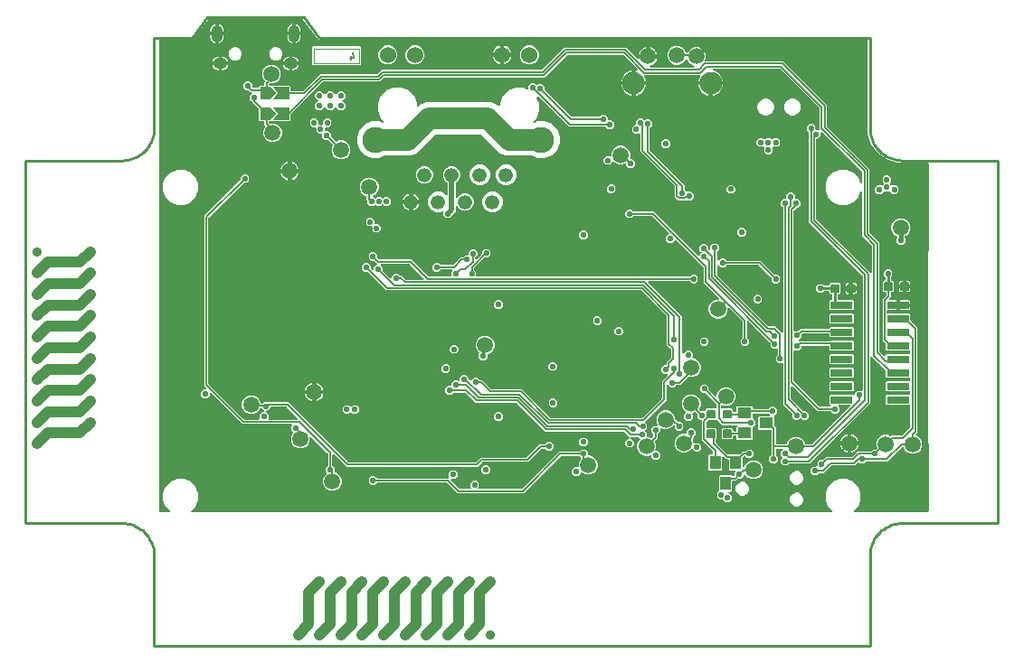
<source format=gbl>
G04 EAGLE Gerber RS-274X export*
G75*
%MOMM*%
%FSLAX34Y34*%
%LPD*%
%INCopperBOT_L4*%
%IPPOS*%
%AMOC8*
5,1,8,0,0,1.08239X$1,22.5*%
G01*
%ADD10C,1.500000*%
%ADD11C,2.100000*%
%ADD12C,1.000000*%
%ADD13C,0.890000*%
%ADD14C,2.445000*%
%ADD15C,1.335000*%
%ADD16C,1.530000*%
%ADD17C,0.900000*%
%ADD18C,1.000000*%
%ADD19C,0.160000*%
%ADD20R,1.000000X1.270000*%
%ADD21R,1.270000X1.000000*%
%ADD22C,0.030478*%
%ADD23C,0.152400*%
%ADD24C,0.125000*%
%ADD25R,2.045500X0.645200*%
%ADD26C,0.558800*%
%ADD27C,0.203200*%
%ADD28C,0.254000*%
%ADD29C,0.255000*%
%ADD30C,0.406400*%
%ADD31C,2.000000*%
%ADD32C,0.508000*%
%ADD33C,0.254000*%

G36*
X134258Y124989D02*
X134258Y124989D01*
X134287Y124986D01*
X134398Y125009D01*
X134510Y125025D01*
X134537Y125037D01*
X134566Y125042D01*
X134666Y125095D01*
X134770Y125141D01*
X134792Y125160D01*
X134818Y125173D01*
X134900Y125251D01*
X134987Y125325D01*
X135003Y125349D01*
X135024Y125369D01*
X135081Y125467D01*
X135144Y125561D01*
X135153Y125589D01*
X135168Y125614D01*
X135196Y125724D01*
X135230Y125832D01*
X135231Y125862D01*
X135238Y125890D01*
X135234Y126003D01*
X135237Y126116D01*
X135230Y126145D01*
X135229Y126174D01*
X135194Y126282D01*
X135165Y126391D01*
X135150Y126417D01*
X135141Y126445D01*
X135096Y126508D01*
X135020Y126636D01*
X134975Y126679D01*
X134947Y126718D01*
X131011Y130653D01*
X128499Y136718D01*
X128499Y143282D01*
X131011Y149347D01*
X135653Y153989D01*
X141718Y156501D01*
X148282Y156501D01*
X154347Y153989D01*
X158989Y149347D01*
X161501Y143282D01*
X161501Y136718D01*
X158989Y130653D01*
X155053Y126718D01*
X155036Y126694D01*
X155013Y126676D01*
X154951Y126581D01*
X154883Y126491D01*
X154872Y126463D01*
X154856Y126439D01*
X154822Y126331D01*
X154781Y126225D01*
X154779Y126196D01*
X154770Y126168D01*
X154767Y126054D01*
X154758Y125942D01*
X154764Y125913D01*
X154763Y125884D01*
X154791Y125774D01*
X154814Y125663D01*
X154827Y125637D01*
X154835Y125609D01*
X154892Y125511D01*
X154945Y125411D01*
X154965Y125389D01*
X154980Y125364D01*
X155062Y125287D01*
X155140Y125205D01*
X155166Y125190D01*
X155187Y125170D01*
X155288Y125118D01*
X155386Y125061D01*
X155414Y125054D01*
X155440Y125040D01*
X155518Y125027D01*
X155661Y124991D01*
X155724Y124993D01*
X155771Y124985D01*
X754229Y124985D01*
X754258Y124989D01*
X754287Y124986D01*
X754398Y125009D01*
X754510Y125025D01*
X754537Y125037D01*
X754566Y125042D01*
X754666Y125095D01*
X754770Y125141D01*
X754792Y125160D01*
X754818Y125173D01*
X754900Y125251D01*
X754987Y125325D01*
X755003Y125349D01*
X755024Y125369D01*
X755081Y125467D01*
X755144Y125561D01*
X755153Y125589D01*
X755168Y125614D01*
X755196Y125724D01*
X755230Y125832D01*
X755231Y125862D01*
X755238Y125890D01*
X755234Y126003D01*
X755237Y126116D01*
X755230Y126145D01*
X755229Y126174D01*
X755194Y126282D01*
X755165Y126391D01*
X755150Y126417D01*
X755141Y126445D01*
X755096Y126508D01*
X755020Y126636D01*
X754975Y126679D01*
X754947Y126718D01*
X751011Y130653D01*
X748499Y136718D01*
X748499Y143282D01*
X751011Y149347D01*
X755653Y153989D01*
X761718Y156501D01*
X768282Y156501D01*
X774347Y153989D01*
X778989Y149347D01*
X781501Y143282D01*
X781501Y136718D01*
X778989Y130653D01*
X775053Y126718D01*
X775036Y126694D01*
X775013Y126676D01*
X774951Y126581D01*
X774883Y126491D01*
X774872Y126463D01*
X774856Y126439D01*
X774822Y126331D01*
X774781Y126225D01*
X774779Y126196D01*
X774770Y126168D01*
X774767Y126054D01*
X774758Y125942D01*
X774764Y125913D01*
X774763Y125884D01*
X774791Y125774D01*
X774814Y125663D01*
X774827Y125637D01*
X774835Y125609D01*
X774892Y125511D01*
X774945Y125411D01*
X774965Y125389D01*
X774980Y125364D01*
X775062Y125287D01*
X775140Y125205D01*
X775166Y125190D01*
X775187Y125170D01*
X775288Y125118D01*
X775386Y125061D01*
X775414Y125054D01*
X775440Y125040D01*
X775518Y125027D01*
X775661Y124991D01*
X775724Y124993D01*
X775771Y124985D01*
X844000Y124985D01*
X844058Y124993D01*
X844116Y124991D01*
X844198Y125013D01*
X844282Y125025D01*
X844335Y125049D01*
X844391Y125063D01*
X844464Y125106D01*
X844541Y125141D01*
X844586Y125179D01*
X844636Y125209D01*
X844694Y125270D01*
X844758Y125325D01*
X844790Y125373D01*
X844830Y125416D01*
X844869Y125491D01*
X844916Y125561D01*
X844933Y125617D01*
X844960Y125669D01*
X844971Y125737D01*
X845001Y125832D01*
X845004Y125932D01*
X845015Y126000D01*
X845015Y189563D01*
X845003Y189650D01*
X845000Y189738D01*
X844999Y189741D01*
X844999Y370323D01*
X845002Y370360D01*
X845015Y370437D01*
X845015Y451984D01*
X845007Y452042D01*
X845009Y452100D01*
X844987Y452182D01*
X844975Y452266D01*
X844952Y452319D01*
X844937Y452375D01*
X844894Y452448D01*
X844859Y452525D01*
X844821Y452570D01*
X844792Y452620D01*
X844730Y452678D01*
X844676Y452742D01*
X844627Y452774D01*
X844584Y452814D01*
X844509Y452853D01*
X844439Y452900D01*
X844383Y452917D01*
X844331Y452944D01*
X844263Y452955D01*
X844168Y452985D01*
X844068Y452988D01*
X844000Y452999D01*
X814932Y452999D01*
X805291Y456132D01*
X797090Y462090D01*
X791132Y470291D01*
X787999Y479932D01*
X787999Y566984D01*
X787991Y567042D01*
X787993Y567100D01*
X787971Y567182D01*
X787959Y567266D01*
X787936Y567319D01*
X787921Y567375D01*
X787878Y567448D01*
X787843Y567525D01*
X787805Y567570D01*
X787776Y567620D01*
X787714Y567678D01*
X787660Y567742D01*
X787611Y567774D01*
X787568Y567814D01*
X787493Y567853D01*
X787423Y567900D01*
X787367Y567917D01*
X787315Y567944D01*
X787247Y567955D01*
X787152Y567985D01*
X787052Y567988D01*
X786984Y567999D01*
X274556Y567999D01*
X272861Y568851D01*
X259299Y587090D01*
X259286Y587103D01*
X259276Y587120D01*
X259186Y587204D01*
X259099Y587292D01*
X259082Y587301D01*
X259068Y587314D01*
X258959Y587371D01*
X258851Y587431D01*
X258832Y587435D01*
X258815Y587444D01*
X258743Y587456D01*
X258574Y587495D01*
X258524Y587493D01*
X258484Y587499D01*
X171516Y587499D01*
X171497Y587497D01*
X171478Y587499D01*
X171357Y587477D01*
X171234Y587459D01*
X171217Y587452D01*
X171198Y587448D01*
X171087Y587394D01*
X170975Y587343D01*
X170960Y587331D01*
X170943Y587322D01*
X170890Y587271D01*
X170758Y587160D01*
X170730Y587117D01*
X170701Y587090D01*
X157139Y568851D01*
X155444Y567999D01*
X126000Y567999D01*
X125942Y567991D01*
X125884Y567993D01*
X125802Y567971D01*
X125719Y567959D01*
X125665Y567936D01*
X125609Y567921D01*
X125536Y567878D01*
X125459Y567843D01*
X125414Y567805D01*
X125364Y567776D01*
X125306Y567714D01*
X125242Y567660D01*
X125210Y567611D01*
X125170Y567568D01*
X125131Y567493D01*
X125085Y567423D01*
X125067Y567367D01*
X125040Y567315D01*
X125029Y567247D01*
X124999Y567152D01*
X124996Y567052D01*
X124985Y566984D01*
X124985Y126000D01*
X124993Y125942D01*
X124991Y125884D01*
X125013Y125802D01*
X125025Y125719D01*
X125049Y125665D01*
X125063Y125609D01*
X125106Y125536D01*
X125141Y125459D01*
X125179Y125414D01*
X125209Y125364D01*
X125270Y125306D01*
X125325Y125242D01*
X125373Y125210D01*
X125416Y125170D01*
X125491Y125131D01*
X125561Y125085D01*
X125617Y125067D01*
X125669Y125040D01*
X125737Y125029D01*
X125832Y124999D01*
X125932Y124996D01*
X126000Y124985D01*
X134229Y124985D01*
X134258Y124989D01*
G37*
%LPC*%
G36*
X654816Y134435D02*
X654816Y134435D01*
X652235Y137017D01*
X652212Y137056D01*
X652150Y137114D01*
X652096Y137178D01*
X652047Y137210D01*
X652004Y137250D01*
X651929Y137289D01*
X651859Y137336D01*
X651803Y137353D01*
X651751Y137380D01*
X651683Y137391D01*
X651588Y137421D01*
X651488Y137424D01*
X651420Y137435D01*
X649316Y137435D01*
X646935Y139816D01*
X646935Y143184D01*
X648432Y144680D01*
X648484Y144750D01*
X648544Y144814D01*
X648570Y144863D01*
X648603Y144907D01*
X648634Y144989D01*
X648674Y145067D01*
X648682Y145115D01*
X648704Y145173D01*
X648716Y145321D01*
X648729Y145398D01*
X648729Y158876D01*
X649474Y159621D01*
X660526Y159621D01*
X660817Y159330D01*
X660887Y159278D01*
X660951Y159218D01*
X661000Y159192D01*
X661044Y159159D01*
X661126Y159128D01*
X661204Y159088D01*
X661251Y159080D01*
X661310Y159058D01*
X661458Y159046D01*
X661535Y159033D01*
X662571Y159033D01*
X662629Y159041D01*
X662687Y159039D01*
X662769Y159061D01*
X662852Y159073D01*
X662906Y159096D01*
X662962Y159111D01*
X663035Y159154D01*
X663112Y159189D01*
X663156Y159227D01*
X663207Y159256D01*
X663264Y159318D01*
X663329Y159372D01*
X663361Y159421D01*
X663401Y159464D01*
X663439Y159539D01*
X663486Y159609D01*
X663504Y159665D01*
X663530Y159717D01*
X663542Y159785D01*
X663572Y159880D01*
X663575Y159980D01*
X663586Y160048D01*
X663586Y162334D01*
X663898Y162646D01*
X663915Y162670D01*
X663938Y162689D01*
X664001Y162783D01*
X664069Y162873D01*
X664079Y162901D01*
X664095Y162925D01*
X664130Y163033D01*
X664170Y163139D01*
X664172Y163168D01*
X664181Y163196D01*
X664184Y163310D01*
X664193Y163422D01*
X664188Y163451D01*
X664188Y163480D01*
X664160Y163590D01*
X664138Y163701D01*
X664124Y163727D01*
X664117Y163755D01*
X664059Y163853D01*
X664007Y163953D01*
X663986Y163975D01*
X663971Y164000D01*
X663889Y164077D01*
X663811Y164159D01*
X663785Y164174D01*
X663764Y164194D01*
X663663Y164246D01*
X663565Y164303D01*
X663537Y164310D01*
X663511Y164324D01*
X663434Y164337D01*
X663290Y164373D01*
X663227Y164371D01*
X663180Y164379D01*
X658974Y164379D01*
X658229Y165124D01*
X658229Y173952D01*
X658221Y174010D01*
X658223Y174068D01*
X658201Y174150D01*
X658189Y174234D01*
X658166Y174287D01*
X658151Y174343D01*
X658108Y174416D01*
X658073Y174493D01*
X658035Y174538D01*
X658006Y174588D01*
X657944Y174646D01*
X657890Y174710D01*
X657841Y174742D01*
X657798Y174782D01*
X657723Y174821D01*
X657653Y174868D01*
X657597Y174885D01*
X657545Y174912D01*
X657477Y174923D01*
X657382Y174953D01*
X657282Y174956D01*
X657214Y174967D01*
X655658Y174967D01*
X653504Y177121D01*
X653480Y177139D01*
X653461Y177161D01*
X653367Y177224D01*
X653277Y177292D01*
X653249Y177303D01*
X653225Y177319D01*
X653117Y177353D01*
X653011Y177394D01*
X652982Y177396D01*
X652954Y177405D01*
X652840Y177408D01*
X652728Y177417D01*
X652699Y177411D01*
X652670Y177412D01*
X652560Y177383D01*
X652449Y177361D01*
X652423Y177348D01*
X652395Y177340D01*
X652297Y177282D01*
X652197Y177230D01*
X652175Y177210D01*
X652150Y177195D01*
X652073Y177112D01*
X651991Y177034D01*
X651976Y177009D01*
X651956Y176988D01*
X651904Y176887D01*
X651847Y176789D01*
X651840Y176761D01*
X651826Y176735D01*
X651813Y176657D01*
X651777Y176514D01*
X651779Y176451D01*
X651771Y176404D01*
X651771Y165124D01*
X651026Y164379D01*
X639974Y164379D01*
X639229Y165124D01*
X639229Y178876D01*
X639974Y179621D01*
X642452Y179621D01*
X642510Y179629D01*
X642568Y179627D01*
X642650Y179649D01*
X642734Y179661D01*
X642787Y179684D01*
X642843Y179699D01*
X642916Y179742D01*
X642993Y179777D01*
X643038Y179815D01*
X643088Y179844D01*
X643146Y179906D01*
X643210Y179960D01*
X643242Y180009D01*
X643282Y180052D01*
X643321Y180127D01*
X643368Y180197D01*
X643385Y180253D01*
X643412Y180305D01*
X643423Y180373D01*
X643453Y180468D01*
X643456Y180568D01*
X643467Y180636D01*
X643467Y181737D01*
X643455Y181824D01*
X643452Y181912D01*
X643435Y181964D01*
X643427Y182019D01*
X643392Y182099D01*
X643365Y182182D01*
X643337Y182221D01*
X643311Y182278D01*
X643215Y182392D01*
X643170Y182455D01*
X632967Y192658D01*
X632967Y210920D01*
X632959Y210978D01*
X632961Y211036D01*
X632939Y211118D01*
X632927Y211202D01*
X632904Y211255D01*
X632889Y211311D01*
X632846Y211384D01*
X632811Y211461D01*
X632773Y211506D01*
X632744Y211556D01*
X632682Y211614D01*
X632628Y211678D01*
X632579Y211710D01*
X632536Y211750D01*
X632461Y211789D01*
X632391Y211836D01*
X632335Y211853D01*
X632283Y211880D01*
X632215Y211891D01*
X632120Y211921D01*
X632020Y211924D01*
X631952Y211935D01*
X631316Y211935D01*
X628935Y214316D01*
X628935Y216769D01*
X628923Y216856D01*
X628920Y216944D01*
X628903Y216996D01*
X628895Y217051D01*
X628860Y217131D01*
X628833Y217214D01*
X628805Y217253D01*
X628779Y217310D01*
X628683Y217424D01*
X628638Y217487D01*
X627453Y218673D01*
X627451Y218674D01*
X627450Y218675D01*
X627337Y218760D01*
X627226Y218844D01*
X627224Y218844D01*
X627223Y218845D01*
X627092Y218894D01*
X626960Y218945D01*
X626958Y218945D01*
X626957Y218945D01*
X626813Y218957D01*
X626677Y218968D01*
X626675Y218968D01*
X626673Y218968D01*
X626658Y218964D01*
X626398Y218912D01*
X626371Y218898D01*
X626346Y218893D01*
X624575Y218159D01*
X624476Y218100D01*
X624374Y218048D01*
X624354Y218028D01*
X624330Y218014D01*
X624251Y217931D01*
X624168Y217852D01*
X624154Y217828D01*
X624135Y217808D01*
X624082Y217706D01*
X624024Y217606D01*
X624017Y217580D01*
X624005Y217555D01*
X623982Y217442D01*
X623954Y217331D01*
X623955Y217303D01*
X623949Y217276D01*
X623959Y217161D01*
X623963Y217047D01*
X623972Y217020D01*
X623974Y216993D01*
X624015Y216886D01*
X624051Y216776D01*
X624065Y216756D01*
X624065Y213316D01*
X621684Y210935D01*
X618316Y210935D01*
X615935Y213316D01*
X615935Y216684D01*
X617706Y218454D01*
X617741Y218501D01*
X617784Y218541D01*
X617826Y218614D01*
X617877Y218682D01*
X617898Y218736D01*
X617927Y218787D01*
X617948Y218868D01*
X617978Y218947D01*
X617983Y219006D01*
X617997Y219062D01*
X617995Y219147D01*
X618002Y219231D01*
X617990Y219288D01*
X617988Y219346D01*
X617962Y219427D01*
X617946Y219509D01*
X617919Y219561D01*
X617901Y219617D01*
X617861Y219673D01*
X617815Y219762D01*
X617746Y219834D01*
X617706Y219890D01*
X615565Y222032D01*
X614229Y225255D01*
X614229Y228745D01*
X615565Y231968D01*
X618032Y234435D01*
X621255Y235771D01*
X624745Y235771D01*
X627968Y234435D01*
X630435Y231968D01*
X631771Y228745D01*
X631771Y225255D01*
X630522Y222240D01*
X630521Y222238D01*
X630520Y222237D01*
X630485Y222099D01*
X630451Y221964D01*
X630451Y221963D01*
X630450Y221961D01*
X630455Y221820D01*
X630459Y221680D01*
X630459Y221679D01*
X630459Y221677D01*
X630503Y221541D01*
X630545Y221409D01*
X630546Y221408D01*
X630547Y221406D01*
X630556Y221394D01*
X630704Y221173D01*
X630727Y221153D01*
X630742Y221133D01*
X631513Y220362D01*
X631583Y220309D01*
X631646Y220250D01*
X631696Y220224D01*
X631740Y220191D01*
X631822Y220160D01*
X631899Y220120D01*
X631947Y220112D01*
X632005Y220090D01*
X632153Y220078D01*
X632231Y220065D01*
X634760Y220065D01*
X634775Y220055D01*
X634883Y220020D01*
X634989Y219980D01*
X635018Y219978D01*
X635046Y219969D01*
X635159Y219966D01*
X635272Y219957D01*
X635301Y219962D01*
X635330Y219962D01*
X635440Y219990D01*
X635551Y220012D01*
X635577Y220026D01*
X635605Y220033D01*
X635703Y220091D01*
X635803Y220143D01*
X635825Y220164D01*
X635850Y220179D01*
X635927Y220261D01*
X636009Y220339D01*
X636024Y220364D01*
X636044Y220386D01*
X636096Y220487D01*
X636153Y220584D01*
X636160Y220613D01*
X636174Y220639D01*
X636187Y220716D01*
X636223Y220860D01*
X636221Y220923D01*
X636229Y220970D01*
X636229Y221058D01*
X637442Y222271D01*
X645752Y222271D01*
X645810Y222279D01*
X645868Y222277D01*
X645950Y222299D01*
X646034Y222311D01*
X646087Y222334D01*
X646143Y222349D01*
X646216Y222392D01*
X646293Y222427D01*
X646338Y222465D01*
X646388Y222494D01*
X646446Y222556D01*
X646510Y222610D01*
X646542Y222659D01*
X646582Y222702D01*
X646621Y222777D01*
X646668Y222847D01*
X646685Y222903D01*
X646712Y222955D01*
X646723Y223023D01*
X646753Y223118D01*
X646756Y223218D01*
X646767Y223286D01*
X646767Y226037D01*
X646755Y226124D01*
X646752Y226212D01*
X646735Y226264D01*
X646727Y226319D01*
X646692Y226399D01*
X646665Y226482D01*
X646637Y226521D01*
X646611Y226578D01*
X646515Y226692D01*
X646470Y226755D01*
X636587Y236638D01*
X636518Y236690D01*
X636454Y236750D01*
X636404Y236776D01*
X636360Y236809D01*
X636278Y236840D01*
X636201Y236880D01*
X636153Y236888D01*
X636095Y236910D01*
X635947Y236922D01*
X635869Y236935D01*
X633416Y236935D01*
X631035Y239316D01*
X631035Y242684D01*
X633416Y245065D01*
X636784Y245065D01*
X639165Y242684D01*
X639165Y240231D01*
X639177Y240144D01*
X639180Y240056D01*
X639197Y240004D01*
X639205Y239949D01*
X639240Y239869D01*
X639267Y239786D01*
X639295Y239747D01*
X639321Y239690D01*
X639417Y239576D01*
X639462Y239513D01*
X644896Y234079D01*
X644920Y234061D01*
X644939Y234039D01*
X645033Y233976D01*
X645123Y233908D01*
X645151Y233897D01*
X645175Y233881D01*
X645283Y233847D01*
X645389Y233806D01*
X645418Y233804D01*
X645446Y233795D01*
X645560Y233792D01*
X645672Y233783D01*
X645701Y233789D01*
X645730Y233788D01*
X645840Y233816D01*
X645951Y233839D01*
X645977Y233852D01*
X646005Y233860D01*
X646103Y233918D01*
X646203Y233970D01*
X646225Y233990D01*
X646250Y234005D01*
X646327Y234088D01*
X646409Y234166D01*
X646424Y234191D01*
X646444Y234212D01*
X646496Y234313D01*
X646553Y234411D01*
X646560Y234439D01*
X646574Y234465D01*
X646587Y234543D01*
X646623Y234686D01*
X646621Y234749D01*
X646629Y234796D01*
X646629Y235445D01*
X647965Y238668D01*
X650432Y241135D01*
X653655Y242471D01*
X657145Y242471D01*
X660368Y241135D01*
X662835Y238668D01*
X664171Y235445D01*
X664171Y231955D01*
X662835Y228732D01*
X660368Y226265D01*
X657145Y224929D01*
X653655Y224929D01*
X652237Y225517D01*
X652125Y225546D01*
X652016Y225580D01*
X651988Y225581D01*
X651961Y225588D01*
X651847Y225585D01*
X651732Y225588D01*
X651705Y225581D01*
X651677Y225580D01*
X651568Y225545D01*
X651457Y225516D01*
X651433Y225502D01*
X651406Y225493D01*
X651311Y225429D01*
X651212Y225371D01*
X651193Y225350D01*
X651170Y225335D01*
X651096Y225247D01*
X651018Y225163D01*
X651005Y225138D01*
X650987Y225117D01*
X650940Y225012D01*
X650888Y224910D01*
X650884Y224885D01*
X650872Y224857D01*
X650835Y224594D01*
X650833Y224579D01*
X650833Y223112D01*
X650837Y223083D01*
X650834Y223054D01*
X650857Y222943D01*
X650873Y222831D01*
X650885Y222804D01*
X650890Y222775D01*
X650943Y222674D01*
X650989Y222571D01*
X651008Y222549D01*
X651021Y222523D01*
X651099Y222441D01*
X651172Y222354D01*
X651197Y222338D01*
X651217Y222317D01*
X651315Y222259D01*
X651409Y222197D01*
X651437Y222188D01*
X651462Y222173D01*
X651572Y222145D01*
X651680Y222111D01*
X651709Y222110D01*
X651738Y222103D01*
X651851Y222107D01*
X651964Y222104D01*
X651993Y222111D01*
X652022Y222112D01*
X652130Y222147D01*
X652239Y222175D01*
X652265Y222190D01*
X652293Y222199D01*
X652357Y222245D01*
X652400Y222271D01*
X660558Y222271D01*
X661771Y221058D01*
X661771Y220048D01*
X661779Y219990D01*
X661777Y219932D01*
X661799Y219850D01*
X661811Y219766D01*
X661834Y219713D01*
X661849Y219657D01*
X661892Y219584D01*
X661927Y219507D01*
X661965Y219462D01*
X661994Y219412D01*
X662056Y219354D01*
X662110Y219290D01*
X662159Y219258D01*
X662202Y219218D01*
X662277Y219179D01*
X662347Y219132D01*
X662403Y219115D01*
X662455Y219088D01*
X662523Y219077D01*
X662618Y219047D01*
X662718Y219044D01*
X662786Y219033D01*
X664364Y219033D01*
X664422Y219041D01*
X664480Y219039D01*
X664562Y219061D01*
X664646Y219073D01*
X664699Y219096D01*
X664755Y219111D01*
X664828Y219154D01*
X664905Y219189D01*
X664950Y219227D01*
X665000Y219256D01*
X665058Y219318D01*
X665122Y219372D01*
X665154Y219421D01*
X665194Y219464D01*
X665233Y219539D01*
X665280Y219609D01*
X665297Y219665D01*
X665324Y219717D01*
X665335Y219785D01*
X665365Y219880D01*
X665368Y219980D01*
X665379Y220048D01*
X665379Y224026D01*
X666124Y224771D01*
X679876Y224771D01*
X680621Y224026D01*
X680621Y223048D01*
X680629Y222990D01*
X680627Y222932D01*
X680649Y222850D01*
X680661Y222766D01*
X680684Y222713D01*
X680699Y222657D01*
X680742Y222584D01*
X680777Y222507D01*
X680815Y222462D01*
X680844Y222412D01*
X680906Y222354D01*
X680960Y222290D01*
X681009Y222258D01*
X681052Y222218D01*
X681127Y222179D01*
X681197Y222132D01*
X681253Y222115D01*
X681305Y222088D01*
X681373Y222077D01*
X681468Y222047D01*
X681568Y222044D01*
X681636Y222033D01*
X694864Y222033D01*
X694950Y222045D01*
X695038Y222048D01*
X695090Y222065D01*
X695145Y222073D01*
X695225Y222108D01*
X695308Y222135D01*
X695348Y222163D01*
X695405Y222189D01*
X695518Y222285D01*
X695582Y222330D01*
X697316Y224065D01*
X700684Y224065D01*
X703065Y221684D01*
X703065Y218316D01*
X700666Y215917D01*
X700631Y215871D01*
X700588Y215830D01*
X700545Y215757D01*
X700495Y215690D01*
X700474Y215635D01*
X700444Y215585D01*
X700424Y215503D01*
X700394Y215424D01*
X700389Y215366D01*
X700374Y215309D01*
X700377Y215225D01*
X700370Y215141D01*
X700381Y215084D01*
X700383Y215025D01*
X700409Y214945D01*
X700426Y214862D01*
X700453Y214810D01*
X700471Y214755D01*
X700511Y214699D01*
X700557Y214610D01*
X700621Y214543D01*
X700621Y206675D01*
X700633Y206588D01*
X700636Y206500D01*
X700653Y206448D01*
X700661Y206393D01*
X700696Y206313D01*
X700723Y206230D01*
X700751Y206191D01*
X700777Y206134D01*
X700873Y206020D01*
X700918Y205957D01*
X702033Y204842D01*
X702033Y190048D01*
X702041Y189990D01*
X702039Y189932D01*
X702061Y189850D01*
X702073Y189766D01*
X702096Y189713D01*
X702111Y189657D01*
X702154Y189584D01*
X702189Y189507D01*
X702227Y189462D01*
X702256Y189412D01*
X702318Y189354D01*
X702372Y189290D01*
X702421Y189258D01*
X702464Y189218D01*
X702539Y189179D01*
X702609Y189132D01*
X702665Y189115D01*
X702717Y189088D01*
X702785Y189077D01*
X702880Y189047D01*
X702980Y189044D01*
X703048Y189033D01*
X711670Y189033D01*
X711672Y189033D01*
X711673Y189033D01*
X711813Y189053D01*
X711952Y189073D01*
X711953Y189073D01*
X711955Y189073D01*
X712081Y189130D01*
X712211Y189189D01*
X712212Y189190D01*
X712214Y189191D01*
X712321Y189281D01*
X712428Y189372D01*
X712429Y189374D01*
X712430Y189375D01*
X712438Y189388D01*
X712586Y189609D01*
X712595Y189638D01*
X712608Y189659D01*
X713565Y191968D01*
X716032Y194435D01*
X719255Y195771D01*
X722745Y195771D01*
X725968Y194435D01*
X728435Y191968D01*
X729392Y189659D01*
X729393Y189658D01*
X729393Y189657D01*
X729463Y189538D01*
X729536Y189415D01*
X729537Y189414D01*
X729538Y189412D01*
X729642Y189315D01*
X729743Y189219D01*
X729744Y189219D01*
X729746Y189218D01*
X729871Y189153D01*
X729996Y189089D01*
X729997Y189089D01*
X729999Y189088D01*
X730014Y189086D01*
X730275Y189034D01*
X730305Y189037D01*
X730330Y189033D01*
X735637Y189033D01*
X735724Y189045D01*
X735812Y189048D01*
X735864Y189065D01*
X735919Y189073D01*
X735999Y189108D01*
X736082Y189135D01*
X736121Y189163D01*
X736178Y189189D01*
X736292Y189285D01*
X736355Y189330D01*
X771345Y224320D01*
X771363Y224344D01*
X771385Y224363D01*
X771448Y224457D01*
X771516Y224547D01*
X771527Y224575D01*
X771543Y224599D01*
X771577Y224707D01*
X771618Y224813D01*
X771620Y224842D01*
X771629Y224870D01*
X771632Y224984D01*
X771641Y225096D01*
X771635Y225125D01*
X771636Y225154D01*
X771608Y225264D01*
X771585Y225375D01*
X771572Y225401D01*
X771564Y225429D01*
X771506Y225527D01*
X771454Y225627D01*
X771434Y225649D01*
X771419Y225674D01*
X771336Y225751D01*
X771258Y225833D01*
X771233Y225848D01*
X771212Y225868D01*
X771111Y225920D01*
X771013Y225977D01*
X770985Y225984D01*
X770959Y225998D01*
X770881Y226011D01*
X770738Y226047D01*
X770675Y226045D01*
X770628Y226053D01*
X761646Y226053D01*
X761617Y226049D01*
X761588Y226052D01*
X761477Y226029D01*
X761365Y226013D01*
X761338Y226001D01*
X761309Y225996D01*
X761208Y225943D01*
X761105Y225897D01*
X761083Y225878D01*
X761057Y225865D01*
X760975Y225787D01*
X760888Y225714D01*
X760872Y225689D01*
X760851Y225669D01*
X760793Y225571D01*
X760731Y225477D01*
X760722Y225449D01*
X760707Y225424D01*
X760679Y225314D01*
X760645Y225206D01*
X760644Y225176D01*
X760637Y225148D01*
X760640Y225035D01*
X760638Y224922D01*
X760645Y224893D01*
X760646Y224864D01*
X760681Y224756D01*
X760709Y224647D01*
X760724Y224621D01*
X760733Y224593D01*
X760779Y224529D01*
X760855Y224402D01*
X760900Y224359D01*
X760928Y224320D01*
X761565Y223684D01*
X761565Y220316D01*
X759184Y217935D01*
X755816Y217935D01*
X754082Y219670D01*
X754012Y219722D01*
X753948Y219782D01*
X753899Y219808D01*
X753854Y219841D01*
X753773Y219872D01*
X753695Y219912D01*
X753647Y219920D01*
X753589Y219942D01*
X753441Y219954D01*
X753364Y219967D01*
X741158Y219967D01*
X739670Y221455D01*
X717766Y243359D01*
X717742Y243377D01*
X717723Y243399D01*
X717629Y243462D01*
X717539Y243530D01*
X717511Y243541D01*
X717487Y243557D01*
X717379Y243591D01*
X717273Y243632D01*
X717244Y243634D01*
X717216Y243643D01*
X717102Y243646D01*
X716990Y243655D01*
X716961Y243649D01*
X716932Y243650D01*
X716822Y243622D01*
X716711Y243599D01*
X716685Y243586D01*
X716657Y243578D01*
X716559Y243520D01*
X716459Y243468D01*
X716437Y243448D01*
X716412Y243433D01*
X716335Y243350D01*
X716253Y243272D01*
X716238Y243247D01*
X716218Y243226D01*
X716166Y243125D01*
X716109Y243027D01*
X716102Y242999D01*
X716088Y242973D01*
X716075Y242895D01*
X716039Y242752D01*
X716041Y242689D01*
X716033Y242642D01*
X716033Y232263D01*
X716045Y232176D01*
X716048Y232088D01*
X716065Y232036D01*
X716073Y231981D01*
X716108Y231901D01*
X716135Y231818D01*
X716163Y231779D01*
X716189Y231722D01*
X716285Y231608D01*
X716330Y231545D01*
X727513Y220362D01*
X727582Y220310D01*
X727646Y220250D01*
X727696Y220224D01*
X727740Y220191D01*
X727822Y220160D01*
X727899Y220120D01*
X727947Y220112D01*
X728005Y220090D01*
X728153Y220078D01*
X728231Y220065D01*
X730684Y220065D01*
X733065Y217684D01*
X733065Y214316D01*
X730684Y211935D01*
X727316Y211935D01*
X726218Y213034D01*
X726171Y213069D01*
X726131Y213111D01*
X726058Y213154D01*
X725991Y213205D01*
X725936Y213225D01*
X725886Y213255D01*
X725804Y213276D01*
X725725Y213306D01*
X725667Y213311D01*
X725610Y213325D01*
X725526Y213322D01*
X725442Y213329D01*
X725384Y213318D01*
X725326Y213316D01*
X725246Y213290D01*
X725163Y213274D01*
X725111Y213247D01*
X725055Y213229D01*
X724999Y213188D01*
X724911Y213143D01*
X724838Y213074D01*
X724782Y213034D01*
X723684Y211935D01*
X720316Y211935D01*
X717935Y214316D01*
X717935Y216769D01*
X717923Y216856D01*
X717920Y216944D01*
X717903Y216996D01*
X717895Y217051D01*
X717860Y217131D01*
X717833Y217214D01*
X717805Y217253D01*
X717779Y217310D01*
X717683Y217424D01*
X717638Y217487D01*
X708967Y226158D01*
X708967Y264420D01*
X708959Y264478D01*
X708961Y264536D01*
X708939Y264618D01*
X708927Y264702D01*
X708904Y264755D01*
X708889Y264811D01*
X708846Y264884D01*
X708811Y264961D01*
X708773Y265006D01*
X708744Y265056D01*
X708682Y265114D01*
X708628Y265178D01*
X708579Y265210D01*
X708536Y265250D01*
X708461Y265289D01*
X708391Y265336D01*
X708335Y265353D01*
X708283Y265380D01*
X708215Y265391D01*
X708120Y265421D01*
X708020Y265424D01*
X707952Y265435D01*
X704316Y265435D01*
X701935Y267816D01*
X701935Y271184D01*
X703670Y272918D01*
X703722Y272988D01*
X703782Y273052D01*
X703808Y273101D01*
X703841Y273146D01*
X703872Y273227D01*
X703912Y273305D01*
X703920Y273353D01*
X703942Y273411D01*
X703954Y273559D01*
X703967Y273636D01*
X703967Y277920D01*
X703959Y277978D01*
X703961Y278036D01*
X703939Y278118D01*
X703927Y278202D01*
X703904Y278255D01*
X703889Y278311D01*
X703846Y278384D01*
X703811Y278461D01*
X703773Y278506D01*
X703744Y278556D01*
X703682Y278614D01*
X703628Y278678D01*
X703579Y278710D01*
X703536Y278750D01*
X703461Y278789D01*
X703391Y278836D01*
X703335Y278853D01*
X703283Y278880D01*
X703215Y278891D01*
X703120Y278921D01*
X703020Y278924D01*
X702952Y278935D01*
X699316Y278935D01*
X696935Y281316D01*
X696935Y283769D01*
X696923Y283856D01*
X696920Y283944D01*
X696903Y283996D01*
X696895Y284051D01*
X696860Y284131D01*
X696833Y284214D01*
X696805Y284253D01*
X696779Y284310D01*
X696683Y284424D01*
X696638Y284487D01*
X676766Y304359D01*
X676742Y304377D01*
X676723Y304399D01*
X676629Y304462D01*
X676539Y304530D01*
X676511Y304541D01*
X676487Y304557D01*
X676379Y304591D01*
X676273Y304632D01*
X676244Y304634D01*
X676216Y304643D01*
X676102Y304646D01*
X675990Y304655D01*
X675961Y304649D01*
X675932Y304650D01*
X675822Y304622D01*
X675711Y304599D01*
X675685Y304586D01*
X675657Y304578D01*
X675559Y304520D01*
X675459Y304468D01*
X675437Y304448D01*
X675412Y304433D01*
X675335Y304350D01*
X675253Y304272D01*
X675238Y304247D01*
X675218Y304226D01*
X675166Y304125D01*
X675109Y304027D01*
X675102Y303999D01*
X675088Y303973D01*
X675075Y303895D01*
X675039Y303752D01*
X675041Y303689D01*
X675033Y303642D01*
X675033Y289136D01*
X675045Y289050D01*
X675048Y288962D01*
X675065Y288910D01*
X675073Y288855D01*
X675108Y288775D01*
X675135Y288692D01*
X675163Y288652D01*
X675189Y288595D01*
X675285Y288482D01*
X675330Y288418D01*
X677065Y286684D01*
X677065Y283316D01*
X674684Y280935D01*
X671316Y280935D01*
X668935Y283316D01*
X668935Y286684D01*
X670670Y288418D01*
X670722Y288488D01*
X670782Y288552D01*
X670808Y288601D01*
X670841Y288646D01*
X670872Y288727D01*
X670912Y288805D01*
X670920Y288853D01*
X670942Y288911D01*
X670954Y289059D01*
X670967Y289136D01*
X670967Y303737D01*
X670961Y303785D01*
X670960Y303786D01*
X670955Y303824D01*
X670952Y303912D01*
X670935Y303964D01*
X670927Y304019D01*
X670892Y304099D01*
X670865Y304182D01*
X670837Y304221D01*
X670811Y304278D01*
X670715Y304392D01*
X670670Y304455D01*
X658504Y316621D01*
X658480Y316639D01*
X658461Y316661D01*
X658367Y316724D01*
X658277Y316792D01*
X658249Y316803D01*
X658225Y316819D01*
X658117Y316853D01*
X658011Y316894D01*
X657982Y316896D01*
X657954Y316905D01*
X657840Y316908D01*
X657728Y316917D01*
X657699Y316911D01*
X657670Y316912D01*
X657560Y316884D01*
X657449Y316861D01*
X657423Y316848D01*
X657395Y316840D01*
X657297Y316782D01*
X657197Y316730D01*
X657175Y316710D01*
X657150Y316695D01*
X657073Y316612D01*
X656991Y316534D01*
X656976Y316509D01*
X656956Y316488D01*
X656904Y316387D01*
X656847Y316289D01*
X656840Y316261D01*
X656826Y316235D01*
X656813Y316157D01*
X656777Y316014D01*
X656779Y315951D01*
X656771Y315904D01*
X656771Y313855D01*
X655435Y310632D01*
X652968Y308165D01*
X649745Y306829D01*
X646255Y306829D01*
X643032Y308165D01*
X640565Y310632D01*
X639229Y313855D01*
X639229Y317345D01*
X640565Y320568D01*
X643032Y323035D01*
X646255Y324371D01*
X648304Y324371D01*
X648333Y324375D01*
X648362Y324372D01*
X648473Y324395D01*
X648585Y324411D01*
X648612Y324423D01*
X648641Y324428D01*
X648741Y324480D01*
X648844Y324527D01*
X648867Y324546D01*
X648893Y324559D01*
X648975Y324637D01*
X649061Y324710D01*
X649078Y324735D01*
X649099Y324755D01*
X649156Y324853D01*
X649219Y324947D01*
X649228Y324975D01*
X649243Y325000D01*
X649271Y325110D01*
X649305Y325218D01*
X649306Y325248D01*
X649313Y325276D01*
X649309Y325389D01*
X649312Y325502D01*
X649305Y325531D01*
X649304Y325560D01*
X649269Y325668D01*
X649240Y325777D01*
X649225Y325803D01*
X649216Y325831D01*
X649171Y325894D01*
X649095Y326022D01*
X649049Y326065D01*
X649021Y326104D01*
X636073Y339052D01*
X634585Y340540D01*
X634585Y354119D01*
X634573Y354206D01*
X634570Y354294D01*
X634553Y354346D01*
X634545Y354401D01*
X634510Y354481D01*
X634483Y354564D01*
X634455Y354603D01*
X634429Y354660D01*
X634333Y354774D01*
X634288Y354837D01*
X609155Y379971D01*
X609108Y380006D01*
X609068Y380048D01*
X608995Y380091D01*
X608928Y380141D01*
X608873Y380162D01*
X608822Y380192D01*
X608741Y380213D01*
X608662Y380243D01*
X608604Y380248D01*
X608547Y380262D01*
X608463Y380259D01*
X608379Y380266D01*
X608321Y380255D01*
X608263Y380253D01*
X608183Y380227D01*
X608100Y380210D01*
X608048Y380183D01*
X607992Y380165D01*
X607936Y380125D01*
X607848Y380079D01*
X607775Y380011D01*
X607719Y379971D01*
X605184Y377435D01*
X601816Y377435D01*
X599435Y379816D01*
X599435Y383184D01*
X601971Y385719D01*
X602006Y385766D01*
X602048Y385806D01*
X602091Y385879D01*
X602141Y385946D01*
X602162Y386001D01*
X602192Y386051D01*
X602213Y386133D01*
X602243Y386212D01*
X602248Y386270D01*
X602262Y386327D01*
X602259Y386411D01*
X602266Y386495D01*
X602255Y386552D01*
X602253Y386611D01*
X602227Y386691D01*
X602210Y386774D01*
X602183Y386826D01*
X602165Y386881D01*
X602125Y386938D01*
X602079Y387026D01*
X602011Y387099D01*
X601971Y387155D01*
X586455Y402670D01*
X586386Y402722D01*
X586322Y402782D01*
X586272Y402808D01*
X586228Y402841D01*
X586146Y402872D01*
X586069Y402912D01*
X586021Y402920D01*
X585963Y402942D01*
X585815Y402954D01*
X585737Y402967D01*
X569136Y402967D01*
X569050Y402955D01*
X568962Y402952D01*
X568910Y402935D01*
X568855Y402927D01*
X568775Y402892D01*
X568692Y402865D01*
X568652Y402837D01*
X568595Y402811D01*
X568482Y402715D01*
X568418Y402670D01*
X566684Y400935D01*
X563316Y400935D01*
X560935Y403316D01*
X560935Y406684D01*
X563316Y409065D01*
X566684Y409065D01*
X568418Y407330D01*
X568488Y407278D01*
X568552Y407218D01*
X568601Y407192D01*
X568646Y407159D01*
X568727Y407128D01*
X568805Y407088D01*
X568853Y407080D01*
X568911Y407058D01*
X569059Y407046D01*
X569136Y407033D01*
X587842Y407033D01*
X629202Y365673D01*
X629226Y365655D01*
X629245Y365633D01*
X629339Y365570D01*
X629429Y365502D01*
X629457Y365491D01*
X629481Y365475D01*
X629589Y365441D01*
X629695Y365400D01*
X629724Y365398D01*
X629752Y365389D01*
X629866Y365386D01*
X629978Y365377D01*
X630007Y365383D01*
X630036Y365382D01*
X630146Y365410D01*
X630257Y365433D01*
X630283Y365446D01*
X630311Y365454D01*
X630409Y365512D01*
X630509Y365564D01*
X630531Y365584D01*
X630556Y365599D01*
X630633Y365682D01*
X630715Y365760D01*
X630730Y365785D01*
X630750Y365806D01*
X630802Y365907D01*
X630859Y366005D01*
X630866Y366033D01*
X630880Y366059D01*
X630893Y366137D01*
X630929Y366280D01*
X630927Y366343D01*
X630935Y366390D01*
X630935Y366684D01*
X632306Y368055D01*
X632342Y368102D01*
X632384Y368142D01*
X632427Y368215D01*
X632477Y368282D01*
X632498Y368337D01*
X632528Y368387D01*
X632549Y368469D01*
X632579Y368548D01*
X632583Y368606D01*
X632598Y368663D01*
X632595Y368747D01*
X632602Y368831D01*
X632591Y368888D01*
X632589Y368947D01*
X632563Y369027D01*
X632546Y369110D01*
X632519Y369162D01*
X632501Y369217D01*
X632461Y369274D01*
X632415Y369362D01*
X632347Y369434D01*
X632306Y369491D01*
X630708Y371089D01*
X630708Y374456D01*
X633089Y376837D01*
X636456Y376837D01*
X638837Y374456D01*
X638837Y372003D01*
X638850Y371917D01*
X638852Y371829D01*
X638870Y371777D01*
X638877Y371722D01*
X638913Y371642D01*
X638940Y371559D01*
X638968Y371520D01*
X638994Y371462D01*
X639089Y371349D01*
X639135Y371286D01*
X639202Y371218D01*
X639226Y371201D01*
X639245Y371178D01*
X639339Y371115D01*
X639429Y371047D01*
X639457Y371037D01*
X639481Y371020D01*
X639589Y370986D01*
X639695Y370946D01*
X639724Y370944D01*
X639752Y370935D01*
X639865Y370932D01*
X639978Y370922D01*
X640007Y370928D01*
X640036Y370927D01*
X640146Y370956D01*
X640257Y370978D01*
X640283Y370992D01*
X640311Y370999D01*
X640409Y371057D01*
X640509Y371109D01*
X640531Y371129D01*
X640556Y371144D01*
X640633Y371227D01*
X640715Y371305D01*
X640730Y371330D01*
X640750Y371352D01*
X640802Y371453D01*
X640859Y371550D01*
X640866Y371579D01*
X640880Y371605D01*
X640893Y371682D01*
X640929Y371826D01*
X640927Y371888D01*
X640935Y371936D01*
X640935Y374684D01*
X643316Y377065D01*
X646684Y377065D01*
X649065Y374684D01*
X649065Y371316D01*
X647330Y369582D01*
X647278Y369512D01*
X647218Y369448D01*
X647192Y369399D01*
X647159Y369354D01*
X647128Y369273D01*
X647088Y369195D01*
X647080Y369147D01*
X647058Y369089D01*
X647046Y368941D01*
X647033Y368864D01*
X647033Y362232D01*
X647037Y362203D01*
X647034Y362174D01*
X647057Y362063D01*
X647073Y361951D01*
X647085Y361924D01*
X647090Y361895D01*
X647143Y361794D01*
X647189Y361691D01*
X647208Y361669D01*
X647221Y361643D01*
X647299Y361561D01*
X647372Y361474D01*
X647397Y361458D01*
X647417Y361437D01*
X647515Y361380D01*
X647609Y361317D01*
X647637Y361308D01*
X647662Y361293D01*
X647772Y361265D01*
X647880Y361231D01*
X647910Y361230D01*
X647938Y361223D01*
X648051Y361226D01*
X648164Y361224D01*
X648193Y361231D01*
X648222Y361232D01*
X648330Y361267D01*
X648439Y361295D01*
X648465Y361310D01*
X648493Y361319D01*
X648556Y361365D01*
X648684Y361441D01*
X648727Y361486D01*
X648766Y361514D01*
X650316Y363065D01*
X653684Y363065D01*
X655418Y361330D01*
X655488Y361278D01*
X655552Y361218D01*
X655601Y361192D01*
X655646Y361159D01*
X655727Y361128D01*
X655805Y361088D01*
X655853Y361080D01*
X655911Y361058D01*
X656059Y361046D01*
X656136Y361033D01*
X687842Y361033D01*
X700513Y348362D01*
X700582Y348310D01*
X700646Y348250D01*
X700696Y348224D01*
X700740Y348191D01*
X700822Y348160D01*
X700899Y348120D01*
X700947Y348112D01*
X701005Y348090D01*
X701153Y348078D01*
X701231Y348065D01*
X703684Y348065D01*
X706065Y345684D01*
X706065Y342316D01*
X703684Y339935D01*
X700316Y339935D01*
X697935Y342316D01*
X697935Y344769D01*
X697923Y344856D01*
X697920Y344944D01*
X697903Y344996D01*
X697895Y345051D01*
X697860Y345131D01*
X697833Y345214D01*
X697805Y345253D01*
X697779Y345310D01*
X697683Y345424D01*
X697638Y345487D01*
X686455Y356670D01*
X686386Y356722D01*
X686322Y356782D01*
X686272Y356808D01*
X686228Y356841D01*
X686146Y356872D01*
X686069Y356912D01*
X686021Y356920D01*
X685963Y356942D01*
X685815Y356954D01*
X685737Y356967D01*
X656136Y356967D01*
X656050Y356955D01*
X655962Y356952D01*
X655910Y356935D01*
X655855Y356927D01*
X655775Y356892D01*
X655692Y356865D01*
X655652Y356837D01*
X655595Y356811D01*
X655482Y356715D01*
X655418Y356670D01*
X653684Y354935D01*
X650316Y354935D01*
X648766Y356486D01*
X648742Y356503D01*
X648723Y356526D01*
X648629Y356589D01*
X648539Y356657D01*
X648511Y356667D01*
X648487Y356683D01*
X648379Y356718D01*
X648273Y356758D01*
X648244Y356760D01*
X648216Y356769D01*
X648102Y356772D01*
X647990Y356781D01*
X647961Y356776D01*
X647932Y356776D01*
X647822Y356748D01*
X647711Y356726D01*
X647685Y356712D01*
X647657Y356705D01*
X647559Y356647D01*
X647459Y356595D01*
X647437Y356574D01*
X647412Y356559D01*
X647335Y356477D01*
X647253Y356399D01*
X647238Y356373D01*
X647218Y356352D01*
X647166Y356251D01*
X647109Y356153D01*
X647102Y356125D01*
X647088Y356099D01*
X647075Y356022D01*
X647039Y355878D01*
X647041Y355815D01*
X647033Y355768D01*
X647033Y348263D01*
X647045Y348176D01*
X647048Y348088D01*
X647065Y348036D01*
X647073Y347981D01*
X647108Y347901D01*
X647135Y347818D01*
X647163Y347779D01*
X647189Y347722D01*
X647285Y347608D01*
X647330Y347545D01*
X695045Y299830D01*
X695114Y299778D01*
X695178Y299718D01*
X695228Y299692D01*
X695272Y299659D01*
X695354Y299628D01*
X695431Y299588D01*
X695479Y299580D01*
X695537Y299558D01*
X695685Y299546D01*
X695763Y299533D01*
X701342Y299533D01*
X707234Y293641D01*
X707258Y293623D01*
X707277Y293601D01*
X707371Y293538D01*
X707461Y293470D01*
X707489Y293459D01*
X707513Y293443D01*
X707621Y293409D01*
X707727Y293368D01*
X707756Y293366D01*
X707784Y293357D01*
X707898Y293354D01*
X708010Y293345D01*
X708039Y293351D01*
X708068Y293350D01*
X708178Y293378D01*
X708289Y293401D01*
X708315Y293414D01*
X708343Y293422D01*
X708441Y293480D01*
X708541Y293532D01*
X708563Y293552D01*
X708588Y293567D01*
X708665Y293650D01*
X708747Y293728D01*
X708762Y293753D01*
X708782Y293774D01*
X708834Y293875D01*
X708891Y293973D01*
X708898Y294001D01*
X708912Y294027D01*
X708925Y294105D01*
X708961Y294248D01*
X708959Y294311D01*
X708967Y294358D01*
X708967Y410864D01*
X708955Y410950D01*
X708952Y411038D01*
X708935Y411090D01*
X708927Y411145D01*
X708892Y411225D01*
X708865Y411308D01*
X708837Y411348D01*
X708811Y411405D01*
X708715Y411518D01*
X708670Y411582D01*
X706935Y413316D01*
X706935Y416684D01*
X709316Y419065D01*
X710920Y419065D01*
X710978Y419073D01*
X711036Y419071D01*
X711118Y419093D01*
X711202Y419105D01*
X711255Y419128D01*
X711311Y419143D01*
X711384Y419186D01*
X711461Y419221D01*
X711506Y419259D01*
X711556Y419288D01*
X711614Y419350D01*
X711678Y419404D01*
X711710Y419453D01*
X711750Y419496D01*
X711789Y419571D01*
X711836Y419641D01*
X711853Y419697D01*
X711880Y419749D01*
X711891Y419817D01*
X711921Y419912D01*
X711924Y420012D01*
X711935Y420080D01*
X711935Y422684D01*
X714316Y425065D01*
X717684Y425065D01*
X720065Y422684D01*
X720065Y420080D01*
X720073Y420022D01*
X720071Y419964D01*
X720093Y419882D01*
X720105Y419798D01*
X720128Y419745D01*
X720143Y419689D01*
X720186Y419616D01*
X720221Y419539D01*
X720259Y419494D01*
X720288Y419444D01*
X720350Y419386D01*
X720404Y419322D01*
X720453Y419290D01*
X720496Y419250D01*
X720571Y419211D01*
X720641Y419164D01*
X720697Y419147D01*
X720749Y419120D01*
X720817Y419109D01*
X720912Y419079D01*
X721012Y419076D01*
X721080Y419065D01*
X722684Y419065D01*
X725065Y416684D01*
X725065Y413316D01*
X722684Y410935D01*
X722231Y410935D01*
X722144Y410923D01*
X722056Y410920D01*
X722004Y410903D01*
X721949Y410895D01*
X721869Y410860D01*
X721786Y410833D01*
X721747Y410805D01*
X721690Y410779D01*
X721576Y410683D01*
X721513Y410638D01*
X719124Y408249D01*
X719072Y408180D01*
X719012Y408116D01*
X718986Y408066D01*
X718953Y408022D01*
X718922Y407940D01*
X718882Y407863D01*
X718874Y407815D01*
X718852Y407757D01*
X718840Y407609D01*
X718827Y407531D01*
X718827Y296026D01*
X718831Y295997D01*
X718828Y295968D01*
X718851Y295857D01*
X718867Y295745D01*
X718879Y295718D01*
X718884Y295689D01*
X718937Y295588D01*
X718983Y295485D01*
X719002Y295463D01*
X719015Y295437D01*
X719093Y295354D01*
X719166Y295268D01*
X719191Y295252D01*
X719211Y295231D01*
X719309Y295173D01*
X719403Y295111D01*
X719431Y295102D01*
X719457Y295087D01*
X719566Y295059D01*
X719674Y295025D01*
X719704Y295024D01*
X719732Y295017D01*
X719845Y295020D01*
X719958Y295018D01*
X719987Y295025D01*
X720016Y295026D01*
X720124Y295061D01*
X720139Y295065D01*
X722769Y295065D01*
X722856Y295077D01*
X722944Y295080D01*
X722996Y295097D01*
X723051Y295105D01*
X723131Y295140D01*
X723214Y295167D01*
X723253Y295195D01*
X723310Y295221D01*
X723424Y295317D01*
X723487Y295362D01*
X725208Y297083D01*
X751138Y297083D01*
X751195Y297091D01*
X751254Y297089D01*
X751335Y297111D01*
X751419Y297123D01*
X751472Y297146D01*
X751529Y297161D01*
X751601Y297204D01*
X751678Y297239D01*
X751723Y297277D01*
X751773Y297306D01*
X751831Y297368D01*
X751895Y297422D01*
X751928Y297471D01*
X751968Y297514D01*
X752006Y297589D01*
X752053Y297659D01*
X752071Y297715D01*
X752076Y297726D01*
X752897Y298547D01*
X774405Y298547D01*
X775149Y297802D01*
X775149Y290298D01*
X774405Y289553D01*
X752897Y289553D01*
X752153Y290298D01*
X752153Y292002D01*
X752145Y292060D01*
X752146Y292118D01*
X752125Y292200D01*
X752113Y292284D01*
X752089Y292337D01*
X752074Y292393D01*
X752031Y292466D01*
X751997Y292543D01*
X751959Y292588D01*
X751929Y292638D01*
X751867Y292696D01*
X751813Y292760D01*
X751764Y292792D01*
X751722Y292832D01*
X751647Y292871D01*
X751576Y292918D01*
X751521Y292935D01*
X751469Y292962D01*
X751401Y292973D01*
X751305Y293003D01*
X751206Y293006D01*
X751138Y293017D01*
X727313Y293017D01*
X727226Y293005D01*
X727138Y293002D01*
X727086Y292985D01*
X727031Y292977D01*
X726951Y292942D01*
X726868Y292915D01*
X726829Y292887D01*
X726772Y292861D01*
X726658Y292765D01*
X726595Y292720D01*
X726362Y292487D01*
X726310Y292418D01*
X726250Y292354D01*
X726224Y292304D01*
X726191Y292260D01*
X726160Y292178D01*
X726120Y292101D01*
X726112Y292053D01*
X726090Y291995D01*
X726078Y291847D01*
X726065Y291769D01*
X726065Y289316D01*
X723864Y287116D01*
X723850Y287097D01*
X723836Y287085D01*
X723833Y287081D01*
X723824Y287073D01*
X723761Y286979D01*
X723693Y286889D01*
X723683Y286861D01*
X723667Y286837D01*
X723632Y286729D01*
X723592Y286623D01*
X723590Y286594D01*
X723581Y286566D01*
X723578Y286452D01*
X723569Y286340D01*
X723574Y286311D01*
X723574Y286282D01*
X723602Y286172D01*
X723624Y286061D01*
X723638Y286035D01*
X723645Y286007D01*
X723703Y285909D01*
X723755Y285809D01*
X723776Y285787D01*
X723791Y285762D01*
X723873Y285685D01*
X723951Y285603D01*
X723977Y285588D01*
X723998Y285568D01*
X724099Y285516D01*
X724197Y285459D01*
X724225Y285452D01*
X724251Y285438D01*
X724328Y285425D01*
X724472Y285389D01*
X724535Y285391D01*
X724582Y285383D01*
X752013Y285383D01*
X752099Y285395D01*
X752187Y285398D01*
X752239Y285415D01*
X752294Y285423D01*
X752374Y285458D01*
X752457Y285485D01*
X752497Y285513D01*
X752554Y285539D01*
X752667Y285635D01*
X752731Y285680D01*
X752897Y285847D01*
X774405Y285847D01*
X775149Y285102D01*
X775149Y277598D01*
X774405Y276853D01*
X752897Y276853D01*
X752153Y277598D01*
X752153Y280302D01*
X752145Y280360D01*
X752146Y280418D01*
X752125Y280500D01*
X752113Y280584D01*
X752089Y280637D01*
X752074Y280693D01*
X752031Y280766D01*
X751997Y280843D01*
X751959Y280888D01*
X751929Y280938D01*
X751867Y280996D01*
X751813Y281060D01*
X751764Y281092D01*
X751722Y281132D01*
X751647Y281171D01*
X751576Y281218D01*
X751521Y281235D01*
X751469Y281262D01*
X751401Y281273D01*
X751305Y281303D01*
X751206Y281306D01*
X751138Y281317D01*
X727080Y281317D01*
X727022Y281309D01*
X726964Y281311D01*
X726882Y281289D01*
X726798Y281277D01*
X726745Y281254D01*
X726689Y281239D01*
X726616Y281196D01*
X726539Y281161D01*
X726494Y281123D01*
X726444Y281094D01*
X726386Y281032D01*
X726322Y280978D01*
X726290Y280929D01*
X726250Y280886D01*
X726211Y280811D01*
X726164Y280741D01*
X726147Y280685D01*
X726120Y280633D01*
X726109Y280565D01*
X726079Y280470D01*
X726076Y280370D01*
X726065Y280302D01*
X726065Y279316D01*
X723684Y276935D01*
X720142Y276935D01*
X720067Y276964D01*
X720038Y276966D01*
X720010Y276975D01*
X719897Y276978D01*
X719784Y276987D01*
X719755Y276982D01*
X719726Y276982D01*
X719616Y276954D01*
X719505Y276932D01*
X719479Y276918D01*
X719451Y276911D01*
X719354Y276853D01*
X719253Y276801D01*
X719231Y276780D01*
X719206Y276765D01*
X719129Y276683D01*
X719047Y276605D01*
X719032Y276580D01*
X719012Y276558D01*
X718960Y276457D01*
X718903Y276360D01*
X718896Y276331D01*
X718882Y276305D01*
X718869Y276228D01*
X718833Y276084D01*
X718835Y276022D01*
X718827Y275974D01*
X718827Y248469D01*
X718839Y248382D01*
X718842Y248294D01*
X718859Y248242D01*
X718867Y248187D01*
X718902Y248107D01*
X718929Y248024D01*
X718957Y247985D01*
X718983Y247928D01*
X719079Y247814D01*
X719124Y247751D01*
X742545Y224330D01*
X742614Y224278D01*
X742678Y224218D01*
X742728Y224192D01*
X742772Y224159D01*
X742854Y224128D01*
X742931Y224088D01*
X742979Y224080D01*
X743037Y224058D01*
X743185Y224046D01*
X743263Y224033D01*
X752467Y224033D01*
X752496Y224037D01*
X752525Y224034D01*
X752636Y224057D01*
X752748Y224073D01*
X752775Y224085D01*
X752804Y224090D01*
X752904Y224143D01*
X753008Y224189D01*
X753030Y224208D01*
X753056Y224221D01*
X753138Y224299D01*
X753225Y224372D01*
X753241Y224397D01*
X753262Y224417D01*
X753319Y224515D01*
X753382Y224609D01*
X753391Y224637D01*
X753406Y224662D01*
X753434Y224772D01*
X753468Y224880D01*
X753469Y224910D01*
X753476Y224938D01*
X753472Y225051D01*
X753475Y225164D01*
X753468Y225193D01*
X753467Y225222D01*
X753432Y225330D01*
X753403Y225439D01*
X753388Y225465D01*
X753379Y225493D01*
X753334Y225557D01*
X753258Y225684D01*
X753213Y225727D01*
X753185Y225766D01*
X752153Y226798D01*
X752153Y234302D01*
X752897Y235047D01*
X774497Y235047D01*
X774589Y235018D01*
X774695Y234977D01*
X774724Y234975D01*
X774752Y234966D01*
X774865Y234963D01*
X774978Y234954D01*
X775007Y234960D01*
X775036Y234959D01*
X775146Y234987D01*
X775257Y235010D01*
X775283Y235023D01*
X775311Y235031D01*
X775409Y235088D01*
X775509Y235141D01*
X775531Y235161D01*
X775556Y235176D01*
X775633Y235258D01*
X775715Y235336D01*
X775730Y235362D01*
X775750Y235383D01*
X775802Y235484D01*
X775859Y235582D01*
X775866Y235610D01*
X775880Y235636D01*
X775893Y235714D01*
X775929Y235857D01*
X775927Y235920D01*
X775935Y235967D01*
X775935Y236684D01*
X778316Y239065D01*
X781691Y239065D01*
X781771Y239011D01*
X781861Y238943D01*
X781889Y238933D01*
X781913Y238917D01*
X782021Y238882D01*
X782127Y238842D01*
X782156Y238840D01*
X782184Y238831D01*
X782297Y238828D01*
X782410Y238819D01*
X782439Y238824D01*
X782468Y238824D01*
X782578Y238852D01*
X782689Y238874D01*
X782715Y238888D01*
X782743Y238895D01*
X782840Y238953D01*
X782941Y239005D01*
X782963Y239026D01*
X782988Y239041D01*
X783065Y239123D01*
X783147Y239201D01*
X783162Y239226D01*
X783182Y239248D01*
X783234Y239349D01*
X783291Y239446D01*
X783298Y239475D01*
X783312Y239501D01*
X783325Y239578D01*
X783361Y239722D01*
X783359Y239784D01*
X783367Y239832D01*
X783367Y346337D01*
X783360Y346391D01*
X783361Y346426D01*
X783354Y346450D01*
X783352Y346512D01*
X783335Y346564D01*
X783327Y346619D01*
X783292Y346699D01*
X783265Y346782D01*
X783237Y346821D01*
X783211Y346878D01*
X783115Y346992D01*
X783070Y347055D01*
X732967Y397158D01*
X732967Y480864D01*
X732955Y480950D01*
X732952Y481038D01*
X732935Y481090D01*
X732927Y481145D01*
X732892Y481225D01*
X732865Y481308D01*
X732837Y481348D01*
X732811Y481405D01*
X732715Y481518D01*
X732670Y481582D01*
X730935Y483316D01*
X730935Y486684D01*
X733316Y489065D01*
X736684Y489065D01*
X739065Y486684D01*
X739065Y484580D01*
X739073Y484522D01*
X739071Y484464D01*
X739093Y484382D01*
X739105Y484298D01*
X739128Y484245D01*
X739143Y484189D01*
X739186Y484116D01*
X739221Y484039D01*
X739259Y483994D01*
X739288Y483944D01*
X739350Y483886D01*
X739404Y483822D01*
X739453Y483790D01*
X739496Y483750D01*
X739571Y483711D01*
X739641Y483664D01*
X739697Y483647D01*
X739749Y483620D01*
X739817Y483609D01*
X739912Y483579D01*
X740012Y483576D01*
X740080Y483565D01*
X741952Y483565D01*
X742010Y483573D01*
X742068Y483571D01*
X742150Y483593D01*
X742234Y483605D01*
X742287Y483628D01*
X742343Y483643D01*
X742416Y483686D01*
X742493Y483721D01*
X742538Y483759D01*
X742588Y483788D01*
X742646Y483850D01*
X742710Y483904D01*
X742742Y483953D01*
X742782Y483996D01*
X742821Y484071D01*
X742868Y484141D01*
X742885Y484197D01*
X742912Y484249D01*
X742923Y484317D01*
X742953Y484412D01*
X742956Y484512D01*
X742967Y484580D01*
X742967Y503737D01*
X742960Y503785D01*
X742961Y503789D01*
X742959Y503795D01*
X742955Y503824D01*
X742952Y503912D01*
X742935Y503964D01*
X742927Y504019D01*
X742892Y504099D01*
X742865Y504182D01*
X742837Y504221D01*
X742811Y504278D01*
X742715Y504392D01*
X742670Y504455D01*
X706455Y540670D01*
X706386Y540722D01*
X706322Y540782D01*
X706272Y540808D01*
X706228Y540841D01*
X706146Y540872D01*
X706069Y540912D01*
X706021Y540920D01*
X705963Y540942D01*
X705815Y540954D01*
X705738Y540967D01*
X644053Y540967D01*
X643929Y540950D01*
X643804Y540936D01*
X643788Y540930D01*
X643771Y540927D01*
X643657Y540876D01*
X643541Y540829D01*
X643527Y540818D01*
X643512Y540811D01*
X643417Y540730D01*
X643318Y540652D01*
X643308Y540638D01*
X643295Y540628D01*
X643225Y540523D01*
X643152Y540421D01*
X643147Y540405D01*
X643137Y540391D01*
X643099Y540271D01*
X643058Y540153D01*
X643057Y540136D01*
X643052Y540120D01*
X643048Y539995D01*
X643041Y539869D01*
X643045Y539853D01*
X643044Y539836D01*
X643076Y539715D01*
X643104Y539592D01*
X643112Y539577D01*
X643116Y539561D01*
X643180Y539453D01*
X643241Y539343D01*
X643253Y539331D01*
X643261Y539316D01*
X643353Y539230D01*
X643441Y539142D01*
X643455Y539134D01*
X643469Y539122D01*
X643722Y538992D01*
X643731Y538991D01*
X643739Y538986D01*
X645518Y538408D01*
X647169Y537567D01*
X648668Y536478D01*
X649978Y535168D01*
X651067Y533669D01*
X651908Y532018D01*
X652481Y530256D01*
X652596Y529531D01*
X642016Y529531D01*
X641958Y529523D01*
X641900Y529525D01*
X641818Y529503D01*
X641735Y529491D01*
X641681Y529467D01*
X641625Y529453D01*
X641552Y529410D01*
X641475Y529375D01*
X641431Y529337D01*
X641380Y529307D01*
X641323Y529246D01*
X641258Y529191D01*
X641226Y529143D01*
X641186Y529100D01*
X641147Y529025D01*
X641101Y528955D01*
X641083Y528899D01*
X641056Y528847D01*
X641045Y528779D01*
X641015Y528684D01*
X641012Y528584D01*
X641001Y528516D01*
X641001Y527499D01*
X640999Y527499D01*
X640999Y528516D01*
X640991Y528574D01*
X640992Y528632D01*
X640971Y528714D01*
X640959Y528797D01*
X640935Y528851D01*
X640921Y528907D01*
X640878Y528980D01*
X640843Y529057D01*
X640805Y529102D01*
X640775Y529152D01*
X640714Y529210D01*
X640659Y529274D01*
X640611Y529306D01*
X640568Y529346D01*
X640493Y529385D01*
X640423Y529431D01*
X640367Y529449D01*
X640315Y529476D01*
X640247Y529487D01*
X640152Y529517D01*
X640052Y529520D01*
X639984Y529531D01*
X629404Y529531D01*
X629519Y530256D01*
X630092Y532018D01*
X630947Y533697D01*
X630951Y533709D01*
X630958Y533719D01*
X630997Y533843D01*
X631039Y533966D01*
X631040Y533978D01*
X631044Y533990D01*
X631047Y534120D01*
X631053Y534250D01*
X631051Y534262D01*
X631051Y534274D01*
X631018Y534400D01*
X630988Y534527D01*
X630982Y534538D01*
X630979Y534549D01*
X630913Y534661D01*
X630849Y534774D01*
X630840Y534783D01*
X630834Y534794D01*
X630739Y534883D01*
X630647Y534974D01*
X630636Y534980D01*
X630627Y534988D01*
X630511Y535047D01*
X630397Y535109D01*
X630384Y535112D01*
X630373Y535118D01*
X630312Y535128D01*
X630119Y535170D01*
X630076Y535168D01*
X630042Y535173D01*
X579958Y535173D01*
X579945Y535172D01*
X579933Y535173D01*
X579805Y535152D01*
X579676Y535133D01*
X579665Y535128D01*
X579653Y535126D01*
X579535Y535070D01*
X579417Y535017D01*
X579407Y535009D01*
X579396Y535004D01*
X579299Y534918D01*
X579200Y534834D01*
X579193Y534823D01*
X579184Y534815D01*
X579114Y534705D01*
X579042Y534597D01*
X579038Y534585D01*
X579032Y534575D01*
X578996Y534450D01*
X578956Y534326D01*
X578956Y534314D01*
X578953Y534302D01*
X578952Y534172D01*
X578949Y534042D01*
X578952Y534030D01*
X578952Y534017D01*
X578971Y533957D01*
X579021Y533767D01*
X579033Y533746D01*
X579035Y533739D01*
X579045Y533722D01*
X579053Y533697D01*
X579908Y532018D01*
X580481Y530256D01*
X580596Y529531D01*
X571031Y529531D01*
X571031Y539096D01*
X571565Y539011D01*
X571674Y539009D01*
X571783Y539000D01*
X571816Y539007D01*
X571850Y539006D01*
X571955Y539035D01*
X572061Y539056D01*
X572091Y539072D01*
X572124Y539081D01*
X572217Y539137D01*
X572314Y539187D01*
X572338Y539210D01*
X572367Y539228D01*
X572441Y539308D01*
X572520Y539383D01*
X572537Y539412D01*
X572560Y539437D01*
X572608Y539534D01*
X572663Y539628D01*
X572672Y539661D01*
X572687Y539691D01*
X572707Y539798D01*
X572734Y539904D01*
X572732Y539938D01*
X572739Y539971D01*
X572728Y540079D01*
X572724Y540188D01*
X572714Y540220D01*
X572711Y540254D01*
X572670Y540355D01*
X572637Y540458D01*
X572619Y540483D01*
X572605Y540518D01*
X572471Y540691D01*
X572442Y540732D01*
X559504Y553670D01*
X559434Y553722D01*
X559370Y553782D01*
X559321Y553808D01*
X559277Y553841D01*
X559195Y553872D01*
X559117Y553912D01*
X559070Y553920D01*
X559011Y553942D01*
X558863Y553954D01*
X558786Y553967D01*
X507263Y553967D01*
X507176Y553955D01*
X507088Y553952D01*
X507036Y553935D01*
X506981Y553927D01*
X506901Y553892D01*
X506818Y553865D01*
X506779Y553837D01*
X506722Y553811D01*
X506608Y553715D01*
X506545Y553670D01*
X485842Y532967D01*
X336263Y532967D01*
X336176Y532955D01*
X336088Y532952D01*
X336036Y532935D01*
X335981Y532927D01*
X335901Y532892D01*
X335818Y532865D01*
X335779Y532837D01*
X335722Y532811D01*
X335608Y532715D01*
X335545Y532670D01*
X331842Y528967D01*
X278863Y528967D01*
X278776Y528955D01*
X278688Y528952D01*
X278636Y528935D01*
X278581Y528927D01*
X278501Y528892D01*
X278418Y528865D01*
X278379Y528837D01*
X278322Y528811D01*
X278208Y528715D01*
X278145Y528670D01*
X248030Y498555D01*
X247978Y498486D01*
X247918Y498422D01*
X247892Y498372D01*
X247859Y498328D01*
X247828Y498246D01*
X247788Y498169D01*
X247780Y498121D01*
X247758Y498063D01*
X247746Y497915D01*
X247733Y497837D01*
X247733Y492632D01*
X246988Y491887D01*
X231331Y491887D01*
X231277Y491880D01*
X231234Y491883D01*
X230720Y491834D01*
X230661Y491843D01*
X230642Y491851D01*
X230591Y491880D01*
X230510Y491901D01*
X230431Y491931D01*
X230373Y491936D01*
X230316Y491950D01*
X230232Y491948D01*
X230148Y491955D01*
X230090Y491943D01*
X230032Y491941D01*
X229951Y491915D01*
X229869Y491899D01*
X229847Y491887D01*
X229299Y491887D01*
X229245Y491880D01*
X229202Y491883D01*
X228453Y491811D01*
X228332Y491814D01*
X228314Y491810D01*
X228295Y491810D01*
X228176Y491774D01*
X228057Y491743D01*
X228041Y491733D01*
X228022Y491728D01*
X227918Y491660D01*
X227812Y491597D01*
X227799Y491584D01*
X227784Y491574D01*
X227702Y491480D01*
X227618Y491390D01*
X227609Y491373D01*
X227597Y491359D01*
X227545Y491247D01*
X227488Y491137D01*
X227485Y491120D01*
X227477Y491102D01*
X227433Y490821D01*
X227434Y490813D01*
X227433Y490806D01*
X227433Y490535D01*
X227449Y490421D01*
X227459Y490307D01*
X227469Y490281D01*
X227473Y490254D01*
X227519Y490149D01*
X227561Y490042D01*
X227578Y490020D01*
X227589Y489994D01*
X227663Y489907D01*
X227732Y489815D01*
X227755Y489798D01*
X227772Y489777D01*
X227868Y489713D01*
X227960Y489645D01*
X227986Y489635D01*
X228009Y489620D01*
X228119Y489585D01*
X228226Y489544D01*
X228254Y489542D01*
X228280Y489534D01*
X228395Y489531D01*
X228509Y489522D01*
X228534Y489527D01*
X228564Y489527D01*
X228822Y489594D01*
X228837Y489597D01*
X229255Y489771D01*
X232745Y489771D01*
X235968Y488435D01*
X238435Y485968D01*
X239771Y482745D01*
X239771Y479255D01*
X238435Y476032D01*
X235968Y473565D01*
X232745Y472229D01*
X229255Y472229D01*
X226032Y473565D01*
X223565Y476032D01*
X222229Y479255D01*
X222229Y482745D01*
X223565Y485968D01*
X223843Y486247D01*
X223878Y486293D01*
X223920Y486334D01*
X223963Y486406D01*
X224014Y486474D01*
X224035Y486528D01*
X224064Y486579D01*
X224085Y486660D01*
X224115Y486739D01*
X224120Y486798D01*
X224134Y486854D01*
X224132Y486938D01*
X224139Y487023D01*
X224127Y487080D01*
X224125Y487139D01*
X224099Y487219D01*
X224083Y487301D01*
X224056Y487353D01*
X224038Y487409D01*
X223998Y487465D01*
X223952Y487554D01*
X223883Y487626D01*
X223843Y487682D01*
X223367Y488158D01*
X223367Y490872D01*
X223359Y490930D01*
X223361Y490988D01*
X223339Y491070D01*
X223327Y491154D01*
X223304Y491207D01*
X223289Y491263D01*
X223246Y491336D01*
X223211Y491413D01*
X223173Y491458D01*
X223144Y491508D01*
X223082Y491566D01*
X223028Y491630D01*
X222979Y491662D01*
X222936Y491702D01*
X222861Y491741D01*
X222791Y491788D01*
X222735Y491805D01*
X222683Y491832D01*
X222615Y491843D01*
X222520Y491873D01*
X222420Y491876D01*
X222352Y491887D01*
X219012Y491887D01*
X218267Y492632D01*
X218267Y502837D01*
X218255Y502924D01*
X218252Y503012D01*
X218235Y503064D01*
X218227Y503119D01*
X218192Y503199D01*
X218165Y503282D01*
X218137Y503321D01*
X218111Y503378D01*
X218015Y503492D01*
X217970Y503555D01*
X211967Y509558D01*
X211967Y509864D01*
X211955Y509950D01*
X211952Y510038D01*
X211935Y510090D01*
X211927Y510145D01*
X211892Y510225D01*
X211865Y510308D01*
X211837Y510348D01*
X211811Y510405D01*
X211715Y510518D01*
X211670Y510582D01*
X209935Y512316D01*
X209935Y515684D01*
X211486Y517234D01*
X211503Y517258D01*
X211526Y517277D01*
X211589Y517371D01*
X211657Y517461D01*
X211667Y517489D01*
X211683Y517513D01*
X211718Y517621D01*
X211758Y517727D01*
X211760Y517756D01*
X211769Y517784D01*
X211772Y517898D01*
X211781Y518010D01*
X211776Y518039D01*
X211776Y518068D01*
X211748Y518178D01*
X211726Y518289D01*
X211712Y518315D01*
X211705Y518343D01*
X211647Y518441D01*
X211595Y518541D01*
X211574Y518563D01*
X211559Y518588D01*
X211477Y518665D01*
X211399Y518747D01*
X211373Y518762D01*
X211352Y518782D01*
X211251Y518834D01*
X211153Y518891D01*
X211125Y518898D01*
X211099Y518912D01*
X211022Y518925D01*
X210878Y518961D01*
X210815Y518959D01*
X210768Y518967D01*
X210558Y518967D01*
X208887Y520638D01*
X208818Y520690D01*
X208754Y520750D01*
X208704Y520776D01*
X208660Y520809D01*
X208578Y520840D01*
X208501Y520880D01*
X208453Y520888D01*
X208395Y520910D01*
X208247Y520922D01*
X208169Y520935D01*
X206316Y520935D01*
X203935Y523316D01*
X203935Y526684D01*
X206316Y529065D01*
X209684Y529065D01*
X212065Y526684D01*
X212065Y524048D01*
X212073Y523990D01*
X212071Y523932D01*
X212093Y523850D01*
X212105Y523766D01*
X212128Y523713D01*
X212143Y523657D01*
X212186Y523584D01*
X212221Y523507D01*
X212259Y523462D01*
X212288Y523412D01*
X212350Y523354D01*
X212404Y523290D01*
X212453Y523258D01*
X212496Y523218D01*
X212571Y523179D01*
X212641Y523132D01*
X212697Y523115D01*
X212749Y523088D01*
X212817Y523077D01*
X212912Y523047D01*
X213012Y523044D01*
X213080Y523033D01*
X217252Y523033D01*
X217310Y523041D01*
X217368Y523039D01*
X217450Y523061D01*
X217534Y523073D01*
X217587Y523096D01*
X217643Y523111D01*
X217716Y523154D01*
X217793Y523189D01*
X217838Y523227D01*
X217888Y523256D01*
X217946Y523318D01*
X218010Y523372D01*
X218042Y523421D01*
X218082Y523464D01*
X218121Y523539D01*
X218168Y523609D01*
X218185Y523665D01*
X218212Y523717D01*
X218223Y523785D01*
X218253Y523880D01*
X218256Y523980D01*
X218267Y524048D01*
X218267Y524368D01*
X219012Y525113D01*
X222278Y525113D01*
X222336Y525121D01*
X222394Y525119D01*
X222476Y525141D01*
X222560Y525153D01*
X222613Y525176D01*
X222669Y525191D01*
X222742Y525234D01*
X222819Y525269D01*
X222864Y525307D01*
X222914Y525336D01*
X222972Y525398D01*
X223036Y525452D01*
X223068Y525501D01*
X223108Y525544D01*
X223147Y525619D01*
X223194Y525689D01*
X223211Y525745D01*
X223238Y525797D01*
X223249Y525865D01*
X223279Y525960D01*
X223282Y526060D01*
X223293Y526128D01*
X223293Y528168D01*
X223643Y528518D01*
X223678Y528564D01*
X223720Y528605D01*
X223763Y528677D01*
X223814Y528745D01*
X223835Y528799D01*
X223864Y528850D01*
X223885Y528932D01*
X223915Y529010D01*
X223920Y529069D01*
X223934Y529125D01*
X223932Y529210D01*
X223939Y529294D01*
X223927Y529351D01*
X223925Y529410D01*
X223899Y529490D01*
X223883Y529573D01*
X223856Y529624D01*
X223838Y529680D01*
X223798Y529736D01*
X223752Y529825D01*
X223683Y529897D01*
X223643Y529953D01*
X222565Y531032D01*
X221229Y534255D01*
X221229Y537745D01*
X222565Y540968D01*
X225032Y543435D01*
X228255Y544771D01*
X231745Y544771D01*
X234968Y543435D01*
X237435Y540968D01*
X238771Y537745D01*
X238771Y534255D01*
X237435Y531032D01*
X234968Y528565D01*
X231745Y527229D01*
X228525Y527229D01*
X228439Y527217D01*
X228352Y527214D01*
X228298Y527197D01*
X228243Y527189D01*
X228164Y527154D01*
X228081Y527127D01*
X228041Y527099D01*
X227984Y527073D01*
X227889Y526993D01*
X227823Y526947D01*
X227816Y526939D01*
X227808Y526933D01*
X227796Y526922D01*
X227782Y526902D01*
X227767Y526890D01*
X227725Y526827D01*
X227722Y526823D01*
X227643Y526726D01*
X227636Y526709D01*
X227625Y526695D01*
X227609Y526653D01*
X227608Y526651D01*
X227581Y526579D01*
X227532Y526465D01*
X227530Y526446D01*
X227524Y526429D01*
X227513Y526306D01*
X227498Y526183D01*
X227501Y526164D01*
X227500Y526146D01*
X227524Y526025D01*
X227544Y525902D01*
X227551Y525885D01*
X227555Y525867D01*
X227612Y525757D01*
X227665Y525645D01*
X227677Y525631D01*
X227686Y525615D01*
X227771Y525525D01*
X227853Y525432D01*
X227869Y525422D01*
X227881Y525408D01*
X227988Y525345D01*
X228093Y525279D01*
X228109Y525274D01*
X228126Y525264D01*
X228402Y525194D01*
X228410Y525194D01*
X228417Y525192D01*
X229202Y525117D01*
X229257Y525120D01*
X229299Y525113D01*
X229848Y525113D01*
X229902Y525099D01*
X229981Y525069D01*
X230039Y525064D01*
X230096Y525050D01*
X230180Y525052D01*
X230264Y525045D01*
X230321Y525057D01*
X230380Y525059D01*
X230460Y525085D01*
X230543Y525101D01*
X230595Y525128D01*
X230651Y525146D01*
X230654Y525149D01*
X230681Y525153D01*
X230713Y525167D01*
X231234Y525117D01*
X231289Y525120D01*
X231331Y525113D01*
X246988Y525113D01*
X247733Y524368D01*
X247733Y521048D01*
X247741Y520990D01*
X247739Y520932D01*
X247761Y520850D01*
X247773Y520766D01*
X247796Y520713D01*
X247811Y520657D01*
X247854Y520584D01*
X247889Y520507D01*
X247927Y520462D01*
X247956Y520412D01*
X248018Y520354D01*
X248072Y520290D01*
X248121Y520258D01*
X248164Y520218D01*
X248239Y520179D01*
X248309Y520132D01*
X248365Y520115D01*
X248417Y520088D01*
X248485Y520077D01*
X248580Y520047D01*
X248680Y520044D01*
X248748Y520033D01*
X259337Y520033D01*
X259424Y520045D01*
X259512Y520048D01*
X259564Y520065D01*
X259619Y520073D01*
X259699Y520108D01*
X259782Y520135D01*
X259821Y520163D01*
X259878Y520189D01*
X259992Y520285D01*
X260055Y520330D01*
X275552Y535827D01*
X328580Y535827D01*
X328667Y535839D01*
X328754Y535842D01*
X328807Y535859D01*
X328862Y535867D01*
X328941Y535902D01*
X329025Y535929D01*
X329064Y535957D01*
X329121Y535983D01*
X329234Y536079D01*
X329298Y536124D01*
X333207Y540033D01*
X482737Y540033D01*
X482824Y540045D01*
X482912Y540048D01*
X482964Y540065D01*
X483019Y540073D01*
X483099Y540108D01*
X483182Y540135D01*
X483221Y540163D01*
X483278Y540189D01*
X483392Y540285D01*
X483455Y540330D01*
X502464Y559339D01*
X503952Y560827D01*
X562048Y560827D01*
X572109Y550766D01*
X572178Y550714D01*
X572242Y550654D01*
X572292Y550628D01*
X572336Y550595D01*
X572417Y550564D01*
X572495Y550524D01*
X572543Y550516D01*
X572601Y550494D01*
X572749Y550482D01*
X572826Y550469D01*
X581484Y550469D01*
X581542Y550477D01*
X581600Y550475D01*
X581682Y550497D01*
X581765Y550509D01*
X581819Y550533D01*
X581875Y550547D01*
X581948Y550590D01*
X582025Y550625D01*
X582069Y550663D01*
X582120Y550693D01*
X582177Y550754D01*
X582242Y550809D01*
X582274Y550857D01*
X582314Y550900D01*
X582353Y550975D01*
X582399Y551045D01*
X582417Y551101D01*
X582444Y551153D01*
X582455Y551221D01*
X582485Y551316D01*
X582488Y551416D01*
X582499Y551484D01*
X582499Y552501D01*
X582501Y552501D01*
X582501Y551484D01*
X582509Y551426D01*
X582508Y551368D01*
X582529Y551286D01*
X582541Y551203D01*
X582565Y551149D01*
X582579Y551093D01*
X582622Y551020D01*
X582657Y550943D01*
X582695Y550898D01*
X582725Y550848D01*
X582786Y550790D01*
X582841Y550726D01*
X582889Y550694D01*
X582932Y550654D01*
X583007Y550615D01*
X583077Y550569D01*
X583133Y550551D01*
X583185Y550524D01*
X583253Y550513D01*
X583348Y550483D01*
X583448Y550480D01*
X583516Y550469D01*
X591039Y550469D01*
X590934Y549942D01*
X590273Y548346D01*
X589313Y546909D01*
X588091Y545687D01*
X586654Y544727D01*
X585058Y544066D01*
X584945Y544044D01*
X584904Y544029D01*
X584861Y544023D01*
X584771Y543983D01*
X584676Y543950D01*
X584641Y543925D01*
X584602Y543907D01*
X584526Y543843D01*
X584445Y543785D01*
X584418Y543751D01*
X584385Y543723D01*
X584330Y543641D01*
X584268Y543563D01*
X584251Y543523D01*
X584227Y543487D01*
X584197Y543392D01*
X584159Y543300D01*
X584154Y543257D01*
X584141Y543216D01*
X584139Y543116D01*
X584128Y543017D01*
X584135Y542975D01*
X584134Y542932D01*
X584159Y542835D01*
X584176Y542737D01*
X584195Y542698D01*
X584206Y542657D01*
X584257Y542571D01*
X584300Y542481D01*
X584329Y542449D01*
X584351Y542412D01*
X584424Y542344D01*
X584490Y542270D01*
X584527Y542247D01*
X584559Y542218D01*
X584647Y542172D01*
X584732Y542120D01*
X584773Y542108D01*
X584812Y542088D01*
X584887Y542076D01*
X585005Y542042D01*
X585074Y542044D01*
X585143Y542033D01*
X624747Y542033D01*
X624832Y542045D01*
X624918Y542047D01*
X624972Y542065D01*
X625029Y542073D01*
X625107Y542108D01*
X625189Y542134D01*
X625236Y542166D01*
X625288Y542189D01*
X625354Y542244D01*
X625425Y542292D01*
X625462Y542336D01*
X625505Y542372D01*
X625553Y542444D01*
X625608Y542510D01*
X625631Y542562D01*
X625663Y542609D01*
X625689Y542691D01*
X625724Y542770D01*
X625731Y542826D01*
X625748Y542880D01*
X625751Y542966D01*
X625762Y543051D01*
X625754Y543107D01*
X625756Y543164D01*
X625734Y543247D01*
X625722Y543332D01*
X625698Y543384D01*
X625684Y543439D01*
X625640Y543513D01*
X625605Y543592D01*
X625568Y543635D01*
X625539Y543684D01*
X625476Y543743D01*
X625420Y543808D01*
X625378Y543834D01*
X625331Y543878D01*
X625202Y543944D01*
X625136Y543986D01*
X622532Y545065D01*
X620065Y547532D01*
X619231Y549544D01*
X619216Y549570D01*
X619207Y549598D01*
X619144Y549692D01*
X619086Y549789D01*
X619065Y549809D01*
X619049Y549834D01*
X618962Y549907D01*
X618880Y549984D01*
X618854Y549998D01*
X618831Y550017D01*
X618728Y550063D01*
X618627Y550115D01*
X618598Y550120D01*
X618571Y550132D01*
X618459Y550148D01*
X618348Y550170D01*
X618319Y550167D01*
X618290Y550171D01*
X618177Y550155D01*
X618065Y550145D01*
X618037Y550135D01*
X618008Y550130D01*
X617905Y550084D01*
X617799Y550043D01*
X617776Y550025D01*
X617749Y550013D01*
X617663Y549940D01*
X617573Y549872D01*
X617555Y549848D01*
X617533Y549829D01*
X617491Y549763D01*
X617403Y549644D01*
X617380Y549585D01*
X617355Y549544D01*
X616935Y548532D01*
X614468Y546065D01*
X611245Y544729D01*
X607755Y544729D01*
X604532Y546065D01*
X602065Y548532D01*
X600729Y551755D01*
X600729Y555245D01*
X602065Y558468D01*
X604532Y560935D01*
X607755Y562271D01*
X611245Y562271D01*
X614468Y560935D01*
X616935Y558468D01*
X617769Y556456D01*
X617784Y556430D01*
X617793Y556402D01*
X617856Y556308D01*
X617914Y556211D01*
X617935Y556191D01*
X617951Y556166D01*
X618038Y556093D01*
X618120Y556016D01*
X618146Y556002D01*
X618169Y555983D01*
X618272Y555937D01*
X618373Y555885D01*
X618402Y555880D01*
X618429Y555868D01*
X618541Y555852D01*
X618652Y555830D01*
X618681Y555833D01*
X618710Y555829D01*
X618823Y555845D01*
X618935Y555855D01*
X618963Y555865D01*
X618992Y555870D01*
X619095Y555916D01*
X619201Y555957D01*
X619224Y555975D01*
X619251Y555987D01*
X619337Y556060D01*
X619427Y556128D01*
X619445Y556152D01*
X619467Y556171D01*
X619509Y556237D01*
X619597Y556356D01*
X619620Y556415D01*
X619645Y556456D01*
X620065Y557468D01*
X622532Y559935D01*
X625755Y561271D01*
X629245Y561271D01*
X632468Y559935D01*
X634935Y557468D01*
X636271Y554245D01*
X636271Y550755D01*
X635639Y549231D01*
X635610Y549119D01*
X635576Y549010D01*
X635575Y548982D01*
X635568Y548955D01*
X635571Y548841D01*
X635569Y548726D01*
X635576Y548699D01*
X635576Y548671D01*
X635611Y548562D01*
X635640Y548451D01*
X635654Y548427D01*
X635663Y548400D01*
X635727Y548305D01*
X635786Y548206D01*
X635806Y548187D01*
X635821Y548164D01*
X635909Y548090D01*
X635993Y548012D01*
X636018Y547999D01*
X636039Y547981D01*
X636144Y547935D01*
X636246Y547882D01*
X636271Y547878D01*
X636299Y547866D01*
X636562Y547829D01*
X636577Y547827D01*
X708999Y547827D01*
X710487Y546339D01*
X749827Y506999D01*
X749827Y487420D01*
X749835Y487363D01*
X749833Y487313D01*
X749841Y487286D01*
X749842Y487246D01*
X749859Y487193D01*
X749867Y487138D01*
X749896Y487072D01*
X749905Y487038D01*
X749914Y487023D01*
X749929Y486975D01*
X749957Y486936D01*
X749983Y486879D01*
X750039Y486813D01*
X750050Y486793D01*
X750075Y486771D01*
X750079Y486766D01*
X750124Y486702D01*
X789827Y446999D01*
X789827Y387420D01*
X789839Y387333D01*
X789842Y387246D01*
X789859Y387193D01*
X789867Y387138D01*
X789902Y387059D01*
X789929Y386975D01*
X789957Y386936D01*
X789983Y386879D01*
X790079Y386766D01*
X790124Y386702D01*
X798827Y377999D01*
X798827Y276263D01*
X798839Y276176D01*
X798839Y276161D01*
X798839Y276141D01*
X798840Y276136D01*
X798842Y276088D01*
X798859Y276036D01*
X798867Y275981D01*
X798900Y275906D01*
X798911Y275866D01*
X798918Y275854D01*
X798929Y275818D01*
X798957Y275779D01*
X798983Y275722D01*
X799028Y275668D01*
X799056Y275621D01*
X799097Y275583D01*
X799124Y275545D01*
X803118Y271551D01*
X803141Y271533D01*
X803160Y271511D01*
X803254Y271448D01*
X803345Y271380D01*
X803372Y271370D01*
X803397Y271353D01*
X803505Y271319D01*
X803610Y271279D01*
X803640Y271277D01*
X803668Y271268D01*
X803781Y271265D01*
X803894Y271255D01*
X803922Y271261D01*
X803952Y271260D01*
X804061Y271289D01*
X804173Y271311D01*
X804199Y271325D01*
X804227Y271332D01*
X804324Y271390D01*
X804425Y271442D01*
X804446Y271462D01*
X804471Y271477D01*
X804549Y271560D01*
X804631Y271638D01*
X804646Y271663D01*
X804666Y271685D01*
X804717Y271786D01*
X804775Y271883D01*
X804782Y271912D01*
X804795Y271938D01*
X804808Y272015D01*
X804845Y272159D01*
X804843Y272221D01*
X804851Y272269D01*
X804851Y272402D01*
X805595Y273147D01*
X826952Y273147D01*
X827010Y273155D01*
X827068Y273153D01*
X827150Y273175D01*
X827234Y273187D01*
X827287Y273210D01*
X827343Y273225D01*
X827416Y273268D01*
X827493Y273303D01*
X827538Y273341D01*
X827588Y273370D01*
X827646Y273432D01*
X827710Y273486D01*
X827742Y273535D01*
X827782Y273578D01*
X827821Y273653D01*
X827868Y273723D01*
X827885Y273779D01*
X827912Y273831D01*
X827923Y273899D01*
X827953Y273994D01*
X827956Y274094D01*
X827967Y274162D01*
X827967Y275838D01*
X827959Y275896D01*
X827961Y275954D01*
X827939Y276036D01*
X827927Y276120D01*
X827904Y276173D01*
X827889Y276229D01*
X827846Y276302D01*
X827811Y276379D01*
X827773Y276424D01*
X827744Y276474D01*
X827682Y276532D01*
X827628Y276596D01*
X827579Y276628D01*
X827536Y276668D01*
X827461Y276707D01*
X827391Y276754D01*
X827335Y276771D01*
X827283Y276798D01*
X827215Y276809D01*
X827120Y276839D01*
X827020Y276842D01*
X826952Y276853D01*
X805595Y276853D01*
X804851Y277598D01*
X804851Y282854D01*
X804839Y282941D01*
X804836Y283028D01*
X804819Y283081D01*
X804811Y283136D01*
X804775Y283215D01*
X804748Y283299D01*
X804720Y283338D01*
X804695Y283395D01*
X804599Y283508D01*
X804553Y283572D01*
X803455Y284670D01*
X801967Y286158D01*
X801967Y324842D01*
X805170Y328045D01*
X805222Y328114D01*
X805282Y328178D01*
X805308Y328228D01*
X805341Y328272D01*
X805372Y328354D01*
X805412Y328431D01*
X805420Y328479D01*
X805442Y328537D01*
X805454Y328685D01*
X805467Y328763D01*
X805467Y330714D01*
X805459Y330772D01*
X805461Y330830D01*
X805439Y330912D01*
X805427Y330996D01*
X805404Y331049D01*
X805389Y331105D01*
X805346Y331178D01*
X805311Y331255D01*
X805273Y331300D01*
X805244Y331350D01*
X805182Y331408D01*
X805128Y331472D01*
X805079Y331504D01*
X805036Y331544D01*
X804961Y331583D01*
X804891Y331630D01*
X804835Y331647D01*
X804783Y331674D01*
X804715Y331685D01*
X804620Y331715D01*
X804520Y331718D01*
X804452Y331729D01*
X803442Y331729D01*
X802229Y332942D01*
X802229Y341058D01*
X803442Y342271D01*
X803444Y342271D01*
X803502Y342279D01*
X803560Y342277D01*
X803642Y342299D01*
X803726Y342311D01*
X803779Y342334D01*
X803835Y342349D01*
X803908Y342392D01*
X803985Y342427D01*
X804030Y342465D01*
X804080Y342494D01*
X804138Y342556D01*
X804202Y342610D01*
X804234Y342659D01*
X804274Y342702D01*
X804313Y342777D01*
X804360Y342847D01*
X804377Y342903D01*
X804404Y342955D01*
X804415Y343023D01*
X804445Y343118D01*
X804448Y343218D01*
X804459Y343286D01*
X804459Y345372D01*
X804447Y345458D01*
X804444Y345546D01*
X804427Y345599D01*
X804419Y345653D01*
X804384Y345733D01*
X804357Y345816D01*
X804329Y345856D01*
X804303Y345913D01*
X804207Y346026D01*
X804162Y346090D01*
X802935Y347316D01*
X802935Y350684D01*
X805316Y353065D01*
X808684Y353065D01*
X811065Y350684D01*
X811065Y347316D01*
X809838Y346090D01*
X809786Y346020D01*
X809726Y345956D01*
X809700Y345907D01*
X809667Y345863D01*
X809636Y345781D01*
X809596Y345703D01*
X809588Y345655D01*
X809566Y345597D01*
X809555Y345462D01*
X809555Y345461D01*
X809554Y345449D01*
X809541Y345372D01*
X809541Y343286D01*
X809549Y343228D01*
X809547Y343170D01*
X809569Y343088D01*
X809581Y343004D01*
X809604Y342951D01*
X809619Y342895D01*
X809662Y342822D01*
X809697Y342745D01*
X809735Y342700D01*
X809764Y342650D01*
X809826Y342592D01*
X809880Y342528D01*
X809929Y342496D01*
X809972Y342456D01*
X810047Y342417D01*
X810117Y342370D01*
X810173Y342353D01*
X810225Y342326D01*
X810293Y342315D01*
X810388Y342285D01*
X810488Y342282D01*
X810556Y342271D01*
X811558Y342271D01*
X812771Y341058D01*
X812771Y332942D01*
X811558Y331729D01*
X810548Y331729D01*
X810490Y331721D01*
X810432Y331723D01*
X810350Y331701D01*
X810266Y331689D01*
X810213Y331666D01*
X810157Y331651D01*
X810084Y331608D01*
X810007Y331573D01*
X809962Y331535D01*
X809912Y331506D01*
X809854Y331444D01*
X809790Y331390D01*
X809758Y331341D01*
X809718Y331298D01*
X809679Y331223D01*
X809632Y331153D01*
X809615Y331097D01*
X809588Y331045D01*
X809577Y330977D01*
X809547Y330882D01*
X809544Y330782D01*
X809533Y330714D01*
X809533Y326658D01*
X808555Y325680D01*
X808546Y325668D01*
X808542Y325665D01*
X808535Y325655D01*
X808515Y325637D01*
X808452Y325543D01*
X808384Y325453D01*
X808373Y325425D01*
X808357Y325401D01*
X808323Y325293D01*
X808282Y325187D01*
X808280Y325158D01*
X808271Y325130D01*
X808268Y325016D01*
X808259Y324904D01*
X808265Y324875D01*
X808264Y324846D01*
X808293Y324736D01*
X808315Y324625D01*
X808328Y324599D01*
X808336Y324571D01*
X808393Y324473D01*
X808446Y324373D01*
X808466Y324351D01*
X808481Y324326D01*
X808563Y324249D01*
X808642Y324167D01*
X808667Y324152D01*
X808688Y324132D01*
X808789Y324080D01*
X808887Y324023D01*
X808915Y324016D01*
X808941Y324002D01*
X809019Y323989D01*
X809162Y323953D01*
X809225Y323955D01*
X809272Y323947D01*
X814737Y323947D01*
X814737Y320047D01*
X814745Y319989D01*
X814743Y319931D01*
X814765Y319849D01*
X814777Y319766D01*
X814800Y319712D01*
X814815Y319656D01*
X814858Y319583D01*
X814893Y319506D01*
X814931Y319462D01*
X814936Y319452D01*
X814922Y319437D01*
X814883Y319362D01*
X814836Y319292D01*
X814819Y319236D01*
X814792Y319184D01*
X814781Y319116D01*
X814751Y319021D01*
X814748Y318921D01*
X814737Y318853D01*
X814737Y314953D01*
X807048Y314953D01*
X806990Y314945D01*
X806932Y314947D01*
X806850Y314925D01*
X806766Y314913D01*
X806713Y314890D01*
X806657Y314875D01*
X806584Y314832D01*
X806507Y314797D01*
X806462Y314759D01*
X806412Y314730D01*
X806354Y314668D01*
X806290Y314614D01*
X806258Y314565D01*
X806218Y314522D01*
X806179Y314447D01*
X806132Y314377D01*
X806115Y314321D01*
X806088Y314269D01*
X806077Y314201D01*
X806047Y314106D01*
X806044Y314006D01*
X806033Y313938D01*
X806033Y312262D01*
X806041Y312204D01*
X806039Y312146D01*
X806061Y312064D01*
X806073Y311980D01*
X806096Y311927D01*
X806111Y311871D01*
X806154Y311798D01*
X806189Y311721D01*
X806227Y311676D01*
X806256Y311626D01*
X806318Y311568D01*
X806372Y311504D01*
X806421Y311472D01*
X806464Y311432D01*
X806539Y311393D01*
X806609Y311346D01*
X806665Y311329D01*
X806717Y311302D01*
X806785Y311291D01*
X806880Y311261D01*
X806980Y311258D01*
X807048Y311247D01*
X827103Y311247D01*
X827847Y310502D01*
X827847Y305448D01*
X827859Y305361D01*
X827862Y305274D01*
X827879Y305221D01*
X827887Y305167D01*
X827923Y305087D01*
X827950Y305003D01*
X827978Y304964D01*
X828003Y304907D01*
X828099Y304794D01*
X828145Y304730D01*
X834827Y298048D01*
X834827Y199952D01*
X833456Y198581D01*
X833387Y198490D01*
X833313Y198402D01*
X833302Y198376D01*
X833285Y198354D01*
X833244Y198247D01*
X833198Y198142D01*
X833194Y198114D01*
X833184Y198088D01*
X833174Y197974D01*
X833159Y197860D01*
X833163Y197833D01*
X833160Y197805D01*
X833183Y197693D01*
X833199Y197579D01*
X833211Y197554D01*
X833216Y197526D01*
X833269Y197424D01*
X833316Y197320D01*
X833334Y197299D01*
X833347Y197274D01*
X833426Y197191D01*
X833501Y197103D01*
X833522Y197090D01*
X833543Y197068D01*
X833773Y196933D01*
X833785Y196925D01*
X834968Y196435D01*
X837435Y193968D01*
X838771Y190745D01*
X838771Y187255D01*
X837435Y184032D01*
X834968Y181565D01*
X831745Y180229D01*
X828255Y180229D01*
X825032Y181565D01*
X822565Y184032D01*
X821782Y185922D01*
X821723Y186021D01*
X821670Y186123D01*
X821651Y186143D01*
X821637Y186167D01*
X821554Y186245D01*
X821475Y186329D01*
X821451Y186343D01*
X821430Y186362D01*
X821328Y186414D01*
X821229Y186472D01*
X821202Y186479D01*
X821178Y186492D01*
X821065Y186514D01*
X820954Y186542D01*
X820926Y186542D01*
X820899Y186547D01*
X820784Y186537D01*
X820670Y186533D01*
X820643Y186525D01*
X820616Y186523D01*
X820508Y186481D01*
X820399Y186446D01*
X820379Y186432D01*
X820350Y186421D01*
X820138Y186260D01*
X820126Y186251D01*
X806842Y172967D01*
X787136Y172967D01*
X787050Y172955D01*
X786962Y172952D01*
X786910Y172935D01*
X786855Y172927D01*
X786775Y172892D01*
X786692Y172865D01*
X786652Y172837D01*
X786595Y172811D01*
X786482Y172715D01*
X786418Y172670D01*
X784684Y170935D01*
X781316Y170935D01*
X780281Y171971D01*
X780234Y172006D01*
X780194Y172048D01*
X780121Y172091D01*
X780054Y172141D01*
X779999Y172162D01*
X779949Y172192D01*
X779867Y172213D01*
X779788Y172243D01*
X779730Y172248D01*
X779673Y172262D01*
X779589Y172259D01*
X779505Y172266D01*
X779448Y172255D01*
X779389Y172253D01*
X779309Y172227D01*
X779226Y172210D01*
X779174Y172183D01*
X779119Y172165D01*
X779062Y172125D01*
X778974Y172079D01*
X778901Y172011D01*
X778845Y171971D01*
X777330Y170455D01*
X775842Y168967D01*
X754263Y168967D01*
X754176Y168955D01*
X754088Y168952D01*
X754036Y168935D01*
X753981Y168927D01*
X753901Y168892D01*
X753818Y168865D01*
X753779Y168837D01*
X753722Y168811D01*
X753608Y168715D01*
X753545Y168670D01*
X746842Y161967D01*
X743136Y161967D01*
X743050Y161955D01*
X742962Y161952D01*
X742910Y161935D01*
X742855Y161927D01*
X742775Y161892D01*
X742692Y161865D01*
X742652Y161837D01*
X742595Y161811D01*
X742482Y161715D01*
X742418Y161670D01*
X740684Y159935D01*
X737316Y159935D01*
X734935Y162316D01*
X734935Y165684D01*
X737316Y168065D01*
X739920Y168065D01*
X739978Y168073D01*
X740036Y168071D01*
X740118Y168093D01*
X740202Y168105D01*
X740255Y168128D01*
X740311Y168143D01*
X740384Y168186D01*
X740461Y168221D01*
X740506Y168259D01*
X740556Y168288D01*
X740614Y168350D01*
X740678Y168404D01*
X740710Y168453D01*
X740750Y168496D01*
X740789Y168571D01*
X740836Y168641D01*
X740853Y168697D01*
X740880Y168749D01*
X740891Y168817D01*
X740921Y168912D01*
X740924Y169012D01*
X740935Y169080D01*
X740935Y171684D01*
X743316Y174065D01*
X745769Y174065D01*
X745856Y174077D01*
X745944Y174080D01*
X745996Y174097D01*
X746051Y174105D01*
X746131Y174140D01*
X746214Y174167D01*
X746253Y174195D01*
X746310Y174221D01*
X746424Y174317D01*
X746487Y174362D01*
X749158Y177033D01*
X772737Y177033D01*
X772824Y177045D01*
X772912Y177048D01*
X772964Y177065D01*
X773019Y177073D01*
X773099Y177108D01*
X773182Y177135D01*
X773221Y177163D01*
X773278Y177189D01*
X773392Y177285D01*
X773455Y177330D01*
X777504Y181379D01*
X777530Y181413D01*
X777562Y181442D01*
X777615Y181527D01*
X777675Y181606D01*
X777690Y181646D01*
X777713Y181683D01*
X777741Y181779D01*
X777776Y181872D01*
X777780Y181915D01*
X777792Y181956D01*
X777792Y182039D01*
X777840Y182041D01*
X777887Y182033D01*
X790864Y182033D01*
X790950Y182045D01*
X791038Y182048D01*
X791090Y182065D01*
X791145Y182073D01*
X791225Y182108D01*
X791308Y182135D01*
X791348Y182163D01*
X791405Y182189D01*
X791518Y182285D01*
X791582Y182330D01*
X793316Y184065D01*
X795769Y184065D01*
X795856Y184077D01*
X795943Y184080D01*
X795996Y184097D01*
X796051Y184105D01*
X796131Y184140D01*
X796214Y184167D01*
X796253Y184195D01*
X796310Y184221D01*
X796423Y184317D01*
X796487Y184362D01*
X796673Y184547D01*
X796674Y184549D01*
X796675Y184550D01*
X796759Y184662D01*
X796843Y184774D01*
X796844Y184776D01*
X796845Y184777D01*
X796895Y184910D01*
X796945Y185040D01*
X796945Y185042D01*
X796945Y185043D01*
X796957Y185185D01*
X796968Y185323D01*
X796968Y185325D01*
X796968Y185327D01*
X796965Y185342D01*
X796912Y185602D01*
X796898Y185629D01*
X796893Y185654D01*
X796229Y187255D01*
X796229Y190745D01*
X797565Y193968D01*
X800032Y196435D01*
X803255Y197771D01*
X806745Y197771D01*
X809053Y196814D01*
X809055Y196814D01*
X809056Y196813D01*
X809191Y196779D01*
X809329Y196743D01*
X809330Y196744D01*
X809332Y196743D01*
X809472Y196748D01*
X809613Y196752D01*
X809614Y196752D01*
X809616Y196752D01*
X809749Y196795D01*
X809884Y196838D01*
X809885Y196839D01*
X809886Y196840D01*
X809898Y196848D01*
X810120Y196997D01*
X810139Y197020D01*
X810157Y197033D01*
X819737Y197033D01*
X819824Y197045D01*
X819912Y197048D01*
X819964Y197065D01*
X820019Y197073D01*
X820099Y197108D01*
X820182Y197135D01*
X820221Y197163D01*
X820278Y197189D01*
X820392Y197285D01*
X820455Y197330D01*
X827670Y204545D01*
X827722Y204614D01*
X827782Y204678D01*
X827808Y204728D01*
X827841Y204772D01*
X827872Y204854D01*
X827912Y204931D01*
X827920Y204979D01*
X827942Y205037D01*
X827954Y205185D01*
X827967Y205263D01*
X827967Y225038D01*
X827959Y225096D01*
X827961Y225154D01*
X827939Y225236D01*
X827927Y225320D01*
X827904Y225373D01*
X827889Y225429D01*
X827846Y225502D01*
X827811Y225579D01*
X827773Y225624D01*
X827744Y225674D01*
X827682Y225732D01*
X827628Y225796D01*
X827579Y225828D01*
X827536Y225868D01*
X827461Y225907D01*
X827391Y225954D01*
X827335Y225971D01*
X827283Y225998D01*
X827215Y226009D01*
X827120Y226039D01*
X827020Y226042D01*
X826952Y226053D01*
X805595Y226053D01*
X804851Y226798D01*
X804851Y234302D01*
X805595Y235047D01*
X826952Y235047D01*
X827010Y235055D01*
X827068Y235053D01*
X827150Y235075D01*
X827234Y235087D01*
X827287Y235110D01*
X827343Y235125D01*
X827416Y235168D01*
X827493Y235203D01*
X827538Y235241D01*
X827588Y235270D01*
X827646Y235332D01*
X827710Y235386D01*
X827742Y235435D01*
X827782Y235478D01*
X827821Y235553D01*
X827868Y235623D01*
X827885Y235679D01*
X827912Y235731D01*
X827923Y235799D01*
X827953Y235894D01*
X827956Y235994D01*
X827967Y236062D01*
X827967Y237738D01*
X827960Y237787D01*
X827961Y237794D01*
X827959Y237799D01*
X827961Y237854D01*
X827939Y237936D01*
X827927Y238020D01*
X827904Y238073D01*
X827889Y238129D01*
X827846Y238202D01*
X827811Y238279D01*
X827773Y238324D01*
X827744Y238374D01*
X827682Y238432D01*
X827628Y238496D01*
X827579Y238528D01*
X827536Y238568D01*
X827461Y238607D01*
X827391Y238654D01*
X827335Y238671D01*
X827283Y238698D01*
X827215Y238709D01*
X827120Y238739D01*
X827020Y238742D01*
X826952Y238753D01*
X805595Y238753D01*
X804851Y239498D01*
X804851Y247002D01*
X805595Y247747D01*
X826952Y247747D01*
X827010Y247755D01*
X827068Y247753D01*
X827150Y247775D01*
X827234Y247787D01*
X827287Y247810D01*
X827343Y247825D01*
X827416Y247868D01*
X827493Y247903D01*
X827538Y247941D01*
X827588Y247970D01*
X827646Y248032D01*
X827710Y248086D01*
X827742Y248135D01*
X827782Y248178D01*
X827821Y248253D01*
X827868Y248323D01*
X827885Y248379D01*
X827912Y248431D01*
X827923Y248499D01*
X827953Y248594D01*
X827956Y248694D01*
X827967Y248762D01*
X827967Y250438D01*
X827959Y250496D01*
X827961Y250554D01*
X827939Y250636D01*
X827927Y250720D01*
X827904Y250773D01*
X827889Y250829D01*
X827846Y250902D01*
X827811Y250979D01*
X827773Y251024D01*
X827744Y251074D01*
X827682Y251132D01*
X827628Y251196D01*
X827579Y251228D01*
X827536Y251268D01*
X827461Y251307D01*
X827391Y251354D01*
X827335Y251371D01*
X827283Y251398D01*
X827215Y251409D01*
X827120Y251439D01*
X827020Y251442D01*
X826952Y251453D01*
X805595Y251453D01*
X804851Y252198D01*
X804851Y257854D01*
X804839Y257941D01*
X804836Y258028D01*
X804819Y258081D01*
X804811Y258135D01*
X804775Y258215D01*
X804748Y258299D01*
X804720Y258338D01*
X804695Y258395D01*
X804599Y258508D01*
X804553Y258572D01*
X792060Y271065D01*
X792036Y271083D01*
X792017Y271105D01*
X791923Y271168D01*
X791833Y271236D01*
X791805Y271247D01*
X791781Y271263D01*
X791673Y271297D01*
X791567Y271338D01*
X791538Y271340D01*
X791510Y271349D01*
X791396Y271352D01*
X791284Y271361D01*
X791255Y271355D01*
X791226Y271356D01*
X791116Y271328D01*
X791005Y271305D01*
X790979Y271292D01*
X790951Y271284D01*
X790853Y271226D01*
X790753Y271174D01*
X790731Y271154D01*
X790706Y271139D01*
X790629Y271056D01*
X790547Y270978D01*
X790532Y270953D01*
X790512Y270932D01*
X790460Y270831D01*
X790403Y270733D01*
X790396Y270705D01*
X790382Y270679D01*
X790369Y270601D01*
X790333Y270458D01*
X790335Y270395D01*
X790327Y270348D01*
X790327Y227201D01*
X734093Y170967D01*
X715136Y170967D01*
X715050Y170955D01*
X714962Y170952D01*
X714910Y170935D01*
X714855Y170927D01*
X714775Y170892D01*
X714692Y170865D01*
X714652Y170837D01*
X714595Y170811D01*
X714482Y170715D01*
X714418Y170670D01*
X712684Y168935D01*
X709316Y168935D01*
X706935Y171316D01*
X706935Y174684D01*
X708034Y175782D01*
X708069Y175829D01*
X708111Y175869D01*
X708154Y175942D01*
X708205Y176009D01*
X708225Y176064D01*
X708255Y176114D01*
X708276Y176196D01*
X708306Y176275D01*
X708311Y176333D01*
X708325Y176390D01*
X708322Y176474D01*
X708329Y176558D01*
X708318Y176616D01*
X708316Y176674D01*
X708290Y176754D01*
X708274Y176837D01*
X708247Y176889D01*
X708229Y176945D01*
X708189Y177001D01*
X708143Y177089D01*
X708074Y177162D01*
X708034Y177218D01*
X706935Y178316D01*
X706935Y181684D01*
X708486Y183234D01*
X708503Y183258D01*
X708526Y183277D01*
X708589Y183371D01*
X708657Y183461D01*
X708667Y183489D01*
X708683Y183513D01*
X708718Y183621D01*
X708758Y183727D01*
X708760Y183756D01*
X708769Y183784D01*
X708772Y183898D01*
X708781Y184010D01*
X708776Y184039D01*
X708776Y184068D01*
X708748Y184178D01*
X708726Y184289D01*
X708712Y184315D01*
X708705Y184343D01*
X708647Y184441D01*
X708595Y184541D01*
X708574Y184563D01*
X708559Y184588D01*
X708477Y184665D01*
X708399Y184747D01*
X708373Y184762D01*
X708352Y184782D01*
X708251Y184834D01*
X708153Y184891D01*
X708125Y184898D01*
X708099Y184912D01*
X708022Y184925D01*
X707878Y184961D01*
X707815Y184959D01*
X707768Y184967D01*
X703048Y184967D01*
X702990Y184959D01*
X702932Y184961D01*
X702850Y184939D01*
X702766Y184927D01*
X702713Y184904D01*
X702657Y184889D01*
X702584Y184846D01*
X702507Y184811D01*
X702462Y184773D01*
X702412Y184744D01*
X702354Y184682D01*
X702290Y184628D01*
X702258Y184579D01*
X702218Y184536D01*
X702179Y184461D01*
X702132Y184391D01*
X702115Y184335D01*
X702088Y184283D01*
X702077Y184215D01*
X702047Y184120D01*
X702044Y184020D01*
X702033Y183952D01*
X702033Y179136D01*
X702045Y179050D01*
X702048Y178962D01*
X702065Y178909D01*
X702073Y178855D01*
X702108Y178775D01*
X702135Y178692D01*
X702163Y178652D01*
X702189Y178595D01*
X702285Y178482D01*
X702330Y178418D01*
X704065Y176684D01*
X704065Y173316D01*
X701684Y170935D01*
X698316Y170935D01*
X695935Y173316D01*
X695935Y176684D01*
X697670Y178418D01*
X697722Y178488D01*
X697782Y178552D01*
X697808Y178601D01*
X697841Y178646D01*
X697872Y178727D01*
X697912Y178805D01*
X697920Y178853D01*
X697942Y178911D01*
X697954Y179059D01*
X697967Y179136D01*
X697967Y201714D01*
X697959Y201772D01*
X697961Y201830D01*
X697939Y201912D01*
X697927Y201996D01*
X697904Y202049D01*
X697889Y202105D01*
X697846Y202178D01*
X697811Y202255D01*
X697773Y202300D01*
X697744Y202350D01*
X697682Y202408D01*
X697628Y202472D01*
X697579Y202504D01*
X697536Y202544D01*
X697461Y202583D01*
X697391Y202630D01*
X697335Y202647D01*
X697283Y202674D01*
X697215Y202685D01*
X697120Y202715D01*
X697020Y202718D01*
X696952Y202729D01*
X686124Y202729D01*
X685379Y203474D01*
X685379Y214526D01*
X686124Y215271D01*
X695530Y215271D01*
X695559Y215275D01*
X695588Y215272D01*
X695699Y215295D01*
X695811Y215311D01*
X695838Y215323D01*
X695867Y215328D01*
X695968Y215381D01*
X696071Y215427D01*
X696093Y215446D01*
X696119Y215459D01*
X696201Y215537D01*
X696288Y215610D01*
X696304Y215635D01*
X696325Y215655D01*
X696383Y215753D01*
X696445Y215847D01*
X696454Y215875D01*
X696469Y215900D01*
X696497Y216010D01*
X696531Y216118D01*
X696532Y216148D01*
X696539Y216176D01*
X696536Y216289D01*
X696538Y216402D01*
X696531Y216431D01*
X696530Y216460D01*
X696495Y216568D01*
X696467Y216677D01*
X696452Y216703D01*
X696443Y216731D01*
X696397Y216795D01*
X696321Y216922D01*
X696276Y216965D01*
X696248Y217004D01*
X695582Y217670D01*
X695512Y217723D01*
X695448Y217782D01*
X695399Y217808D01*
X695354Y217841D01*
X695273Y217872D01*
X695195Y217912D01*
X695147Y217920D01*
X695089Y217942D01*
X694941Y217954D01*
X694864Y217967D01*
X681636Y217967D01*
X681578Y217959D01*
X681520Y217961D01*
X681438Y217939D01*
X681354Y217927D01*
X681301Y217904D01*
X681245Y217889D01*
X681172Y217846D01*
X681095Y217811D01*
X681050Y217773D01*
X681000Y217744D01*
X680942Y217682D01*
X680878Y217628D01*
X680846Y217579D01*
X680806Y217536D01*
X680767Y217461D01*
X680720Y217391D01*
X680703Y217335D01*
X680676Y217283D01*
X680665Y217215D01*
X680635Y217120D01*
X680632Y217020D01*
X680621Y216952D01*
X680621Y213548D01*
X680633Y213462D01*
X680636Y213374D01*
X680653Y213322D01*
X680661Y213267D01*
X680696Y213187D01*
X680723Y213104D01*
X680751Y213064D01*
X680777Y213007D01*
X680873Y212894D01*
X680918Y212830D01*
X683065Y210684D01*
X683065Y207316D01*
X680918Y205170D01*
X680866Y205100D01*
X680806Y205036D01*
X680780Y204987D01*
X680747Y204942D01*
X680716Y204861D01*
X680676Y204783D01*
X680668Y204735D01*
X680646Y204677D01*
X680634Y204529D01*
X680621Y204452D01*
X680621Y193974D01*
X679876Y193229D01*
X666124Y193229D01*
X665379Y193974D01*
X665379Y195952D01*
X665371Y196010D01*
X665373Y196068D01*
X665351Y196150D01*
X665339Y196234D01*
X665316Y196287D01*
X665301Y196343D01*
X665258Y196416D01*
X665223Y196493D01*
X665185Y196538D01*
X665156Y196588D01*
X665094Y196646D01*
X665040Y196710D01*
X664991Y196742D01*
X664948Y196782D01*
X664873Y196821D01*
X664803Y196868D01*
X664747Y196885D01*
X664695Y196912D01*
X664627Y196923D01*
X664532Y196953D01*
X664432Y196956D01*
X664364Y196967D01*
X662786Y196967D01*
X662728Y196959D01*
X662670Y196961D01*
X662588Y196939D01*
X662504Y196927D01*
X662451Y196904D01*
X662395Y196889D01*
X662322Y196846D01*
X662245Y196811D01*
X662200Y196773D01*
X662150Y196744D01*
X662092Y196682D01*
X662028Y196628D01*
X661996Y196579D01*
X661956Y196536D01*
X661917Y196461D01*
X661870Y196391D01*
X661853Y196335D01*
X661826Y196283D01*
X661815Y196215D01*
X661785Y196120D01*
X661782Y196020D01*
X661771Y195952D01*
X661771Y194942D01*
X660558Y193729D01*
X652442Y193729D01*
X651229Y194942D01*
X651229Y203058D01*
X652442Y204271D01*
X660558Y204271D01*
X661771Y203058D01*
X661771Y202048D01*
X661779Y201990D01*
X661777Y201932D01*
X661799Y201850D01*
X661811Y201766D01*
X661834Y201713D01*
X661849Y201657D01*
X661892Y201584D01*
X661927Y201507D01*
X661965Y201462D01*
X661994Y201412D01*
X662056Y201354D01*
X662110Y201290D01*
X662159Y201258D01*
X662202Y201218D01*
X662277Y201179D01*
X662347Y201132D01*
X662403Y201115D01*
X662455Y201088D01*
X662523Y201077D01*
X662618Y201047D01*
X662718Y201044D01*
X662786Y201033D01*
X664364Y201033D01*
X664422Y201041D01*
X664480Y201039D01*
X664562Y201061D01*
X664646Y201073D01*
X664699Y201096D01*
X664755Y201111D01*
X664828Y201154D01*
X664905Y201189D01*
X664950Y201227D01*
X665000Y201256D01*
X665058Y201318D01*
X665122Y201372D01*
X665154Y201421D01*
X665194Y201464D01*
X665233Y201539D01*
X665280Y201609D01*
X665297Y201665D01*
X665324Y201717D01*
X665335Y201785D01*
X665365Y201880D01*
X665368Y201980D01*
X665379Y202048D01*
X665379Y205026D01*
X665587Y205234D01*
X665605Y205258D01*
X665627Y205277D01*
X665690Y205371D01*
X665758Y205461D01*
X665768Y205489D01*
X665785Y205513D01*
X665819Y205621D01*
X665859Y205727D01*
X665862Y205756D01*
X665870Y205784D01*
X665873Y205897D01*
X665883Y206010D01*
X665877Y206039D01*
X665878Y206068D01*
X665849Y206178D01*
X665827Y206289D01*
X665813Y206315D01*
X665806Y206343D01*
X665748Y206441D01*
X665696Y206541D01*
X665676Y206563D01*
X665661Y206588D01*
X665578Y206665D01*
X665500Y206747D01*
X665475Y206762D01*
X665453Y206782D01*
X665353Y206834D01*
X665255Y206891D01*
X665226Y206898D01*
X665200Y206912D01*
X665123Y206925D01*
X664979Y206961D01*
X664917Y206959D01*
X664869Y206967D01*
X651958Y206967D01*
X647095Y211831D01*
X647048Y211866D01*
X647008Y211908D01*
X646935Y211951D01*
X646868Y212001D01*
X646813Y212022D01*
X646762Y212052D01*
X646681Y212073D01*
X646602Y212103D01*
X646544Y212107D01*
X646487Y212122D01*
X646402Y212119D01*
X646319Y212126D01*
X646261Y212115D01*
X646203Y212113D01*
X646122Y212087D01*
X646040Y212070D01*
X645988Y212043D01*
X645932Y212025D01*
X645876Y211985D01*
X645788Y211939D01*
X645715Y211871D01*
X645659Y211831D01*
X645558Y211729D01*
X639525Y211729D01*
X639438Y211717D01*
X639350Y211714D01*
X639298Y211697D01*
X639243Y211689D01*
X639163Y211654D01*
X639080Y211627D01*
X639041Y211599D01*
X638984Y211573D01*
X638870Y211477D01*
X638807Y211432D01*
X637330Y209955D01*
X637317Y209937D01*
X637303Y209926D01*
X637273Y209880D01*
X637218Y209822D01*
X637192Y209772D01*
X637159Y209728D01*
X637128Y209646D01*
X637088Y209569D01*
X637080Y209521D01*
X637058Y209463D01*
X637046Y209315D01*
X637033Y209237D01*
X637033Y205286D01*
X637041Y205228D01*
X637039Y205170D01*
X637061Y205088D01*
X637073Y205004D01*
X637096Y204951D01*
X637111Y204895D01*
X637154Y204822D01*
X637189Y204745D01*
X637227Y204700D01*
X637256Y204650D01*
X637318Y204592D01*
X637372Y204528D01*
X637421Y204496D01*
X637464Y204456D01*
X637539Y204417D01*
X637609Y204370D01*
X637665Y204353D01*
X637717Y204326D01*
X637785Y204315D01*
X637880Y204285D01*
X637980Y204282D01*
X638048Y204271D01*
X645558Y204271D01*
X646771Y203058D01*
X646771Y194942D01*
X646330Y194502D01*
X646278Y194432D01*
X646218Y194368D01*
X646192Y194319D01*
X646159Y194274D01*
X646128Y194193D01*
X646088Y194115D01*
X646080Y194067D01*
X646058Y194009D01*
X646046Y193861D01*
X646033Y193784D01*
X646033Y190763D01*
X646045Y190676D01*
X646048Y190588D01*
X646065Y190536D01*
X646073Y190481D01*
X646108Y190401D01*
X646135Y190318D01*
X646163Y190279D01*
X646189Y190222D01*
X646285Y190108D01*
X646330Y190045D01*
X657045Y179330D01*
X657114Y179278D01*
X657178Y179218D01*
X657228Y179192D01*
X657272Y179159D01*
X657354Y179128D01*
X657431Y179088D01*
X657479Y179080D01*
X657537Y179058D01*
X657685Y179046D01*
X657763Y179033D01*
X657965Y179033D01*
X658052Y179045D01*
X658139Y179048D01*
X658192Y179065D01*
X658247Y179073D01*
X658326Y179108D01*
X658410Y179135D01*
X658449Y179163D01*
X658506Y179189D01*
X658619Y179285D01*
X658683Y179330D01*
X658974Y179621D01*
X667825Y179621D01*
X667912Y179633D01*
X668000Y179636D01*
X668052Y179653D01*
X668107Y179661D01*
X668187Y179696D01*
X668270Y179723D01*
X668309Y179751D01*
X668366Y179777D01*
X668480Y179873D01*
X668543Y179918D01*
X670658Y182033D01*
X672864Y182033D01*
X672950Y182045D01*
X673038Y182048D01*
X673091Y182065D01*
X673145Y182073D01*
X673225Y182108D01*
X673308Y182135D01*
X673348Y182163D01*
X673405Y182189D01*
X673518Y182285D01*
X673582Y182330D01*
X675316Y184065D01*
X678684Y184065D01*
X681065Y181684D01*
X681065Y178316D01*
X678684Y175935D01*
X675316Y175935D01*
X673582Y177670D01*
X673512Y177722D01*
X673448Y177782D01*
X673399Y177808D01*
X673355Y177841D01*
X673273Y177872D01*
X673195Y177912D01*
X673147Y177920D01*
X673089Y177942D01*
X672941Y177954D01*
X672864Y177967D01*
X672763Y177967D01*
X672676Y177955D01*
X672588Y177952D01*
X672536Y177935D01*
X672481Y177927D01*
X672401Y177892D01*
X672318Y177865D01*
X672279Y177837D01*
X672222Y177811D01*
X672108Y177715D01*
X672045Y177670D01*
X671068Y176693D01*
X671016Y176624D01*
X670956Y176560D01*
X670930Y176510D01*
X670897Y176466D01*
X670866Y176384D01*
X670826Y176307D01*
X670818Y176259D01*
X670796Y176201D01*
X670784Y176053D01*
X670771Y175975D01*
X670771Y168327D01*
X670783Y168242D01*
X670785Y168156D01*
X670803Y168102D01*
X670811Y168046D01*
X670846Y167968D01*
X670872Y167886D01*
X670904Y167838D01*
X670927Y167786D01*
X670982Y167721D01*
X671030Y167650D01*
X671074Y167613D01*
X671110Y167569D01*
X671182Y167522D01*
X671248Y167467D01*
X671300Y167443D01*
X671347Y167412D01*
X671429Y167386D01*
X671508Y167351D01*
X671564Y167343D01*
X671618Y167326D01*
X671704Y167324D01*
X671789Y167312D01*
X671845Y167320D01*
X671902Y167319D01*
X671985Y167341D01*
X672070Y167353D01*
X672122Y167376D01*
X672177Y167391D01*
X672251Y167435D01*
X672330Y167470D01*
X672373Y167507D01*
X672422Y167536D01*
X672481Y167599D01*
X672546Y167654D01*
X672572Y167696D01*
X672616Y167743D01*
X672682Y167872D01*
X672724Y167939D01*
X673565Y169968D01*
X676032Y172435D01*
X679255Y173771D01*
X682745Y173771D01*
X685968Y172435D01*
X688435Y169968D01*
X689771Y166745D01*
X689771Y163255D01*
X688435Y160032D01*
X685968Y157565D01*
X682745Y156229D01*
X679255Y156229D01*
X676032Y157565D01*
X673449Y160148D01*
X673425Y160165D01*
X673406Y160188D01*
X673312Y160251D01*
X673221Y160319D01*
X673194Y160329D01*
X673170Y160345D01*
X673061Y160380D01*
X672956Y160420D01*
X672926Y160422D01*
X672899Y160431D01*
X672785Y160434D01*
X672672Y160443D01*
X672644Y160438D01*
X672614Y160438D01*
X672505Y160410D01*
X672394Y160388D01*
X672368Y160374D01*
X672339Y160367D01*
X672242Y160309D01*
X672141Y160257D01*
X672120Y160236D01*
X672095Y160221D01*
X672017Y160139D01*
X671935Y160061D01*
X671920Y160035D01*
X671900Y160014D01*
X671849Y159913D01*
X671792Y159815D01*
X671784Y159787D01*
X671771Y159761D01*
X671758Y159684D01*
X671721Y159540D01*
X671723Y159477D01*
X671715Y159430D01*
X671715Y158967D01*
X669334Y156586D01*
X666881Y156586D01*
X666795Y156574D01*
X666707Y156571D01*
X666655Y156554D01*
X666600Y156546D01*
X666520Y156510D01*
X666437Y156483D01*
X666397Y156455D01*
X666340Y156430D01*
X666227Y156334D01*
X666163Y156289D01*
X664842Y154967D01*
X662286Y154967D01*
X662228Y154959D01*
X662170Y154961D01*
X662088Y154939D01*
X662004Y154927D01*
X661951Y154904D01*
X661895Y154889D01*
X661822Y154846D01*
X661745Y154811D01*
X661700Y154773D01*
X661650Y154744D01*
X661592Y154682D01*
X661528Y154628D01*
X661496Y154579D01*
X661456Y154536D01*
X661417Y154461D01*
X661370Y154391D01*
X661353Y154335D01*
X661326Y154283D01*
X661315Y154215D01*
X661285Y154120D01*
X661282Y154020D01*
X661271Y153952D01*
X661271Y145124D01*
X660526Y144379D01*
X658820Y144379D01*
X658791Y144375D01*
X658762Y144378D01*
X658651Y144355D01*
X658539Y144339D01*
X658512Y144327D01*
X658483Y144322D01*
X658383Y144269D01*
X658279Y144223D01*
X658257Y144204D01*
X658231Y144191D01*
X658149Y144113D01*
X658062Y144040D01*
X658046Y144015D01*
X658025Y143995D01*
X657967Y143897D01*
X657905Y143803D01*
X657896Y143775D01*
X657881Y143750D01*
X657853Y143640D01*
X657819Y143532D01*
X657818Y143502D01*
X657811Y143474D01*
X657814Y143361D01*
X657812Y143248D01*
X657819Y143219D01*
X657820Y143190D01*
X657855Y143082D01*
X657883Y142973D01*
X657898Y142947D01*
X657907Y142919D01*
X657953Y142856D01*
X658029Y142728D01*
X658074Y142685D01*
X658102Y142646D01*
X660565Y140184D01*
X660565Y136816D01*
X658184Y134435D01*
X654816Y134435D01*
G37*
%LPD*%
%LPC*%
G36*
X587816Y174435D02*
X587816Y174435D01*
X585435Y176816D01*
X585435Y177824D01*
X585428Y177875D01*
X585429Y177894D01*
X585422Y177921D01*
X585419Y177938D01*
X585409Y178052D01*
X585399Y178078D01*
X585395Y178106D01*
X585348Y178211D01*
X585307Y178318D01*
X585291Y178340D01*
X585279Y178365D01*
X585205Y178453D01*
X585136Y178544D01*
X585113Y178561D01*
X585096Y178582D01*
X585000Y178646D01*
X584908Y178715D01*
X584882Y178724D01*
X584859Y178740D01*
X584749Y178775D01*
X584642Y178815D01*
X584614Y178817D01*
X584588Y178826D01*
X584473Y178829D01*
X584359Y178838D01*
X584334Y178832D01*
X584304Y178833D01*
X584047Y178766D01*
X584031Y178762D01*
X582745Y178229D01*
X579255Y178229D01*
X576032Y179565D01*
X573565Y182032D01*
X572229Y185255D01*
X572229Y188745D01*
X573565Y191968D01*
X574706Y193110D01*
X574741Y193156D01*
X574784Y193197D01*
X574826Y193270D01*
X574877Y193337D01*
X574898Y193392D01*
X574927Y193442D01*
X574948Y193524D01*
X574978Y193603D01*
X574983Y193661D01*
X574997Y193718D01*
X574995Y193802D01*
X575002Y193886D01*
X574990Y193943D01*
X574988Y194002D01*
X574962Y194082D01*
X574946Y194165D01*
X574919Y194217D01*
X574901Y194272D01*
X574861Y194328D01*
X574815Y194417D01*
X574746Y194489D01*
X574706Y194546D01*
X573582Y195670D01*
X573512Y195722D01*
X573448Y195782D01*
X573399Y195808D01*
X573354Y195841D01*
X573273Y195872D01*
X573195Y195912D01*
X573147Y195920D01*
X573089Y195942D01*
X572941Y195954D01*
X572864Y195967D01*
X567232Y195967D01*
X567203Y195963D01*
X567174Y195966D01*
X567063Y195943D01*
X566951Y195927D01*
X566924Y195915D01*
X566895Y195910D01*
X566795Y195857D01*
X566691Y195811D01*
X566669Y195792D01*
X566643Y195779D01*
X566561Y195701D01*
X566474Y195628D01*
X566458Y195603D01*
X566437Y195583D01*
X566379Y195485D01*
X566317Y195391D01*
X566308Y195363D01*
X566293Y195338D01*
X566265Y195228D01*
X566231Y195120D01*
X566230Y195090D01*
X566223Y195062D01*
X566226Y194949D01*
X566224Y194836D01*
X566231Y194807D01*
X566232Y194778D01*
X566267Y194670D01*
X566295Y194561D01*
X566310Y194535D01*
X566319Y194507D01*
X566365Y194444D01*
X566441Y194316D01*
X566486Y194273D01*
X566514Y194234D01*
X569065Y191684D01*
X569065Y188316D01*
X566684Y185935D01*
X563316Y185935D01*
X560935Y188316D01*
X560935Y191684D01*
X563316Y194065D01*
X564435Y194065D01*
X564464Y194069D01*
X564493Y194066D01*
X564604Y194089D01*
X564716Y194105D01*
X564743Y194117D01*
X564772Y194122D01*
X564872Y194174D01*
X564975Y194221D01*
X564998Y194240D01*
X565024Y194253D01*
X565106Y194331D01*
X565192Y194404D01*
X565209Y194429D01*
X565230Y194449D01*
X565287Y194547D01*
X565350Y194641D01*
X565359Y194669D01*
X565374Y194694D01*
X565402Y194804D01*
X565436Y194912D01*
X565437Y194942D01*
X565444Y194970D01*
X565440Y195083D01*
X565443Y195196D01*
X565436Y195225D01*
X565435Y195254D01*
X565400Y195362D01*
X565371Y195471D01*
X565356Y195497D01*
X565347Y195525D01*
X565302Y195588D01*
X565226Y195716D01*
X565180Y195759D01*
X565152Y195798D01*
X560454Y200496D01*
X560385Y200548D01*
X560321Y200608D01*
X560271Y200634D01*
X560227Y200667D01*
X560145Y200698D01*
X560068Y200738D01*
X560020Y200746D01*
X559962Y200768D01*
X559814Y200780D01*
X559736Y200793D01*
X486332Y200793D01*
X459455Y227670D01*
X459386Y227722D01*
X459322Y227782D01*
X459272Y227808D01*
X459228Y227841D01*
X459146Y227872D01*
X459069Y227912D01*
X459021Y227920D01*
X458963Y227942D01*
X458815Y227954D01*
X458737Y227967D01*
X420958Y227967D01*
X419470Y229455D01*
X411755Y237170D01*
X411686Y237222D01*
X411622Y237282D01*
X411572Y237308D01*
X411528Y237341D01*
X411447Y237372D01*
X411369Y237412D01*
X411321Y237420D01*
X411263Y237442D01*
X411115Y237454D01*
X411038Y237467D01*
X400936Y237467D01*
X400850Y237455D01*
X400762Y237452D01*
X400710Y237435D01*
X400655Y237427D01*
X400575Y237392D01*
X400492Y237365D01*
X400452Y237337D01*
X400395Y237311D01*
X400282Y237215D01*
X400218Y237170D01*
X398484Y235435D01*
X395116Y235435D01*
X392735Y237816D01*
X392735Y241184D01*
X395116Y243565D01*
X397420Y243565D01*
X397478Y243573D01*
X397536Y243571D01*
X397618Y243593D01*
X397702Y243605D01*
X397755Y243628D01*
X397811Y243643D01*
X397884Y243686D01*
X397961Y243721D01*
X398006Y243759D01*
X398056Y243788D01*
X398114Y243850D01*
X398178Y243904D01*
X398210Y243953D01*
X398250Y243996D01*
X398289Y244071D01*
X398336Y244141D01*
X398353Y244197D01*
X398380Y244249D01*
X398391Y244317D01*
X398421Y244412D01*
X398424Y244512D01*
X398435Y244580D01*
X398435Y246384D01*
X400816Y248765D01*
X404184Y248765D01*
X404602Y248346D01*
X404626Y248329D01*
X404645Y248306D01*
X404739Y248243D01*
X404829Y248175D01*
X404857Y248165D01*
X404881Y248149D01*
X404989Y248114D01*
X405095Y248074D01*
X405124Y248072D01*
X405152Y248063D01*
X405266Y248060D01*
X405378Y248051D01*
X405407Y248056D01*
X405436Y248056D01*
X405546Y248084D01*
X405657Y248106D01*
X405683Y248120D01*
X405711Y248127D01*
X405809Y248185D01*
X405909Y248237D01*
X405931Y248258D01*
X405956Y248273D01*
X406033Y248355D01*
X406115Y248433D01*
X406130Y248459D01*
X406150Y248480D01*
X406202Y248581D01*
X406259Y248679D01*
X406266Y248707D01*
X406280Y248733D01*
X406293Y248810D01*
X406329Y248954D01*
X406327Y249017D01*
X406335Y249064D01*
X406335Y251784D01*
X408716Y254165D01*
X412084Y254165D01*
X414465Y251784D01*
X414465Y250419D01*
X414477Y250332D01*
X414480Y250244D01*
X414497Y250192D01*
X414505Y250137D01*
X414540Y250057D01*
X414567Y249974D01*
X414595Y249935D01*
X414621Y249878D01*
X414717Y249764D01*
X414762Y249701D01*
X415839Y248623D01*
X415886Y248588D01*
X415926Y248546D01*
X415999Y248503D01*
X416066Y248453D01*
X416121Y248432D01*
X416172Y248402D01*
X416253Y248381D01*
X416332Y248351D01*
X416390Y248346D01*
X416447Y248332D01*
X416531Y248335D01*
X416615Y248328D01*
X416673Y248339D01*
X416731Y248341D01*
X416811Y248367D01*
X416894Y248384D01*
X416946Y248411D01*
X417002Y248429D01*
X417058Y248469D01*
X417146Y248515D01*
X417219Y248583D01*
X417275Y248623D01*
X419816Y251165D01*
X423184Y251165D01*
X424918Y249430D01*
X424988Y249378D01*
X425052Y249318D01*
X425101Y249292D01*
X425145Y249259D01*
X425227Y249228D01*
X425305Y249188D01*
X425353Y249180D01*
X425411Y249158D01*
X425559Y249146D01*
X425636Y249133D01*
X427142Y249133D01*
X435563Y240712D01*
X435632Y240660D01*
X435696Y240600D01*
X435746Y240574D01*
X435790Y240541D01*
X435872Y240510D01*
X435949Y240470D01*
X435997Y240462D01*
X436055Y240440D01*
X436203Y240428D01*
X436281Y240415D01*
X464314Y240415D01*
X490779Y213950D01*
X490849Y213898D01*
X490912Y213838D01*
X490962Y213812D01*
X491006Y213779D01*
X491088Y213748D01*
X491166Y213708D01*
X491213Y213700D01*
X491272Y213678D01*
X491419Y213666D01*
X491497Y213653D01*
X576857Y213653D01*
X576944Y213665D01*
X577032Y213668D01*
X577084Y213685D01*
X577139Y213693D01*
X577219Y213728D01*
X577302Y213755D01*
X577341Y213783D01*
X577398Y213809D01*
X577512Y213905D01*
X577575Y213950D01*
X595170Y231545D01*
X595222Y231614D01*
X595282Y231678D01*
X595308Y231728D01*
X595341Y231772D01*
X595372Y231854D01*
X595412Y231931D01*
X595420Y231979D01*
X595442Y232037D01*
X595454Y232185D01*
X595467Y232263D01*
X595467Y248342D01*
X596955Y249830D01*
X600327Y253202D01*
X600345Y253226D01*
X600367Y253245D01*
X600430Y253339D01*
X600498Y253429D01*
X600509Y253457D01*
X600525Y253481D01*
X600559Y253589D01*
X600600Y253695D01*
X600602Y253724D01*
X600611Y253752D01*
X600614Y253866D01*
X600623Y253978D01*
X600617Y254007D01*
X600618Y254036D01*
X600589Y254146D01*
X600567Y254257D01*
X600554Y254283D01*
X600546Y254311D01*
X600488Y254409D01*
X600436Y254509D01*
X600416Y254531D01*
X600401Y254556D01*
X600318Y254633D01*
X600240Y254715D01*
X600215Y254730D01*
X600194Y254750D01*
X600093Y254802D01*
X599995Y254859D01*
X599967Y254866D01*
X599941Y254880D01*
X599863Y254893D01*
X599720Y254929D01*
X599657Y254927D01*
X599610Y254935D01*
X597316Y254935D01*
X594935Y257316D01*
X594935Y260684D01*
X597316Y263065D01*
X598952Y263065D01*
X599010Y263073D01*
X599068Y263071D01*
X599150Y263093D01*
X599234Y263105D01*
X599287Y263128D01*
X599343Y263143D01*
X599416Y263186D01*
X599493Y263221D01*
X599538Y263259D01*
X599588Y263288D01*
X599646Y263350D01*
X599710Y263404D01*
X599742Y263453D01*
X599782Y263496D01*
X599821Y263571D01*
X599868Y263641D01*
X599885Y263697D01*
X599912Y263749D01*
X599923Y263817D01*
X599953Y263912D01*
X599956Y264012D01*
X599967Y264080D01*
X599967Y265842D01*
X603670Y269545D01*
X603722Y269614D01*
X603782Y269678D01*
X603808Y269728D01*
X603841Y269772D01*
X603872Y269854D01*
X603912Y269931D01*
X603920Y269979D01*
X603942Y270037D01*
X603954Y270185D01*
X603967Y270263D01*
X603967Y277737D01*
X603955Y277824D01*
X603952Y277912D01*
X603935Y277964D01*
X603927Y278019D01*
X603892Y278099D01*
X603865Y278182D01*
X603837Y278221D01*
X603811Y278278D01*
X603715Y278392D01*
X603670Y278455D01*
X599967Y282158D01*
X599967Y308835D01*
X599955Y308921D01*
X599952Y309009D01*
X599935Y309061D01*
X599927Y309116D01*
X599892Y309196D01*
X599865Y309279D01*
X599837Y309319D01*
X599811Y309376D01*
X599715Y309489D01*
X599670Y309553D01*
X576141Y333082D01*
X576071Y333134D01*
X576007Y333194D01*
X575958Y333220D01*
X575913Y333253D01*
X575832Y333284D01*
X575754Y333324D01*
X575706Y333332D01*
X575648Y333354D01*
X575500Y333366D01*
X575423Y333379D01*
X337746Y333379D01*
X320487Y350638D01*
X320418Y350690D01*
X320354Y350750D01*
X320304Y350776D01*
X320260Y350809D01*
X320178Y350840D01*
X320101Y350880D01*
X320053Y350888D01*
X319995Y350910D01*
X319847Y350922D01*
X319769Y350935D01*
X317316Y350935D01*
X314935Y353316D01*
X314935Y356684D01*
X317316Y359065D01*
X320684Y359065D01*
X323065Y356684D01*
X323065Y354231D01*
X323077Y354144D01*
X323080Y354056D01*
X323097Y354004D01*
X323105Y353949D01*
X323140Y353869D01*
X323167Y353786D01*
X323195Y353747D01*
X323221Y353690D01*
X323317Y353576D01*
X323362Y353513D01*
X324202Y352673D01*
X324226Y352655D01*
X324245Y352633D01*
X324299Y352596D01*
X324310Y352586D01*
X324330Y352576D01*
X324339Y352570D01*
X324429Y352502D01*
X324457Y352491D01*
X324481Y352475D01*
X324589Y352441D01*
X324695Y352400D01*
X324724Y352398D01*
X324752Y352389D01*
X324866Y352386D01*
X324978Y352377D01*
X325007Y352383D01*
X325036Y352382D01*
X325146Y352411D01*
X325257Y352433D01*
X325283Y352446D01*
X325311Y352454D01*
X325409Y352511D01*
X325509Y352564D01*
X325531Y352584D01*
X325556Y352599D01*
X325633Y352682D01*
X325715Y352760D01*
X325730Y352785D01*
X325750Y352806D01*
X325802Y352907D01*
X325859Y353005D01*
X325866Y353033D01*
X325880Y353059D01*
X325893Y353137D01*
X325920Y353245D01*
X325921Y353248D01*
X325921Y353249D01*
X325929Y353280D01*
X325927Y353343D01*
X325935Y353390D01*
X325935Y354684D01*
X328471Y357219D01*
X328506Y357266D01*
X328548Y357306D01*
X328591Y357379D01*
X328641Y357446D01*
X328662Y357501D01*
X328692Y357551D01*
X328713Y357633D01*
X328743Y357712D01*
X328748Y357770D01*
X328762Y357827D01*
X328759Y357911D01*
X328766Y357995D01*
X328755Y358052D01*
X328753Y358111D01*
X328727Y358191D01*
X328710Y358274D01*
X328683Y358326D01*
X328665Y358381D01*
X328625Y358438D01*
X328579Y358526D01*
X328511Y358599D01*
X328471Y358655D01*
X327670Y359455D01*
X326487Y360638D01*
X326418Y360690D01*
X326354Y360750D01*
X326304Y360776D01*
X326260Y360809D01*
X326178Y360840D01*
X326101Y360880D01*
X326053Y360888D01*
X325995Y360910D01*
X325847Y360922D01*
X325769Y360935D01*
X323316Y360935D01*
X320935Y363316D01*
X320935Y366684D01*
X323316Y369065D01*
X326684Y369065D01*
X329065Y366684D01*
X329065Y364231D01*
X329077Y364144D01*
X329080Y364056D01*
X329097Y364004D01*
X329105Y363949D01*
X329140Y363869D01*
X329167Y363786D01*
X329195Y363747D01*
X329221Y363690D01*
X329317Y363576D01*
X329362Y363513D01*
X330545Y362330D01*
X330614Y362278D01*
X330678Y362218D01*
X330728Y362192D01*
X330772Y362159D01*
X330854Y362128D01*
X330931Y362088D01*
X330979Y362080D01*
X331037Y362058D01*
X331185Y362046D01*
X331263Y362033D01*
X360842Y362033D01*
X376545Y346330D01*
X376614Y346278D01*
X376678Y346218D01*
X376728Y346192D01*
X376772Y346159D01*
X376854Y346128D01*
X376931Y346088D01*
X376979Y346080D01*
X377037Y346058D01*
X377185Y346046D01*
X377263Y346033D01*
X397420Y346033D01*
X397478Y346041D01*
X397536Y346039D01*
X397618Y346061D01*
X397702Y346073D01*
X397755Y346096D01*
X397811Y346111D01*
X397884Y346154D01*
X397961Y346189D01*
X398006Y346227D01*
X398056Y346256D01*
X398114Y346318D01*
X398178Y346372D01*
X398210Y346421D01*
X398250Y346464D01*
X398289Y346539D01*
X398336Y346609D01*
X398353Y346665D01*
X398380Y346717D01*
X398391Y346785D01*
X398421Y346880D01*
X398424Y346980D01*
X398435Y347048D01*
X398435Y350684D01*
X398986Y351234D01*
X399003Y351258D01*
X399026Y351277D01*
X399089Y351371D01*
X399157Y351461D01*
X399167Y351489D01*
X399183Y351513D01*
X399218Y351621D01*
X399258Y351727D01*
X399260Y351756D01*
X399269Y351784D01*
X399272Y351898D01*
X399281Y352010D01*
X399276Y352039D01*
X399276Y352068D01*
X399248Y352178D01*
X399226Y352289D01*
X399212Y352315D01*
X399205Y352343D01*
X399147Y352441D01*
X399095Y352541D01*
X399074Y352563D01*
X399059Y352588D01*
X398977Y352665D01*
X398899Y352747D01*
X398873Y352762D01*
X398852Y352782D01*
X398751Y352834D01*
X398653Y352891D01*
X398625Y352898D01*
X398599Y352912D01*
X398522Y352925D01*
X398378Y352961D01*
X398315Y352959D01*
X398268Y352967D01*
X389136Y352967D01*
X389050Y352955D01*
X388962Y352952D01*
X388909Y352935D01*
X388855Y352927D01*
X388775Y352892D01*
X388692Y352865D01*
X388652Y352837D01*
X388595Y352811D01*
X388482Y352715D01*
X388418Y352670D01*
X386684Y350935D01*
X383316Y350935D01*
X380935Y353316D01*
X380935Y356684D01*
X383316Y359065D01*
X386684Y359065D01*
X388418Y357330D01*
X388488Y357278D01*
X388552Y357218D01*
X388601Y357192D01*
X388645Y357159D01*
X388727Y357128D01*
X388805Y357088D01*
X388853Y357080D01*
X388911Y357058D01*
X389059Y357046D01*
X389136Y357033D01*
X399737Y357033D01*
X399824Y357045D01*
X399912Y357048D01*
X399964Y357065D01*
X400019Y357073D01*
X400099Y357108D01*
X400182Y357135D01*
X400221Y357163D01*
X400278Y357189D01*
X400392Y357285D01*
X400455Y357330D01*
X407158Y364033D01*
X408864Y364033D01*
X408950Y364045D01*
X409038Y364048D01*
X409091Y364065D01*
X409145Y364073D01*
X409225Y364108D01*
X409308Y364135D01*
X409348Y364163D01*
X409405Y364189D01*
X409518Y364285D01*
X409582Y364330D01*
X411316Y366065D01*
X413420Y366065D01*
X413478Y366073D01*
X413536Y366071D01*
X413618Y366093D01*
X413702Y366105D01*
X413755Y366128D01*
X413811Y366143D01*
X413884Y366186D01*
X413961Y366221D01*
X414006Y366259D01*
X414056Y366288D01*
X414114Y366350D01*
X414178Y366404D01*
X414210Y366453D01*
X414250Y366496D01*
X414289Y366571D01*
X414336Y366641D01*
X414353Y366697D01*
X414380Y366749D01*
X414391Y366817D01*
X414421Y366912D01*
X414424Y367012D01*
X414435Y367080D01*
X414435Y369090D01*
X416816Y371471D01*
X420184Y371471D01*
X422565Y369090D01*
X422565Y365722D01*
X420830Y363988D01*
X420778Y363918D01*
X420718Y363854D01*
X420692Y363805D01*
X420659Y363760D01*
X420628Y363679D01*
X420588Y363601D01*
X420580Y363553D01*
X420558Y363495D01*
X420546Y363347D01*
X420533Y363270D01*
X420533Y363264D01*
X420537Y363237D01*
X420534Y363212D01*
X420535Y363210D01*
X420534Y363206D01*
X420557Y363095D01*
X420573Y362983D01*
X420585Y362956D01*
X420590Y362927D01*
X420642Y362827D01*
X420689Y362724D01*
X420708Y362701D01*
X420721Y362675D01*
X420799Y362593D01*
X420872Y362507D01*
X420897Y362490D01*
X420917Y362469D01*
X421015Y362412D01*
X421109Y362349D01*
X421137Y362340D01*
X421162Y362325D01*
X421272Y362297D01*
X421380Y362263D01*
X421410Y362262D01*
X421438Y362255D01*
X421551Y362259D01*
X421664Y362256D01*
X421693Y362263D01*
X421722Y362264D01*
X421830Y362299D01*
X421939Y362328D01*
X421965Y362343D01*
X421993Y362352D01*
X422056Y362397D01*
X422184Y362473D01*
X422227Y362519D01*
X422266Y362547D01*
X426638Y366919D01*
X426653Y366939D01*
X426671Y366954D01*
X426702Y367001D01*
X426750Y367052D01*
X426776Y367102D01*
X426809Y367146D01*
X426822Y367181D01*
X426829Y367191D01*
X426841Y367229D01*
X426880Y367305D01*
X426888Y367353D01*
X426910Y367411D01*
X426914Y367461D01*
X426914Y367462D01*
X426914Y367464D01*
X426922Y367559D01*
X426935Y367637D01*
X426935Y369590D01*
X429316Y371971D01*
X432684Y371971D01*
X435065Y369590D01*
X435065Y366222D01*
X432684Y363841D01*
X429731Y363841D01*
X429644Y363829D01*
X429556Y363826D01*
X429504Y363809D01*
X429449Y363801D01*
X429369Y363766D01*
X429286Y363739D01*
X429247Y363711D01*
X429190Y363685D01*
X429076Y363589D01*
X429013Y363544D01*
X419830Y354361D01*
X419778Y354292D01*
X419718Y354228D01*
X419692Y354178D01*
X419659Y354134D01*
X419628Y354052D01*
X419588Y353975D01*
X419580Y353927D01*
X419558Y353869D01*
X419546Y353721D01*
X419533Y353643D01*
X419533Y353263D01*
X419545Y353176D01*
X419548Y353089D01*
X419565Y353036D01*
X419573Y352982D01*
X419608Y352902D01*
X419635Y352819D01*
X419663Y352779D01*
X419689Y352722D01*
X419785Y352609D01*
X419830Y352545D01*
X421565Y350811D01*
X421565Y347048D01*
X421573Y346990D01*
X421571Y346932D01*
X421593Y346850D01*
X421605Y346766D01*
X421628Y346713D01*
X421643Y346657D01*
X421686Y346584D01*
X421721Y346507D01*
X421759Y346462D01*
X421788Y346412D01*
X421850Y346354D01*
X421904Y346290D01*
X421953Y346258D01*
X421996Y346218D01*
X422071Y346179D01*
X422141Y346132D01*
X422197Y346115D01*
X422249Y346088D01*
X422317Y346077D01*
X422412Y346047D01*
X422512Y346044D01*
X422580Y346033D01*
X620864Y346033D01*
X620950Y346045D01*
X621038Y346048D01*
X621090Y346065D01*
X621145Y346073D01*
X621225Y346108D01*
X621308Y346135D01*
X621348Y346163D01*
X621405Y346189D01*
X621518Y346285D01*
X621582Y346330D01*
X623316Y348065D01*
X626684Y348065D01*
X629065Y345684D01*
X629065Y342316D01*
X626684Y339935D01*
X623316Y339935D01*
X621582Y341670D01*
X621512Y341722D01*
X621448Y341782D01*
X621399Y341808D01*
X621354Y341841D01*
X621273Y341872D01*
X621195Y341912D01*
X621147Y341920D01*
X621089Y341942D01*
X620941Y341954D01*
X620864Y341967D01*
X583358Y341967D01*
X583329Y341963D01*
X583300Y341966D01*
X583189Y341943D01*
X583077Y341927D01*
X583050Y341915D01*
X583021Y341910D01*
X582921Y341858D01*
X582818Y341811D01*
X582795Y341792D01*
X582769Y341779D01*
X582687Y341701D01*
X582601Y341628D01*
X582584Y341603D01*
X582563Y341583D01*
X582506Y341485D01*
X582443Y341391D01*
X582434Y341363D01*
X582419Y341338D01*
X582391Y341228D01*
X582357Y341120D01*
X582356Y341090D01*
X582349Y341062D01*
X582353Y340949D01*
X582350Y340836D01*
X582357Y340807D01*
X582358Y340778D01*
X582393Y340670D01*
X582422Y340561D01*
X582437Y340535D01*
X582446Y340507D01*
X582491Y340444D01*
X582567Y340316D01*
X582613Y340273D01*
X582641Y340234D01*
X614033Y308842D01*
X614033Y275232D01*
X614037Y275203D01*
X614034Y275174D01*
X614040Y275146D01*
X614039Y275125D01*
X614058Y275055D01*
X614073Y274951D01*
X614085Y274924D01*
X614090Y274895D01*
X614109Y274859D01*
X614111Y274850D01*
X614129Y274820D01*
X614143Y274795D01*
X614189Y274691D01*
X614208Y274669D01*
X614221Y274643D01*
X614299Y274561D01*
X614372Y274474D01*
X614397Y274458D01*
X614417Y274437D01*
X614515Y274379D01*
X614609Y274317D01*
X614637Y274308D01*
X614662Y274293D01*
X614772Y274265D01*
X614880Y274231D01*
X614910Y274230D01*
X614938Y274223D01*
X615051Y274226D01*
X615164Y274224D01*
X615193Y274231D01*
X615222Y274232D01*
X615320Y274264D01*
X615339Y274266D01*
X615355Y274273D01*
X615439Y274295D01*
X615465Y274310D01*
X615493Y274319D01*
X615552Y274362D01*
X615599Y274383D01*
X615628Y274407D01*
X615684Y274441D01*
X615727Y274486D01*
X615766Y274514D01*
X618316Y277065D01*
X621684Y277065D01*
X624065Y274684D01*
X624065Y271244D01*
X624034Y271163D01*
X623987Y271058D01*
X623983Y271030D01*
X623973Y271004D01*
X623964Y270890D01*
X623948Y270776D01*
X623952Y270749D01*
X623950Y270721D01*
X623972Y270608D01*
X623989Y270495D01*
X624000Y270469D01*
X624006Y270442D01*
X624058Y270340D01*
X624106Y270236D01*
X624124Y270214D01*
X624136Y270190D01*
X624216Y270106D01*
X624290Y270019D01*
X624311Y270006D01*
X624332Y269984D01*
X624563Y269848D01*
X624575Y269841D01*
X624577Y269840D01*
X624578Y269840D01*
X627968Y268435D01*
X630435Y265968D01*
X631771Y262745D01*
X631771Y259255D01*
X630435Y256032D01*
X627968Y253565D01*
X624745Y252229D01*
X621155Y252229D01*
X621146Y252231D01*
X621145Y252231D01*
X621143Y252232D01*
X621065Y252229D01*
X621053Y252229D01*
X621050Y252229D01*
X621006Y252227D01*
X620862Y252223D01*
X620861Y252223D01*
X620859Y252223D01*
X620728Y252180D01*
X620591Y252137D01*
X620590Y252136D01*
X620588Y252135D01*
X620576Y252126D01*
X620355Y251978D01*
X620335Y251955D01*
X620315Y251940D01*
X612842Y244467D01*
X609136Y244467D01*
X609050Y244455D01*
X608962Y244452D01*
X608909Y244435D01*
X608855Y244427D01*
X608775Y244392D01*
X608692Y244365D01*
X608652Y244337D01*
X608595Y244311D01*
X608482Y244215D01*
X608418Y244170D01*
X606684Y242435D01*
X603316Y242435D01*
X601266Y244486D01*
X601242Y244503D01*
X601223Y244526D01*
X601129Y244589D01*
X601039Y244657D01*
X601011Y244667D01*
X600987Y244683D01*
X600879Y244718D01*
X600773Y244758D01*
X600744Y244760D01*
X600716Y244769D01*
X600602Y244772D01*
X600490Y244781D01*
X600461Y244776D01*
X600432Y244776D01*
X600322Y244748D01*
X600211Y244726D01*
X600185Y244712D01*
X600157Y244705D01*
X600059Y244647D01*
X599959Y244595D01*
X599937Y244574D01*
X599912Y244559D01*
X599835Y244477D01*
X599753Y244399D01*
X599738Y244373D01*
X599718Y244352D01*
X599666Y244251D01*
X599609Y244153D01*
X599602Y244125D01*
X599588Y244099D01*
X599575Y244022D01*
X599539Y243878D01*
X599541Y243815D01*
X599533Y243768D01*
X599533Y230158D01*
X579779Y210405D01*
X579744Y210358D01*
X579702Y210318D01*
X579659Y210245D01*
X579609Y210178D01*
X579588Y210123D01*
X579558Y210072D01*
X579537Y209991D01*
X579507Y209912D01*
X579502Y209854D01*
X579488Y209797D01*
X579491Y209713D01*
X579484Y209629D01*
X579495Y209571D01*
X579497Y209513D01*
X579523Y209433D01*
X579540Y209350D01*
X579567Y209298D01*
X579585Y209242D01*
X579625Y209186D01*
X579671Y209098D01*
X579739Y209025D01*
X579779Y208969D01*
X581565Y207184D01*
X581565Y203816D01*
X579966Y202218D01*
X579931Y202171D01*
X579889Y202131D01*
X579846Y202058D01*
X579795Y201991D01*
X579775Y201936D01*
X579745Y201886D01*
X579724Y201804D01*
X579694Y201725D01*
X579689Y201667D01*
X579675Y201610D01*
X579678Y201526D01*
X579671Y201442D01*
X579682Y201384D01*
X579684Y201326D01*
X579710Y201246D01*
X579726Y201163D01*
X579753Y201111D01*
X579771Y201055D01*
X579812Y200999D01*
X579857Y200911D01*
X579926Y200838D01*
X579966Y200782D01*
X581065Y199684D01*
X581065Y196786D01*
X581073Y196728D01*
X581071Y196670D01*
X581093Y196588D01*
X581105Y196504D01*
X581128Y196451D01*
X581143Y196395D01*
X581186Y196322D01*
X581221Y196245D01*
X581259Y196200D01*
X581288Y196150D01*
X581350Y196092D01*
X581404Y196028D01*
X581453Y195996D01*
X581496Y195956D01*
X581571Y195917D01*
X581641Y195870D01*
X581697Y195853D01*
X581749Y195826D01*
X581817Y195815D01*
X581912Y195785D01*
X582012Y195782D01*
X582080Y195771D01*
X582745Y195771D01*
X585053Y194814D01*
X585055Y194814D01*
X585056Y194813D01*
X585189Y194779D01*
X585329Y194743D01*
X585330Y194743D01*
X585332Y194743D01*
X585473Y194748D01*
X585613Y194752D01*
X585614Y194752D01*
X585616Y194752D01*
X585750Y194796D01*
X585884Y194838D01*
X585885Y194839D01*
X585886Y194840D01*
X585899Y194849D01*
X586120Y194997D01*
X586139Y195020D01*
X586160Y195034D01*
X587170Y196045D01*
X587222Y196114D01*
X587282Y196178D01*
X587308Y196228D01*
X587341Y196272D01*
X587372Y196353D01*
X587412Y196431D01*
X587420Y196479D01*
X587442Y196537D01*
X587454Y196685D01*
X587467Y196762D01*
X587467Y197864D01*
X587455Y197950D01*
X587452Y198038D01*
X587435Y198090D01*
X587427Y198145D01*
X587392Y198225D01*
X587365Y198308D01*
X587337Y198348D01*
X587311Y198405D01*
X587215Y198518D01*
X587170Y198582D01*
X585435Y200316D01*
X585435Y203684D01*
X587816Y206065D01*
X590446Y206065D01*
X590559Y206081D01*
X590674Y206091D01*
X590700Y206101D01*
X590727Y206105D01*
X590832Y206152D01*
X590939Y206193D01*
X590961Y206209D01*
X590987Y206221D01*
X591074Y206295D01*
X591166Y206364D01*
X591182Y206387D01*
X591204Y206404D01*
X591267Y206500D01*
X591336Y206592D01*
X591346Y206618D01*
X591361Y206641D01*
X591396Y206751D01*
X591436Y206858D01*
X591439Y206886D01*
X591447Y206912D01*
X591450Y207027D01*
X591459Y207141D01*
X591453Y207166D01*
X591454Y207196D01*
X591387Y207453D01*
X591384Y207469D01*
X590229Y210255D01*
X590229Y213745D01*
X591565Y216968D01*
X594032Y219435D01*
X597255Y220771D01*
X600745Y220771D01*
X603968Y219435D01*
X606435Y216968D01*
X607771Y213745D01*
X607771Y212825D01*
X607783Y212738D01*
X607786Y212650D01*
X607803Y212598D01*
X607811Y212543D01*
X607846Y212463D01*
X607873Y212380D01*
X607901Y212341D01*
X607927Y212284D01*
X608023Y212170D01*
X608068Y212107D01*
X610013Y210162D01*
X610082Y210110D01*
X610146Y210050D01*
X610196Y210024D01*
X610240Y209991D01*
X610322Y209960D01*
X610399Y209920D01*
X610447Y209912D01*
X610505Y209890D01*
X610653Y209878D01*
X610731Y209865D01*
X613184Y209865D01*
X615565Y207484D01*
X615565Y204116D01*
X613184Y201735D01*
X609816Y201735D01*
X607435Y204116D01*
X607435Y205581D01*
X607431Y205610D01*
X607434Y205639D01*
X607411Y205750D01*
X607395Y205862D01*
X607383Y205889D01*
X607378Y205918D01*
X607325Y206018D01*
X607279Y206121D01*
X607260Y206144D01*
X607247Y206170D01*
X607169Y206252D01*
X607096Y206338D01*
X607071Y206355D01*
X607051Y206376D01*
X606953Y206433D01*
X606859Y206496D01*
X606831Y206505D01*
X606806Y206520D01*
X606696Y206548D01*
X606588Y206582D01*
X606558Y206583D01*
X606530Y206590D01*
X606417Y206586D01*
X606304Y206589D01*
X606275Y206582D01*
X606246Y206581D01*
X606138Y206546D01*
X606029Y206517D01*
X606003Y206502D01*
X605975Y206493D01*
X605912Y206448D01*
X605784Y206372D01*
X605741Y206326D01*
X605702Y206298D01*
X603968Y204565D01*
X600745Y203229D01*
X597255Y203229D01*
X594969Y204177D01*
X594857Y204205D01*
X594748Y204240D01*
X594720Y204241D01*
X594693Y204247D01*
X594579Y204244D01*
X594464Y204247D01*
X594437Y204240D01*
X594409Y204239D01*
X594300Y204204D01*
X594189Y204175D01*
X594165Y204161D01*
X594138Y204153D01*
X594043Y204089D01*
X593944Y204030D01*
X593925Y204010D01*
X593902Y203994D01*
X593828Y203907D01*
X593750Y203823D01*
X593737Y203798D01*
X593719Y203777D01*
X593673Y203672D01*
X593620Y203570D01*
X593616Y203545D01*
X593604Y203517D01*
X593567Y203253D01*
X593565Y203239D01*
X593565Y200316D01*
X591830Y198582D01*
X591778Y198512D01*
X591718Y198448D01*
X591692Y198399D01*
X591659Y198354D01*
X591628Y198273D01*
X591588Y198195D01*
X591580Y198147D01*
X591558Y198089D01*
X591546Y197941D01*
X591533Y197864D01*
X591533Y194658D01*
X590045Y193170D01*
X589034Y192160D01*
X589034Y192159D01*
X589032Y192158D01*
X588943Y192038D01*
X588864Y191933D01*
X588863Y191931D01*
X588862Y191930D01*
X588810Y191793D01*
X588762Y191667D01*
X588762Y191665D01*
X588762Y191664D01*
X588750Y191519D01*
X588739Y191384D01*
X588739Y191382D01*
X588739Y191380D01*
X588743Y191365D01*
X588795Y191105D01*
X588809Y191078D01*
X588814Y191053D01*
X589771Y188745D01*
X589771Y185255D01*
X589238Y183969D01*
X589209Y183857D01*
X589174Y183748D01*
X589174Y183720D01*
X589167Y183693D01*
X589170Y183579D01*
X589167Y183464D01*
X589174Y183437D01*
X589175Y183409D01*
X589210Y183300D01*
X589239Y183189D01*
X589253Y183165D01*
X589262Y183138D01*
X589325Y183043D01*
X589384Y182944D01*
X589404Y182925D01*
X589420Y182902D01*
X589508Y182828D01*
X589591Y182750D01*
X589616Y182737D01*
X589637Y182719D01*
X589742Y182673D01*
X589845Y182620D01*
X589869Y182616D01*
X589897Y182604D01*
X590161Y182567D01*
X590176Y182565D01*
X591184Y182565D01*
X593565Y180184D01*
X593565Y176816D01*
X591184Y174435D01*
X587816Y174435D01*
G37*
%LPD*%
%LPC*%
G36*
X324124Y457274D02*
X324124Y457274D01*
X317792Y459897D01*
X312947Y464742D01*
X310324Y471074D01*
X310324Y477926D01*
X312947Y484258D01*
X317792Y489103D01*
X324124Y491726D01*
X330976Y491726D01*
X333665Y490612D01*
X333749Y490590D01*
X333829Y490560D01*
X333886Y490555D01*
X333941Y490541D01*
X334027Y490543D01*
X334112Y490536D01*
X334168Y490547D01*
X334225Y490549D01*
X334307Y490575D01*
X334391Y490592D01*
X334441Y490618D01*
X334496Y490636D01*
X334567Y490684D01*
X334643Y490723D01*
X334685Y490762D01*
X334732Y490794D01*
X334787Y490860D01*
X334849Y490919D01*
X334878Y490968D01*
X334915Y491012D01*
X334950Y491090D01*
X334993Y491164D01*
X335007Y491219D01*
X335030Y491271D01*
X335042Y491357D01*
X335063Y491440D01*
X335061Y491497D01*
X335069Y491553D01*
X335057Y491638D01*
X335054Y491724D01*
X335037Y491778D01*
X335029Y491834D01*
X334993Y491913D01*
X334967Y491994D01*
X334938Y492035D01*
X334911Y492093D01*
X334817Y492204D01*
X334772Y492268D01*
X332378Y494662D01*
X329599Y501370D01*
X329599Y508630D01*
X332378Y515338D01*
X337512Y520472D01*
X344220Y523251D01*
X351480Y523251D01*
X358188Y520472D01*
X363322Y515338D01*
X366101Y508630D01*
X366101Y506716D01*
X366105Y506687D01*
X366102Y506658D01*
X366108Y506629D01*
X366107Y506602D01*
X366128Y506524D01*
X366141Y506434D01*
X366153Y506408D01*
X366158Y506379D01*
X366173Y506350D01*
X366179Y506327D01*
X366217Y506263D01*
X366257Y506175D01*
X366276Y506153D01*
X366289Y506127D01*
X366314Y506101D01*
X366324Y506083D01*
X366375Y506036D01*
X366440Y505958D01*
X366465Y505942D01*
X366485Y505921D01*
X366518Y505901D01*
X366532Y505888D01*
X366589Y505859D01*
X366677Y505800D01*
X366705Y505792D01*
X366730Y505777D01*
X366770Y505767D01*
X366785Y505759D01*
X366830Y505751D01*
X366840Y505749D01*
X366948Y505715D01*
X366978Y505714D01*
X367006Y505707D01*
X367082Y505709D01*
X367116Y505704D01*
X367119Y505704D01*
X367160Y505709D01*
X367232Y505707D01*
X367261Y505715D01*
X367290Y505716D01*
X367356Y505737D01*
X367400Y505743D01*
X367443Y505762D01*
X367507Y505779D01*
X367533Y505794D01*
X367561Y505803D01*
X367606Y505835D01*
X367660Y505860D01*
X367700Y505894D01*
X367752Y505924D01*
X367795Y505970D01*
X367834Y505998D01*
X369053Y507217D01*
X374566Y509501D01*
X435434Y509501D01*
X440947Y507217D01*
X442166Y505998D01*
X442190Y505980D01*
X442209Y505958D01*
X442258Y505925D01*
X442297Y505888D01*
X442343Y505865D01*
X442393Y505827D01*
X442421Y505817D01*
X442445Y505800D01*
X442508Y505781D01*
X442550Y505759D01*
X442590Y505752D01*
X442659Y505726D01*
X442688Y505724D01*
X442716Y505715D01*
X442830Y505712D01*
X442834Y505711D01*
X442881Y505704D01*
X442884Y505704D01*
X442901Y505706D01*
X442942Y505702D01*
X442971Y505708D01*
X443000Y505707D01*
X443105Y505735D01*
X443166Y505743D01*
X443181Y505750D01*
X443221Y505758D01*
X443247Y505772D01*
X443275Y505779D01*
X443367Y505834D01*
X443425Y505860D01*
X443439Y505871D01*
X443473Y505889D01*
X443495Y505910D01*
X443520Y505924D01*
X443590Y506000D01*
X443642Y506043D01*
X443653Y506060D01*
X443679Y506085D01*
X443694Y506110D01*
X443714Y506132D01*
X443759Y506219D01*
X443800Y506280D01*
X443806Y506302D01*
X443823Y506330D01*
X443830Y506359D01*
X443844Y506385D01*
X443856Y506459D01*
X443885Y506551D01*
X443886Y506577D01*
X443893Y506606D01*
X443891Y506668D01*
X443899Y506716D01*
X443899Y508630D01*
X446678Y515338D01*
X451812Y520472D01*
X458520Y523251D01*
X465780Y523251D01*
X469031Y521904D01*
X469143Y521875D01*
X469252Y521841D01*
X469280Y521840D01*
X469307Y521833D01*
X469421Y521836D01*
X469536Y521833D01*
X469563Y521840D01*
X469591Y521841D01*
X469700Y521876D01*
X469811Y521905D01*
X469835Y521919D01*
X469862Y521928D01*
X469957Y521992D01*
X470056Y522050D01*
X470075Y522071D01*
X470098Y522086D01*
X470172Y522174D01*
X470250Y522258D01*
X470263Y522283D01*
X470281Y522304D01*
X470327Y522409D01*
X470380Y522511D01*
X470384Y522536D01*
X470396Y522564D01*
X470433Y522827D01*
X470435Y522842D01*
X470435Y524684D01*
X472816Y527065D01*
X476184Y527065D01*
X477576Y525673D01*
X477622Y525638D01*
X477663Y525595D01*
X477735Y525553D01*
X477803Y525502D01*
X477857Y525481D01*
X477908Y525452D01*
X477990Y525431D01*
X478068Y525401D01*
X478127Y525396D01*
X478183Y525381D01*
X478268Y525384D01*
X478352Y525377D01*
X478409Y525389D01*
X478468Y525390D01*
X478548Y525416D01*
X478631Y525433D01*
X478682Y525460D01*
X478738Y525478D01*
X478794Y525518D01*
X478883Y525564D01*
X478955Y525633D01*
X479011Y525673D01*
X480022Y526684D01*
X483390Y526684D01*
X485771Y524303D01*
X485771Y521850D01*
X485783Y521763D01*
X485786Y521675D01*
X485803Y521623D01*
X485811Y521568D01*
X485846Y521488D01*
X485873Y521405D01*
X485901Y521366D01*
X485927Y521309D01*
X486023Y521195D01*
X486068Y521132D01*
X510870Y496330D01*
X510939Y496278D01*
X511003Y496218D01*
X511053Y496192D01*
X511097Y496159D01*
X511179Y496128D01*
X511256Y496088D01*
X511304Y496080D01*
X511362Y496058D01*
X511510Y496046D01*
X511588Y496033D01*
X536864Y496033D01*
X536950Y496045D01*
X537038Y496048D01*
X537090Y496065D01*
X537145Y496073D01*
X537225Y496108D01*
X537308Y496135D01*
X537348Y496163D01*
X537405Y496189D01*
X537518Y496285D01*
X537582Y496330D01*
X539316Y498065D01*
X542684Y498065D01*
X545065Y495684D01*
X545065Y493580D01*
X545073Y493522D01*
X545071Y493464D01*
X545093Y493382D01*
X545105Y493298D01*
X545128Y493245D01*
X545143Y493189D01*
X545186Y493116D01*
X545221Y493039D01*
X545259Y492994D01*
X545288Y492944D01*
X545350Y492886D01*
X545404Y492822D01*
X545453Y492790D01*
X545496Y492750D01*
X545571Y492711D01*
X545641Y492664D01*
X545697Y492647D01*
X545749Y492620D01*
X545817Y492609D01*
X545912Y492579D01*
X546012Y492576D01*
X546080Y492565D01*
X548184Y492565D01*
X550565Y490184D01*
X550565Y486816D01*
X548184Y484435D01*
X544816Y484435D01*
X543082Y486170D01*
X543012Y486222D01*
X542948Y486282D01*
X542899Y486308D01*
X542854Y486341D01*
X542773Y486372D01*
X542695Y486412D01*
X542647Y486420D01*
X542589Y486442D01*
X542441Y486454D01*
X542364Y486467D01*
X508158Y486467D01*
X480054Y514571D01*
X479985Y514623D01*
X479923Y514682D01*
X479872Y514708D01*
X479827Y514742D01*
X479747Y514773D01*
X479670Y514812D01*
X479614Y514823D01*
X479561Y514843D01*
X479476Y514850D01*
X479391Y514867D01*
X479335Y514862D01*
X479278Y514867D01*
X479194Y514850D01*
X479108Y514843D01*
X479055Y514822D01*
X478999Y514811D01*
X478923Y514771D01*
X478843Y514741D01*
X478797Y514706D01*
X478747Y514680D01*
X478685Y514621D01*
X478616Y514569D01*
X478582Y514523D01*
X478541Y514484D01*
X478497Y514410D01*
X478446Y514341D01*
X478426Y514288D01*
X478397Y514239D01*
X478376Y514156D01*
X478345Y514075D01*
X478341Y514019D01*
X478327Y513963D01*
X478330Y513878D01*
X478323Y513792D01*
X478334Y513744D01*
X478336Y513679D01*
X478380Y513541D01*
X478398Y513465D01*
X480401Y508630D01*
X480401Y501370D01*
X477622Y494662D01*
X475228Y492268D01*
X475177Y492199D01*
X475118Y492137D01*
X475091Y492086D01*
X475057Y492041D01*
X475027Y491960D01*
X474987Y491884D01*
X474976Y491828D01*
X474956Y491775D01*
X474949Y491689D01*
X474932Y491605D01*
X474937Y491548D01*
X474932Y491492D01*
X474949Y491407D01*
X474957Y491322D01*
X474977Y491269D01*
X474988Y491213D01*
X475028Y491137D01*
X475059Y491056D01*
X475093Y491011D01*
X475119Y490961D01*
X475178Y490898D01*
X475230Y490830D01*
X475276Y490796D01*
X475315Y490754D01*
X475389Y490711D01*
X475458Y490660D01*
X475511Y490639D01*
X475560Y490611D01*
X475644Y490590D01*
X475724Y490559D01*
X475781Y490555D01*
X475836Y490541D01*
X475922Y490543D01*
X476007Y490536D01*
X476056Y490548D01*
X476120Y490550D01*
X476258Y490594D01*
X476335Y490612D01*
X479024Y491726D01*
X485876Y491726D01*
X492208Y489103D01*
X497053Y484258D01*
X499676Y477926D01*
X499676Y471074D01*
X497053Y464742D01*
X492208Y459897D01*
X485876Y457274D01*
X479024Y457274D01*
X473839Y459422D01*
X473809Y459430D01*
X473781Y459444D01*
X473704Y459457D01*
X473563Y459493D01*
X473499Y459491D01*
X473450Y459499D01*
X449466Y459499D01*
X443953Y461783D01*
X426534Y479202D01*
X426464Y479254D01*
X426400Y479314D01*
X426351Y479340D01*
X426307Y479373D01*
X426225Y479404D01*
X426147Y479444D01*
X426099Y479452D01*
X426041Y479474D01*
X425893Y479486D01*
X425816Y479499D01*
X384184Y479499D01*
X384097Y479487D01*
X384010Y479484D01*
X383957Y479467D01*
X383903Y479459D01*
X383823Y479424D01*
X383740Y479397D01*
X383700Y479369D01*
X383643Y479343D01*
X383530Y479247D01*
X383466Y479202D01*
X366047Y461783D01*
X360534Y459499D01*
X336550Y459499D01*
X336519Y459495D01*
X336489Y459497D01*
X336412Y459480D01*
X336268Y459459D01*
X336210Y459433D01*
X336161Y459422D01*
X330976Y457274D01*
X324124Y457274D01*
G37*
%LPD*%
%LPC*%
G36*
X285255Y145229D02*
X285255Y145229D01*
X282032Y146565D01*
X279565Y149032D01*
X278229Y152255D01*
X278229Y155745D01*
X279565Y158968D01*
X281706Y161110D01*
X281741Y161156D01*
X281784Y161197D01*
X281826Y161270D01*
X281877Y161337D01*
X281898Y161392D01*
X281927Y161442D01*
X281948Y161524D01*
X281978Y161603D01*
X281983Y161661D01*
X281997Y161718D01*
X281995Y161802D01*
X282002Y161886D01*
X281990Y161943D01*
X281988Y162002D01*
X281962Y162082D01*
X281946Y162165D01*
X281919Y162217D01*
X281901Y162272D01*
X281861Y162329D01*
X281815Y162417D01*
X281746Y162489D01*
X281706Y162546D01*
X280935Y163316D01*
X280935Y166684D01*
X282670Y168418D01*
X282722Y168488D01*
X282782Y168552D01*
X282808Y168601D01*
X282841Y168645D01*
X282872Y168727D01*
X282912Y168805D01*
X282920Y168853D01*
X282942Y168911D01*
X282954Y169059D01*
X282967Y169136D01*
X282967Y179737D01*
X282955Y179824D01*
X282952Y179912D01*
X282935Y179964D01*
X282927Y180019D01*
X282892Y180099D01*
X282865Y180182D01*
X282837Y180221D01*
X282811Y180278D01*
X282715Y180392D01*
X282670Y180455D01*
X267504Y195621D01*
X267480Y195639D01*
X267461Y195661D01*
X267367Y195724D01*
X267277Y195792D01*
X267249Y195803D01*
X267225Y195819D01*
X267117Y195853D01*
X267011Y195894D01*
X266982Y195896D01*
X266954Y195905D01*
X266840Y195908D01*
X266728Y195917D01*
X266699Y195911D01*
X266670Y195912D01*
X266560Y195884D01*
X266449Y195861D01*
X266423Y195848D01*
X266395Y195840D01*
X266297Y195782D01*
X266197Y195730D01*
X266175Y195710D01*
X266150Y195695D01*
X266073Y195612D01*
X265991Y195534D01*
X265976Y195509D01*
X265956Y195488D01*
X265904Y195387D01*
X265847Y195289D01*
X265840Y195261D01*
X265826Y195235D01*
X265813Y195157D01*
X265777Y195014D01*
X265779Y194951D01*
X265771Y194904D01*
X265771Y192255D01*
X264435Y189032D01*
X261968Y186565D01*
X258745Y185229D01*
X255255Y185229D01*
X252032Y186565D01*
X249565Y189032D01*
X248229Y192255D01*
X248229Y195745D01*
X249565Y198968D01*
X249956Y199360D01*
X249991Y199406D01*
X250034Y199447D01*
X250076Y199520D01*
X250127Y199587D01*
X250148Y199642D01*
X250177Y199692D01*
X250198Y199774D01*
X250228Y199853D01*
X250233Y199911D01*
X250247Y199968D01*
X250245Y200052D01*
X250252Y200136D01*
X250240Y200193D01*
X250238Y200252D01*
X250212Y200332D01*
X250196Y200415D01*
X250169Y200467D01*
X250151Y200522D01*
X250111Y200578D01*
X250065Y200667D01*
X250006Y200729D01*
X249994Y200749D01*
X249979Y200763D01*
X249956Y200796D01*
X248435Y202316D01*
X248435Y205684D01*
X248986Y206234D01*
X249003Y206258D01*
X249026Y206277D01*
X249089Y206371D01*
X249157Y206461D01*
X249167Y206489D01*
X249183Y206513D01*
X249218Y206621D01*
X249258Y206727D01*
X249260Y206756D01*
X249269Y206784D01*
X249272Y206898D01*
X249281Y207010D01*
X249276Y207039D01*
X249276Y207068D01*
X249248Y207178D01*
X249226Y207289D01*
X249212Y207315D01*
X249205Y207343D01*
X249147Y207441D01*
X249095Y207541D01*
X249074Y207563D01*
X249059Y207588D01*
X248977Y207665D01*
X248899Y207747D01*
X248873Y207762D01*
X248852Y207782D01*
X248751Y207834D01*
X248653Y207891D01*
X248625Y207898D01*
X248599Y207912D01*
X248522Y207925D01*
X248378Y207961D01*
X248315Y207959D01*
X248268Y207967D01*
X202658Y207967D01*
X173798Y236827D01*
X173774Y236845D01*
X173755Y236867D01*
X173661Y236930D01*
X173571Y236998D01*
X173543Y237009D01*
X173519Y237025D01*
X173411Y237059D01*
X173305Y237100D01*
X173276Y237102D01*
X173248Y237111D01*
X173134Y237114D01*
X173022Y237123D01*
X172993Y237117D01*
X172964Y237118D01*
X172854Y237090D01*
X172743Y237067D01*
X172717Y237054D01*
X172689Y237046D01*
X172591Y236988D01*
X172491Y236936D01*
X172469Y236916D01*
X172444Y236901D01*
X172367Y236818D01*
X172285Y236740D01*
X172270Y236715D01*
X172250Y236694D01*
X172198Y236593D01*
X172141Y236495D01*
X172134Y236467D01*
X172120Y236441D01*
X172107Y236363D01*
X172071Y236220D01*
X172073Y236157D01*
X172065Y236110D01*
X172065Y234316D01*
X169684Y231935D01*
X166316Y231935D01*
X163935Y234316D01*
X163935Y237684D01*
X166316Y240065D01*
X168110Y240065D01*
X168139Y240069D01*
X168168Y240066D01*
X168279Y240089D01*
X168391Y240105D01*
X168418Y240117D01*
X168447Y240122D01*
X168547Y240175D01*
X168650Y240221D01*
X168673Y240240D01*
X168699Y240253D01*
X168781Y240331D01*
X168867Y240404D01*
X168884Y240429D01*
X168905Y240449D01*
X168962Y240547D01*
X169025Y240641D01*
X169034Y240669D01*
X169049Y240694D01*
X169077Y240804D01*
X169111Y240912D01*
X169112Y240941D01*
X169119Y240970D01*
X169115Y241083D01*
X169118Y241196D01*
X169111Y241225D01*
X169110Y241254D01*
X169075Y241362D01*
X169046Y241471D01*
X169031Y241497D01*
X169022Y241525D01*
X168977Y241588D01*
X168901Y241716D01*
X168855Y241759D01*
X168827Y241798D01*
X168455Y242170D01*
X166967Y243658D01*
X166967Y402842D01*
X168455Y404330D01*
X200638Y436513D01*
X200690Y436582D01*
X200750Y436646D01*
X200776Y436696D01*
X200809Y436740D01*
X200840Y436822D01*
X200880Y436899D01*
X200888Y436947D01*
X200910Y437005D01*
X200922Y437153D01*
X200935Y437231D01*
X200935Y439684D01*
X203316Y442065D01*
X206684Y442065D01*
X209065Y439684D01*
X209065Y436316D01*
X206684Y433935D01*
X204231Y433935D01*
X204144Y433923D01*
X204056Y433920D01*
X204004Y433903D01*
X203949Y433895D01*
X203869Y433860D01*
X203786Y433833D01*
X203747Y433805D01*
X203690Y433779D01*
X203576Y433683D01*
X203513Y433638D01*
X171330Y401455D01*
X171278Y401386D01*
X171218Y401322D01*
X171192Y401272D01*
X171159Y401228D01*
X171128Y401146D01*
X171088Y401069D01*
X171080Y401021D01*
X171058Y400963D01*
X171046Y400815D01*
X171033Y400738D01*
X171033Y245763D01*
X171040Y245710D01*
X171039Y245683D01*
X171045Y245660D01*
X171048Y245588D01*
X171065Y245536D01*
X171073Y245481D01*
X171108Y245401D01*
X171135Y245318D01*
X171163Y245279D01*
X171189Y245222D01*
X171285Y245108D01*
X171330Y245045D01*
X204045Y212330D01*
X204114Y212278D01*
X204178Y212218D01*
X204228Y212192D01*
X204272Y212159D01*
X204354Y212128D01*
X204431Y212088D01*
X204479Y212080D01*
X204537Y212058D01*
X204685Y212046D01*
X204763Y212033D01*
X217920Y212033D01*
X217978Y212041D01*
X218036Y212039D01*
X218118Y212061D01*
X218202Y212073D01*
X218255Y212096D01*
X218311Y212111D01*
X218384Y212154D01*
X218461Y212189D01*
X218506Y212227D01*
X218556Y212256D01*
X218614Y212318D01*
X218678Y212372D01*
X218710Y212421D01*
X218750Y212464D01*
X218789Y212539D01*
X218836Y212609D01*
X218853Y212665D01*
X218880Y212717D01*
X218891Y212785D01*
X218921Y212880D01*
X218924Y212980D01*
X218935Y213048D01*
X218935Y216684D01*
X221316Y219065D01*
X222402Y219065D01*
X222431Y219069D01*
X222460Y219066D01*
X222571Y219089D01*
X222683Y219105D01*
X222710Y219117D01*
X222739Y219122D01*
X222839Y219174D01*
X222943Y219221D01*
X222965Y219240D01*
X222991Y219253D01*
X223073Y219331D01*
X223160Y219404D01*
X223176Y219429D01*
X223197Y219449D01*
X223255Y219547D01*
X223317Y219641D01*
X223326Y219669D01*
X223341Y219694D01*
X223369Y219804D01*
X223403Y219912D01*
X223404Y219942D01*
X223411Y219970D01*
X223408Y220083D01*
X223410Y220196D01*
X223403Y220225D01*
X223402Y220254D01*
X223367Y220362D01*
X223339Y220471D01*
X223324Y220497D01*
X223315Y220525D01*
X223269Y220588D01*
X223193Y220716D01*
X223148Y220759D01*
X223120Y220798D01*
X221415Y222503D01*
X221345Y222555D01*
X221281Y222615D01*
X221232Y222641D01*
X221188Y222674D01*
X221106Y222705D01*
X221028Y222745D01*
X220980Y222753D01*
X220922Y222775D01*
X220774Y222787D01*
X220697Y222800D01*
X219846Y222800D01*
X219845Y222800D01*
X219843Y222800D01*
X219703Y222780D01*
X219565Y222760D01*
X219563Y222760D01*
X219562Y222760D01*
X219434Y222702D01*
X219305Y222644D01*
X219304Y222643D01*
X219303Y222642D01*
X219193Y222549D01*
X219088Y222461D01*
X219088Y222459D01*
X219086Y222458D01*
X219078Y222445D01*
X218931Y222224D01*
X218922Y222195D01*
X218908Y222174D01*
X218435Y221032D01*
X215968Y218565D01*
X212745Y217229D01*
X209255Y217229D01*
X206032Y218565D01*
X203565Y221032D01*
X202229Y224255D01*
X202229Y227745D01*
X203565Y230968D01*
X206032Y233435D01*
X209255Y234771D01*
X212745Y234771D01*
X215968Y233435D01*
X218435Y230968D01*
X219800Y227674D01*
X219811Y227599D01*
X219834Y227546D01*
X219849Y227490D01*
X219892Y227417D01*
X219927Y227340D01*
X219965Y227295D01*
X219994Y227245D01*
X220056Y227187D01*
X220110Y227123D01*
X220159Y227091D01*
X220202Y227051D01*
X220277Y227012D01*
X220347Y226965D01*
X220403Y226948D01*
X220455Y226921D01*
X220523Y226910D01*
X220618Y226880D01*
X220718Y226877D01*
X220786Y226866D01*
X221031Y226866D01*
X221117Y226878D01*
X221205Y226881D01*
X221258Y226898D01*
X221312Y226906D01*
X221392Y226941D01*
X221475Y226968D01*
X221515Y226996D01*
X221572Y227022D01*
X221685Y227118D01*
X221749Y227163D01*
X223316Y228731D01*
X226684Y228731D01*
X226918Y228496D01*
X226988Y228444D01*
X227052Y228384D01*
X227101Y228358D01*
X227145Y228325D01*
X227227Y228294D01*
X227305Y228254D01*
X227353Y228246D01*
X227411Y228224D01*
X227559Y228212D01*
X227636Y228199D01*
X245676Y228199D01*
X301719Y172156D01*
X301788Y172104D01*
X301852Y172044D01*
X301902Y172018D01*
X301946Y171985D01*
X302028Y171954D01*
X302105Y171914D01*
X302153Y171906D01*
X302211Y171884D01*
X302359Y171872D01*
X302437Y171859D01*
X420563Y171859D01*
X420650Y171871D01*
X420738Y171874D01*
X420790Y171891D01*
X420845Y171899D01*
X420925Y171934D01*
X421008Y171961D01*
X421047Y171989D01*
X421104Y172015D01*
X421218Y172111D01*
X421281Y172156D01*
X425658Y176533D01*
X468237Y176533D01*
X468324Y176545D01*
X468412Y176548D01*
X468464Y176565D01*
X468519Y176573D01*
X468599Y176608D01*
X468682Y176635D01*
X468721Y176663D01*
X468778Y176689D01*
X468892Y176785D01*
X468955Y176830D01*
X481158Y189033D01*
X485864Y189033D01*
X485950Y189045D01*
X486038Y189048D01*
X486090Y189065D01*
X486145Y189073D01*
X486225Y189108D01*
X486308Y189135D01*
X486348Y189163D01*
X486405Y189189D01*
X486518Y189285D01*
X486582Y189330D01*
X488316Y191065D01*
X491684Y191065D01*
X494065Y188684D01*
X494065Y185316D01*
X491684Y182935D01*
X488316Y182935D01*
X486582Y184670D01*
X486512Y184722D01*
X486448Y184782D01*
X486399Y184808D01*
X486354Y184841D01*
X486273Y184872D01*
X486195Y184912D01*
X486147Y184920D01*
X486089Y184942D01*
X485941Y184954D01*
X485864Y184967D01*
X483263Y184967D01*
X483176Y184955D01*
X483088Y184952D01*
X483036Y184935D01*
X482981Y184927D01*
X482901Y184892D01*
X482818Y184865D01*
X482779Y184837D01*
X482722Y184811D01*
X482608Y184715D01*
X482545Y184670D01*
X470342Y172467D01*
X427763Y172467D01*
X427676Y172455D01*
X427588Y172452D01*
X427536Y172435D01*
X427481Y172427D01*
X427401Y172392D01*
X427318Y172365D01*
X427279Y172337D01*
X427222Y172311D01*
X427108Y172215D01*
X427045Y172170D01*
X422668Y167793D01*
X300332Y167793D01*
X288766Y179359D01*
X288742Y179377D01*
X288723Y179399D01*
X288629Y179462D01*
X288539Y179530D01*
X288511Y179541D01*
X288487Y179557D01*
X288379Y179591D01*
X288273Y179632D01*
X288244Y179634D01*
X288216Y179643D01*
X288102Y179646D01*
X287990Y179655D01*
X287961Y179649D01*
X287932Y179650D01*
X287822Y179622D01*
X287711Y179599D01*
X287685Y179586D01*
X287657Y179578D01*
X287559Y179520D01*
X287459Y179468D01*
X287437Y179448D01*
X287412Y179433D01*
X287335Y179350D01*
X287253Y179272D01*
X287238Y179247D01*
X287218Y179226D01*
X287166Y179125D01*
X287109Y179027D01*
X287102Y178999D01*
X287088Y178973D01*
X287075Y178895D01*
X287039Y178752D01*
X287041Y178689D01*
X287033Y178642D01*
X287033Y169136D01*
X287045Y169050D01*
X287048Y168962D01*
X287065Y168909D01*
X287073Y168855D01*
X287108Y168775D01*
X287135Y168692D01*
X287163Y168652D01*
X287189Y168595D01*
X287285Y168482D01*
X287330Y168418D01*
X289065Y166684D01*
X289065Y164590D01*
X289077Y164503D01*
X289080Y164416D01*
X289097Y164363D01*
X289105Y164308D01*
X289140Y164228D01*
X289167Y164145D01*
X289195Y164106D01*
X289221Y164049D01*
X289273Y163988D01*
X289287Y163964D01*
X289287Y163225D01*
X289287Y163223D01*
X289287Y163221D01*
X289307Y163081D01*
X289327Y162943D01*
X289327Y162942D01*
X289327Y162940D01*
X289384Y162814D01*
X289443Y162684D01*
X289444Y162682D01*
X289445Y162681D01*
X289536Y162574D01*
X289626Y162467D01*
X289628Y162466D01*
X289629Y162465D01*
X289642Y162456D01*
X289863Y162309D01*
X289892Y162300D01*
X289913Y162287D01*
X291968Y161435D01*
X294435Y158968D01*
X295771Y155745D01*
X295771Y152255D01*
X294435Y149032D01*
X291968Y146565D01*
X288745Y145229D01*
X285255Y145229D01*
G37*
%LPD*%
G36*
X791039Y349302D02*
X791039Y349302D01*
X791068Y349301D01*
X791178Y349330D01*
X791289Y349352D01*
X791315Y349366D01*
X791343Y349373D01*
X791441Y349431D01*
X791541Y349483D01*
X791563Y349503D01*
X791588Y349518D01*
X791665Y349601D01*
X791747Y349679D01*
X791762Y349704D01*
X791782Y349726D01*
X791834Y349826D01*
X791891Y349924D01*
X791898Y349953D01*
X791912Y349979D01*
X791925Y350056D01*
X791961Y350200D01*
X791959Y350262D01*
X791967Y350310D01*
X791967Y374737D01*
X791959Y374795D01*
X791961Y374853D01*
X791953Y374881D01*
X791952Y374912D01*
X791935Y374964D01*
X791927Y375019D01*
X791903Y375074D01*
X791889Y375128D01*
X791875Y375151D01*
X791865Y375182D01*
X791837Y375221D01*
X791811Y375278D01*
X791771Y375326D01*
X791744Y375372D01*
X791700Y375412D01*
X791670Y375455D01*
X782967Y384158D01*
X782967Y425154D01*
X782955Y425239D01*
X782953Y425325D01*
X782935Y425380D01*
X782927Y425436D01*
X782892Y425514D01*
X782866Y425596D01*
X782834Y425643D01*
X782811Y425695D01*
X782756Y425761D01*
X782708Y425832D01*
X782664Y425869D01*
X782628Y425912D01*
X782556Y425960D01*
X782490Y426015D01*
X782438Y426038D01*
X782391Y426070D01*
X782309Y426096D01*
X782230Y426131D01*
X782174Y426138D01*
X782120Y426156D01*
X782034Y426158D01*
X781949Y426170D01*
X781893Y426161D01*
X781836Y426163D01*
X781753Y426141D01*
X781668Y426129D01*
X781616Y426105D01*
X781561Y426091D01*
X781487Y426047D01*
X781408Y426012D01*
X781365Y425975D01*
X781316Y425946D01*
X781257Y425883D01*
X781192Y425828D01*
X781166Y425786D01*
X781122Y425739D01*
X781056Y425610D01*
X781014Y425543D01*
X778989Y420653D01*
X774347Y416011D01*
X768282Y413499D01*
X761718Y413499D01*
X755653Y416011D01*
X751011Y420653D01*
X748499Y426718D01*
X748499Y433282D01*
X751011Y439347D01*
X755653Y443989D01*
X761718Y446501D01*
X768282Y446501D01*
X774347Y443989D01*
X778989Y439347D01*
X781014Y434457D01*
X781058Y434383D01*
X781093Y434305D01*
X781130Y434261D01*
X781159Y434212D01*
X781221Y434153D01*
X781277Y434088D01*
X781324Y434056D01*
X781365Y434017D01*
X781442Y433978D01*
X781513Y433930D01*
X781567Y433913D01*
X781618Y433887D01*
X781702Y433870D01*
X781784Y433844D01*
X781841Y433843D01*
X781897Y433832D01*
X781982Y433839D01*
X782068Y433837D01*
X782123Y433851D01*
X782180Y433856D01*
X782260Y433887D01*
X782343Y433909D01*
X782392Y433938D01*
X782445Y433958D01*
X782514Y434010D01*
X782588Y434054D01*
X782627Y434096D01*
X782672Y434130D01*
X782723Y434199D01*
X782782Y434261D01*
X782808Y434312D01*
X782842Y434358D01*
X782873Y434438D01*
X782912Y434515D01*
X782920Y434563D01*
X782943Y434624D01*
X782954Y434768D01*
X782967Y434846D01*
X782967Y443737D01*
X782955Y443824D01*
X782952Y443912D01*
X782935Y443964D01*
X782927Y444019D01*
X782892Y444099D01*
X782865Y444182D01*
X782837Y444221D01*
X782811Y444278D01*
X782725Y444381D01*
X782708Y444409D01*
X782693Y444423D01*
X782670Y444455D01*
X745798Y481327D01*
X745774Y481345D01*
X745755Y481367D01*
X745661Y481430D01*
X745571Y481498D01*
X745543Y481509D01*
X745519Y481525D01*
X745411Y481559D01*
X745305Y481600D01*
X745276Y481602D01*
X745248Y481611D01*
X745134Y481614D01*
X745022Y481623D01*
X744993Y481617D01*
X744964Y481618D01*
X744854Y481590D01*
X744743Y481567D01*
X744717Y481554D01*
X744689Y481546D01*
X744591Y481488D01*
X744491Y481436D01*
X744469Y481416D01*
X744444Y481401D01*
X744367Y481318D01*
X744285Y481240D01*
X744270Y481215D01*
X744250Y481194D01*
X744198Y481093D01*
X744141Y480995D01*
X744134Y480967D01*
X744120Y480941D01*
X744107Y480863D01*
X744071Y480720D01*
X744073Y480657D01*
X744065Y480610D01*
X744065Y477816D01*
X741684Y475435D01*
X740842Y475435D01*
X740784Y475427D01*
X740726Y475429D01*
X740644Y475407D01*
X740560Y475395D01*
X740507Y475372D01*
X740451Y475357D01*
X740378Y475314D01*
X740301Y475279D01*
X740256Y475241D01*
X740206Y475212D01*
X740148Y475150D01*
X740084Y475096D01*
X740052Y475047D01*
X740012Y475004D01*
X739973Y474929D01*
X739926Y474859D01*
X739909Y474803D01*
X739882Y474751D01*
X739871Y474683D01*
X739841Y474588D01*
X739838Y474488D01*
X739827Y474420D01*
X739827Y400420D01*
X739839Y400333D01*
X739842Y400246D01*
X739859Y400193D01*
X739867Y400138D01*
X739902Y400059D01*
X739929Y399975D01*
X739957Y399936D01*
X739983Y399879D01*
X740079Y399766D01*
X740124Y399702D01*
X790234Y349592D01*
X790258Y349574D01*
X790277Y349552D01*
X790371Y349489D01*
X790461Y349421D01*
X790489Y349411D01*
X790513Y349394D01*
X790621Y349360D01*
X790727Y349320D01*
X790756Y349317D01*
X790784Y349309D01*
X790898Y349306D01*
X791010Y349296D01*
X791039Y349302D01*
G37*
%LPC*%
G36*
X404158Y142967D02*
X404158Y142967D01*
X394455Y152670D01*
X394386Y152722D01*
X394322Y152782D01*
X394272Y152808D01*
X394228Y152841D01*
X394146Y152872D01*
X394069Y152912D01*
X394021Y152920D01*
X393963Y152942D01*
X393815Y152954D01*
X393737Y152967D01*
X329136Y152967D01*
X329050Y152955D01*
X328962Y152952D01*
X328910Y152935D01*
X328855Y152927D01*
X328775Y152892D01*
X328692Y152865D01*
X328652Y152837D01*
X328595Y152811D01*
X328482Y152715D01*
X328418Y152670D01*
X326684Y150935D01*
X323316Y150935D01*
X320935Y153316D01*
X320935Y156684D01*
X323316Y159065D01*
X326684Y159065D01*
X328418Y157330D01*
X328488Y157278D01*
X328552Y157218D01*
X328601Y157192D01*
X328646Y157159D01*
X328727Y157128D01*
X328805Y157088D01*
X328853Y157080D01*
X328911Y157058D01*
X329059Y157046D01*
X329136Y157033D01*
X395268Y157033D01*
X395297Y157037D01*
X395326Y157034D01*
X395437Y157057D01*
X395549Y157073D01*
X395576Y157085D01*
X395605Y157090D01*
X395705Y157142D01*
X395809Y157189D01*
X395831Y157208D01*
X395857Y157221D01*
X395939Y157299D01*
X396026Y157372D01*
X396042Y157397D01*
X396063Y157417D01*
X396121Y157515D01*
X396183Y157609D01*
X396192Y157637D01*
X396207Y157662D01*
X396235Y157772D01*
X396269Y157880D01*
X396270Y157909D01*
X396277Y157938D01*
X396274Y158051D01*
X396276Y158164D01*
X396269Y158193D01*
X396268Y158222D01*
X396233Y158330D01*
X396205Y158439D01*
X396190Y158465D01*
X396181Y158493D01*
X396135Y158556D01*
X396059Y158684D01*
X396014Y158727D01*
X395986Y158766D01*
X395935Y158816D01*
X395935Y162184D01*
X398316Y164565D01*
X401684Y164565D01*
X404065Y162184D01*
X404065Y158816D01*
X401684Y156435D01*
X398890Y156435D01*
X398861Y156431D01*
X398832Y156434D01*
X398721Y156411D01*
X398609Y156395D01*
X398582Y156383D01*
X398553Y156378D01*
X398453Y156326D01*
X398350Y156279D01*
X398327Y156260D01*
X398301Y156247D01*
X398219Y156169D01*
X398133Y156096D01*
X398116Y156071D01*
X398095Y156051D01*
X398038Y155953D01*
X397975Y155859D01*
X397966Y155831D01*
X397951Y155806D01*
X397923Y155696D01*
X397889Y155588D01*
X397888Y155558D01*
X397881Y155530D01*
X397885Y155417D01*
X397882Y155304D01*
X397889Y155275D01*
X397890Y155246D01*
X397925Y155138D01*
X397954Y155029D01*
X397969Y155003D01*
X397978Y154975D01*
X398023Y154912D01*
X398099Y154784D01*
X398145Y154741D01*
X398173Y154702D01*
X405545Y147330D01*
X405614Y147278D01*
X405678Y147218D01*
X405728Y147192D01*
X405772Y147159D01*
X405854Y147128D01*
X405931Y147088D01*
X405979Y147080D01*
X406037Y147058D01*
X406185Y147046D01*
X406263Y147033D01*
X415768Y147033D01*
X415797Y147037D01*
X415826Y147034D01*
X415937Y147057D01*
X416049Y147073D01*
X416076Y147085D01*
X416105Y147090D01*
X416206Y147143D01*
X416309Y147189D01*
X416331Y147208D01*
X416357Y147221D01*
X416439Y147299D01*
X416526Y147372D01*
X416542Y147397D01*
X416563Y147417D01*
X416621Y147515D01*
X416683Y147609D01*
X416692Y147637D01*
X416707Y147662D01*
X416735Y147772D01*
X416769Y147880D01*
X416770Y147910D01*
X416777Y147938D01*
X416774Y148051D01*
X416776Y148164D01*
X416769Y148193D01*
X416768Y148222D01*
X416733Y148330D01*
X416705Y148439D01*
X416690Y148465D01*
X416681Y148493D01*
X416635Y148557D01*
X416559Y148684D01*
X416514Y148727D01*
X416486Y148766D01*
X415935Y149316D01*
X415935Y152684D01*
X418316Y155065D01*
X421684Y155065D01*
X424065Y152684D01*
X424065Y149316D01*
X423514Y148766D01*
X423497Y148742D01*
X423474Y148723D01*
X423411Y148629D01*
X423343Y148539D01*
X423333Y148511D01*
X423317Y148487D01*
X423282Y148379D01*
X423242Y148273D01*
X423240Y148244D01*
X423231Y148216D01*
X423228Y148102D01*
X423219Y147990D01*
X423224Y147961D01*
X423224Y147932D01*
X423252Y147822D01*
X423274Y147711D01*
X423288Y147685D01*
X423295Y147657D01*
X423353Y147559D01*
X423405Y147459D01*
X423426Y147437D01*
X423441Y147412D01*
X423523Y147335D01*
X423601Y147253D01*
X423627Y147238D01*
X423648Y147218D01*
X423749Y147166D01*
X423847Y147109D01*
X423875Y147102D01*
X423901Y147088D01*
X423978Y147075D01*
X424122Y147039D01*
X424185Y147041D01*
X424232Y147033D01*
X463737Y147033D01*
X463824Y147045D01*
X463912Y147048D01*
X463964Y147065D01*
X464019Y147073D01*
X464099Y147108D01*
X464182Y147135D01*
X464221Y147163D01*
X464278Y147189D01*
X464392Y147285D01*
X464455Y147330D01*
X499158Y182033D01*
X517864Y182033D01*
X517950Y182045D01*
X518038Y182048D01*
X518090Y182065D01*
X518145Y182073D01*
X518225Y182108D01*
X518308Y182135D01*
X518348Y182163D01*
X518405Y182189D01*
X518518Y182285D01*
X518582Y182330D01*
X520316Y184065D01*
X523684Y184065D01*
X526065Y181684D01*
X526065Y179286D01*
X526073Y179228D01*
X526071Y179170D01*
X526093Y179088D01*
X526105Y179004D01*
X526128Y178951D01*
X526143Y178895D01*
X526186Y178822D01*
X526221Y178745D01*
X526259Y178700D01*
X526288Y178650D01*
X526350Y178592D01*
X526404Y178528D01*
X526453Y178496D01*
X526496Y178456D01*
X526571Y178417D01*
X526641Y178370D01*
X526697Y178353D01*
X526749Y178326D01*
X526817Y178315D01*
X526912Y178285D01*
X527012Y178282D01*
X527080Y178271D01*
X528245Y178271D01*
X531468Y176935D01*
X533935Y174468D01*
X535271Y171245D01*
X535271Y167755D01*
X533935Y164532D01*
X531468Y162065D01*
X528245Y160729D01*
X524755Y160729D01*
X521532Y162065D01*
X520798Y162798D01*
X520774Y162816D01*
X520755Y162838D01*
X520661Y162901D01*
X520571Y162969D01*
X520543Y162980D01*
X520519Y162996D01*
X520411Y163030D01*
X520305Y163071D01*
X520276Y163073D01*
X520248Y163082D01*
X520134Y163085D01*
X520022Y163094D01*
X519993Y163088D01*
X519964Y163089D01*
X519854Y163060D01*
X519743Y163038D01*
X519717Y163025D01*
X519689Y163017D01*
X519591Y162960D01*
X519491Y162907D01*
X519469Y162887D01*
X519444Y162872D01*
X519367Y162789D01*
X519285Y162711D01*
X519270Y162686D01*
X519250Y162665D01*
X519198Y162564D01*
X519141Y162466D01*
X519134Y162438D01*
X519120Y162412D01*
X519107Y162334D01*
X519071Y162191D01*
X519073Y162128D01*
X519065Y162081D01*
X519065Y161816D01*
X516684Y159435D01*
X513316Y159435D01*
X510935Y161816D01*
X510935Y165184D01*
X513316Y167565D01*
X516714Y167565D01*
X516772Y167573D01*
X516830Y167571D01*
X516912Y167593D01*
X516996Y167605D01*
X517049Y167628D01*
X517105Y167643D01*
X517178Y167686D01*
X517255Y167721D01*
X517300Y167759D01*
X517350Y167788D01*
X517408Y167850D01*
X517472Y167904D01*
X517504Y167953D01*
X517544Y167996D01*
X517583Y168071D01*
X517630Y168141D01*
X517647Y168197D01*
X517674Y168249D01*
X517685Y168317D01*
X517715Y168412D01*
X517718Y168512D01*
X517729Y168580D01*
X517729Y171245D01*
X519065Y174468D01*
X519416Y174820D01*
X519468Y174889D01*
X519528Y174953D01*
X519554Y175003D01*
X519587Y175047D01*
X519618Y175129D01*
X519658Y175206D01*
X519666Y175254D01*
X519688Y175312D01*
X519700Y175460D01*
X519713Y175538D01*
X519713Y176118D01*
X519701Y176204D01*
X519698Y176292D01*
X519681Y176344D01*
X519673Y176399D01*
X519638Y176479D01*
X519611Y176562D01*
X519583Y176602D01*
X519557Y176659D01*
X519461Y176772D01*
X519416Y176836D01*
X518582Y177670D01*
X518512Y177722D01*
X518448Y177782D01*
X518399Y177808D01*
X518354Y177841D01*
X518273Y177872D01*
X518195Y177912D01*
X518147Y177920D01*
X518089Y177942D01*
X517941Y177954D01*
X517864Y177967D01*
X501263Y177967D01*
X501176Y177955D01*
X501088Y177952D01*
X501036Y177935D01*
X500981Y177927D01*
X500901Y177892D01*
X500818Y177865D01*
X500779Y177837D01*
X500722Y177811D01*
X500608Y177715D01*
X500545Y177670D01*
X465842Y142967D01*
X404158Y142967D01*
G37*
%LPD*%
%LPC*%
G36*
X393316Y400935D02*
X393316Y400935D01*
X390935Y403316D01*
X390935Y406152D01*
X390919Y406266D01*
X390909Y406380D01*
X390899Y406406D01*
X390895Y406433D01*
X390848Y406538D01*
X390807Y406645D01*
X390791Y406667D01*
X390779Y406693D01*
X390705Y406780D01*
X390636Y406872D01*
X390613Y406889D01*
X390596Y406910D01*
X390500Y406973D01*
X390408Y407042D01*
X390382Y407052D01*
X390359Y407067D01*
X390249Y407102D01*
X390142Y407143D01*
X390114Y407145D01*
X390088Y407153D01*
X389973Y407156D01*
X389859Y407165D01*
X389834Y407160D01*
X389804Y407160D01*
X389547Y407093D01*
X389531Y407090D01*
X387925Y406424D01*
X384075Y406424D01*
X380519Y407897D01*
X377797Y410619D01*
X376324Y414175D01*
X376324Y418025D01*
X377797Y421581D01*
X380519Y424303D01*
X384075Y425776D01*
X387925Y425776D01*
X391481Y424303D01*
X393156Y422627D01*
X393180Y422610D01*
X393199Y422587D01*
X393293Y422525D01*
X393383Y422457D01*
X393411Y422446D01*
X393435Y422430D01*
X393543Y422396D01*
X393649Y422355D01*
X393678Y422353D01*
X393706Y422344D01*
X393820Y422341D01*
X393932Y422332D01*
X393961Y422337D01*
X393990Y422337D01*
X394100Y422365D01*
X394211Y422388D01*
X394237Y422401D01*
X394265Y422409D01*
X394363Y422466D01*
X394463Y422519D01*
X394485Y422539D01*
X394510Y422554D01*
X394587Y422636D01*
X394669Y422714D01*
X394684Y422740D01*
X394704Y422761D01*
X394756Y422862D01*
X394813Y422960D01*
X394820Y422988D01*
X394834Y423014D01*
X394847Y423092D01*
X394883Y423235D01*
X394881Y423298D01*
X394889Y423345D01*
X394889Y433800D01*
X394889Y433801D01*
X394889Y433803D01*
X394869Y433946D01*
X394849Y434081D01*
X394849Y434083D01*
X394849Y434084D01*
X394789Y434215D01*
X394733Y434341D01*
X394732Y434342D01*
X394731Y434343D01*
X394644Y434446D01*
X394550Y434558D01*
X394548Y434559D01*
X394547Y434560D01*
X394534Y434568D01*
X394313Y434715D01*
X394284Y434724D01*
X394262Y434738D01*
X394199Y434764D01*
X391964Y436999D01*
X390754Y439920D01*
X390754Y443080D01*
X391964Y446001D01*
X394199Y448236D01*
X397120Y449446D01*
X400280Y449446D01*
X403201Y448236D01*
X405436Y446001D01*
X406646Y443080D01*
X406646Y439920D01*
X405436Y436999D01*
X403201Y434764D01*
X403138Y434738D01*
X403136Y434737D01*
X403135Y434736D01*
X403017Y434666D01*
X402893Y434593D01*
X402892Y434592D01*
X402890Y434591D01*
X402792Y434487D01*
X402698Y434387D01*
X402697Y434385D01*
X402696Y434384D01*
X402630Y434255D01*
X402567Y434134D01*
X402567Y434132D01*
X402566Y434131D01*
X402564Y434115D01*
X402512Y433855D01*
X402515Y433824D01*
X402511Y433800D01*
X402511Y420507D01*
X402523Y420421D01*
X402525Y420336D01*
X402543Y420281D01*
X402551Y420225D01*
X402586Y420147D01*
X402612Y420065D01*
X402644Y420018D01*
X402667Y419966D01*
X402722Y419900D01*
X402770Y419829D01*
X402814Y419792D01*
X402850Y419749D01*
X402922Y419701D01*
X402988Y419646D01*
X403040Y419623D01*
X403087Y419591D01*
X403169Y419565D01*
X403248Y419530D01*
X403304Y419522D01*
X403358Y419505D01*
X403444Y419503D01*
X403529Y419491D01*
X403585Y419499D01*
X403642Y419498D01*
X403725Y419520D01*
X403811Y419532D01*
X403862Y419555D01*
X403917Y419570D01*
X403991Y419614D01*
X404070Y419649D01*
X404113Y419686D01*
X404162Y419715D01*
X404221Y419778D01*
X404286Y419833D01*
X404312Y419875D01*
X404356Y419922D01*
X404422Y420052D01*
X404464Y420118D01*
X404664Y420601D01*
X406899Y422836D01*
X409820Y424046D01*
X412980Y424046D01*
X415901Y422836D01*
X418136Y420601D01*
X419346Y417680D01*
X419346Y414520D01*
X418136Y411599D01*
X415901Y409364D01*
X412980Y408154D01*
X409820Y408154D01*
X406899Y409364D01*
X404664Y411599D01*
X404464Y412082D01*
X404420Y412156D01*
X404385Y412234D01*
X404348Y412278D01*
X404319Y412327D01*
X404257Y412386D01*
X404201Y412451D01*
X404154Y412483D01*
X404113Y412522D01*
X404036Y412561D01*
X403965Y412609D01*
X403911Y412626D01*
X403860Y412652D01*
X403776Y412669D01*
X403694Y412695D01*
X403637Y412696D01*
X403581Y412707D01*
X403496Y412700D01*
X403410Y412702D01*
X403355Y412688D01*
X403298Y412683D01*
X403218Y412652D01*
X403135Y412630D01*
X403086Y412601D01*
X403033Y412581D01*
X402964Y412529D01*
X402890Y412485D01*
X402851Y412443D01*
X402806Y412409D01*
X402754Y412340D01*
X402696Y412278D01*
X402670Y412227D01*
X402636Y412181D01*
X402605Y412101D01*
X402566Y412024D01*
X402558Y411976D01*
X402535Y411915D01*
X402524Y411771D01*
X402511Y411693D01*
X402511Y407122D01*
X399362Y403973D01*
X399310Y403903D01*
X399250Y403839D01*
X399224Y403790D01*
X399191Y403746D01*
X399160Y403664D01*
X399120Y403586D01*
X399112Y403539D01*
X399090Y403480D01*
X399078Y403332D01*
X399077Y403329D01*
X396684Y400935D01*
X393316Y400935D01*
G37*
%LPD*%
%LPC*%
G36*
X141718Y413499D02*
X141718Y413499D01*
X135653Y416011D01*
X131011Y420653D01*
X128499Y426718D01*
X128499Y433282D01*
X131011Y439347D01*
X135653Y443989D01*
X141718Y446501D01*
X148282Y446501D01*
X154347Y443989D01*
X158989Y439347D01*
X161501Y433282D01*
X161501Y426718D01*
X158989Y420653D01*
X154347Y416011D01*
X148282Y413499D01*
X141718Y413499D01*
G37*
%LPD*%
%LPC*%
G36*
X619416Y417336D02*
X619416Y417336D01*
X618944Y417808D01*
X618897Y417843D01*
X618857Y417886D01*
X618784Y417928D01*
X618716Y417979D01*
X618662Y418000D01*
X618611Y418029D01*
X618530Y418050D01*
X618451Y418080D01*
X618392Y418085D01*
X618336Y418099D01*
X618251Y418097D01*
X618167Y418104D01*
X618110Y418092D01*
X618052Y418090D01*
X617971Y418064D01*
X617889Y418048D01*
X617837Y418021D01*
X617781Y418003D01*
X617725Y417963D01*
X617636Y417917D01*
X617564Y417848D01*
X617508Y417808D01*
X617341Y417641D01*
X610984Y417641D01*
X607467Y421158D01*
X607467Y430786D01*
X607455Y430873D01*
X607452Y430960D01*
X607435Y431013D01*
X607427Y431068D01*
X607392Y431147D01*
X607365Y431231D01*
X607337Y431270D01*
X607311Y431327D01*
X607215Y431440D01*
X607170Y431504D01*
X575173Y463501D01*
X575173Y479474D01*
X575169Y479503D01*
X575172Y479532D01*
X575149Y479643D01*
X575133Y479755D01*
X575121Y479782D01*
X575116Y479811D01*
X575063Y479912D01*
X575017Y480015D01*
X574998Y480037D01*
X574985Y480063D01*
X574907Y480145D01*
X574834Y480232D01*
X574809Y480248D01*
X574789Y480269D01*
X574691Y480327D01*
X574597Y480389D01*
X574569Y480398D01*
X574544Y480413D01*
X574434Y480441D01*
X574326Y480475D01*
X574296Y480476D01*
X574268Y480483D01*
X574155Y480480D01*
X574042Y480482D01*
X574013Y480475D01*
X573984Y480474D01*
X573876Y480439D01*
X573767Y480411D01*
X573741Y480396D01*
X573713Y480387D01*
X573649Y480341D01*
X573522Y480265D01*
X573479Y480220D01*
X573440Y480192D01*
X573184Y479935D01*
X569816Y479935D01*
X567435Y482316D01*
X567435Y485684D01*
X569816Y488065D01*
X569920Y488065D01*
X569978Y488073D01*
X570036Y488071D01*
X570118Y488093D01*
X570202Y488105D01*
X570255Y488128D01*
X570311Y488143D01*
X570384Y488186D01*
X570461Y488221D01*
X570506Y488259D01*
X570556Y488288D01*
X570614Y488350D01*
X570678Y488404D01*
X570710Y488453D01*
X570750Y488496D01*
X570789Y488571D01*
X570836Y488641D01*
X570853Y488697D01*
X570880Y488749D01*
X570891Y488817D01*
X570921Y488912D01*
X570924Y489012D01*
X570935Y489080D01*
X570935Y491684D01*
X573316Y494065D01*
X576684Y494065D01*
X578032Y492716D01*
X578079Y492681D01*
X578119Y492639D01*
X578192Y492596D01*
X578259Y492545D01*
X578314Y492525D01*
X578364Y492495D01*
X578446Y492474D01*
X578525Y492444D01*
X578583Y492439D01*
X578640Y492425D01*
X578724Y492428D01*
X578808Y492421D01*
X578866Y492432D01*
X578924Y492434D01*
X579004Y492460D01*
X579087Y492476D01*
X579139Y492503D01*
X579195Y492521D01*
X579251Y492562D01*
X579339Y492607D01*
X579412Y492676D01*
X579468Y492716D01*
X580316Y493565D01*
X583684Y493565D01*
X586065Y491184D01*
X586065Y487816D01*
X584330Y486082D01*
X584278Y486012D01*
X584218Y485948D01*
X584192Y485899D01*
X584159Y485854D01*
X584128Y485773D01*
X584088Y485695D01*
X584080Y485647D01*
X584058Y485589D01*
X584046Y485441D01*
X584033Y485364D01*
X584033Y464763D01*
X584045Y464676D01*
X584048Y464588D01*
X584065Y464536D01*
X584073Y464481D01*
X584108Y464401D01*
X584135Y464318D01*
X584163Y464279D01*
X584189Y464222D01*
X584285Y464108D01*
X584330Y464045D01*
X616533Y431842D01*
X616533Y428636D01*
X616545Y428550D01*
X616548Y428462D01*
X616565Y428410D01*
X616573Y428355D01*
X616608Y428275D01*
X616635Y428192D01*
X616663Y428152D01*
X616689Y428095D01*
X616785Y427982D01*
X616830Y427918D01*
X618638Y426111D01*
X618643Y426089D01*
X618686Y426017D01*
X618721Y425940D01*
X618759Y425895D01*
X618788Y425845D01*
X618850Y425787D01*
X618904Y425723D01*
X618953Y425690D01*
X618996Y425650D01*
X619071Y425612D01*
X619141Y425565D01*
X619197Y425547D01*
X619249Y425521D01*
X619317Y425509D01*
X619412Y425479D01*
X619512Y425477D01*
X619580Y425465D01*
X622783Y425465D01*
X625164Y423084D01*
X625164Y419717D01*
X622783Y417336D01*
X619416Y417336D01*
G37*
%LPD*%
%LPC*%
G36*
X269215Y544104D02*
X269215Y544104D01*
X268104Y545215D01*
X268104Y560785D01*
X269215Y561896D01*
X312785Y561896D01*
X313896Y560785D01*
X313896Y545215D01*
X312785Y544104D01*
X269215Y544104D01*
G37*
%LPD*%
%LPC*%
G36*
X293255Y456229D02*
X293255Y456229D01*
X290032Y457565D01*
X287565Y460032D01*
X286229Y463255D01*
X286229Y466745D01*
X287186Y469053D01*
X287186Y469055D01*
X287187Y469056D01*
X287221Y469189D01*
X287257Y469329D01*
X287257Y469330D01*
X287257Y469332D01*
X287252Y469473D01*
X287248Y469613D01*
X287248Y469614D01*
X287248Y469616D01*
X287204Y469750D01*
X287162Y469884D01*
X287161Y469885D01*
X287160Y469886D01*
X287151Y469899D01*
X287003Y470120D01*
X286980Y470139D01*
X286966Y470160D01*
X282987Y474138D01*
X282918Y474190D01*
X282854Y474250D01*
X282804Y474276D01*
X282760Y474309D01*
X282678Y474340D01*
X282601Y474380D01*
X282553Y474388D01*
X282495Y474410D01*
X282347Y474422D01*
X282269Y474435D01*
X279816Y474435D01*
X277435Y476816D01*
X277435Y478920D01*
X277427Y478978D01*
X277429Y479036D01*
X277407Y479118D01*
X277395Y479202D01*
X277372Y479255D01*
X277357Y479311D01*
X277314Y479384D01*
X277279Y479461D01*
X277241Y479506D01*
X277212Y479556D01*
X277150Y479614D01*
X277096Y479678D01*
X277047Y479710D01*
X277004Y479750D01*
X276929Y479789D01*
X276859Y479836D01*
X276803Y479853D01*
X276751Y479880D01*
X276683Y479891D01*
X276588Y479921D01*
X276488Y479924D01*
X276420Y479935D01*
X274316Y479935D01*
X271935Y482316D01*
X271935Y484920D01*
X271927Y484978D01*
X271929Y485036D01*
X271907Y485118D01*
X271895Y485202D01*
X271872Y485255D01*
X271857Y485311D01*
X271814Y485384D01*
X271779Y485461D01*
X271741Y485506D01*
X271712Y485556D01*
X271650Y485614D01*
X271596Y485678D01*
X271547Y485710D01*
X271504Y485750D01*
X271429Y485789D01*
X271359Y485836D01*
X271303Y485853D01*
X271251Y485880D01*
X271183Y485891D01*
X271088Y485921D01*
X270988Y485924D01*
X270920Y485935D01*
X268316Y485935D01*
X265935Y488316D01*
X265935Y491684D01*
X268316Y494065D01*
X271684Y494065D01*
X274065Y491684D01*
X274065Y489080D01*
X274073Y489022D01*
X274071Y488964D01*
X274093Y488882D01*
X274105Y488798D01*
X274128Y488745D01*
X274143Y488689D01*
X274186Y488616D01*
X274221Y488539D01*
X274259Y488494D01*
X274288Y488444D01*
X274350Y488386D01*
X274404Y488322D01*
X274453Y488290D01*
X274496Y488250D01*
X274571Y488211D01*
X274641Y488164D01*
X274697Y488147D01*
X274749Y488120D01*
X274817Y488109D01*
X274912Y488079D01*
X275012Y488076D01*
X275080Y488065D01*
X276920Y488065D01*
X276978Y488073D01*
X277036Y488071D01*
X277118Y488093D01*
X277202Y488105D01*
X277255Y488128D01*
X277311Y488143D01*
X277384Y488186D01*
X277461Y488221D01*
X277506Y488259D01*
X277556Y488288D01*
X277614Y488350D01*
X277678Y488404D01*
X277710Y488453D01*
X277750Y488496D01*
X277789Y488571D01*
X277836Y488641D01*
X277853Y488697D01*
X277880Y488749D01*
X277891Y488817D01*
X277921Y488912D01*
X277924Y489012D01*
X277935Y489080D01*
X277935Y491684D01*
X280316Y494065D01*
X283684Y494065D01*
X286065Y491684D01*
X286065Y488316D01*
X283684Y485935D01*
X281080Y485935D01*
X281022Y485927D01*
X280964Y485929D01*
X280882Y485907D01*
X280798Y485895D01*
X280745Y485872D01*
X280689Y485857D01*
X280616Y485814D01*
X280539Y485779D01*
X280494Y485741D01*
X280444Y485712D01*
X280386Y485650D01*
X280322Y485596D01*
X280290Y485547D01*
X280250Y485504D01*
X280211Y485429D01*
X280164Y485359D01*
X280147Y485303D01*
X280120Y485251D01*
X280109Y485183D01*
X280079Y485088D01*
X280076Y484988D01*
X280065Y484920D01*
X280065Y483580D01*
X280073Y483522D01*
X280071Y483464D01*
X280093Y483382D01*
X280105Y483298D01*
X280128Y483245D01*
X280143Y483189D01*
X280186Y483116D01*
X280221Y483039D01*
X280259Y482994D01*
X280288Y482944D01*
X280350Y482886D01*
X280404Y482822D01*
X280453Y482790D01*
X280496Y482750D01*
X280571Y482711D01*
X280641Y482664D01*
X280697Y482647D01*
X280749Y482620D01*
X280817Y482609D01*
X280912Y482579D01*
X281012Y482576D01*
X281080Y482565D01*
X283184Y482565D01*
X285565Y480184D01*
X285565Y477731D01*
X285577Y477644D01*
X285580Y477556D01*
X285597Y477504D01*
X285605Y477449D01*
X285640Y477369D01*
X285667Y477286D01*
X285695Y477247D01*
X285721Y477190D01*
X285817Y477076D01*
X285862Y477013D01*
X289840Y473034D01*
X289841Y473034D01*
X289842Y473032D01*
X289956Y472947D01*
X290067Y472864D01*
X290069Y472863D01*
X290070Y472862D01*
X290202Y472812D01*
X290333Y472762D01*
X290335Y472762D01*
X290336Y472762D01*
X290480Y472750D01*
X290616Y472739D01*
X290618Y472739D01*
X290620Y472739D01*
X290635Y472743D01*
X290895Y472795D01*
X290922Y472809D01*
X290947Y472814D01*
X293255Y473771D01*
X296745Y473771D01*
X299968Y472435D01*
X302435Y469968D01*
X303771Y466745D01*
X303771Y463255D01*
X302435Y460032D01*
X299968Y457565D01*
X296745Y456229D01*
X293255Y456229D01*
G37*
%LPD*%
%LPC*%
G36*
X273316Y501935D02*
X273316Y501935D01*
X270935Y504316D01*
X270935Y507684D01*
X273534Y510282D01*
X273569Y510329D01*
X273611Y510369D01*
X273654Y510442D01*
X273705Y510509D01*
X273725Y510564D01*
X273755Y510614D01*
X273776Y510696D01*
X273806Y510775D01*
X273811Y510833D01*
X273825Y510890D01*
X273822Y510974D01*
X273829Y511058D01*
X273818Y511116D01*
X273816Y511174D01*
X273790Y511254D01*
X273774Y511337D01*
X273747Y511389D01*
X273729Y511445D01*
X273688Y511501D01*
X273643Y511589D01*
X273574Y511662D01*
X273534Y511718D01*
X270935Y514316D01*
X270935Y517684D01*
X273316Y520065D01*
X276684Y520065D01*
X279282Y517466D01*
X279329Y517431D01*
X279369Y517389D01*
X279442Y517346D01*
X279509Y517295D01*
X279564Y517275D01*
X279614Y517245D01*
X279696Y517224D01*
X279775Y517194D01*
X279833Y517189D01*
X279890Y517175D01*
X279974Y517178D01*
X280058Y517171D01*
X280116Y517182D01*
X280174Y517184D01*
X280254Y517210D01*
X280337Y517226D01*
X280389Y517253D01*
X280445Y517271D01*
X280501Y517312D01*
X280589Y517357D01*
X280662Y517426D01*
X280718Y517466D01*
X283316Y520065D01*
X286684Y520065D01*
X289282Y517466D01*
X289329Y517431D01*
X289369Y517389D01*
X289442Y517346D01*
X289509Y517295D01*
X289564Y517275D01*
X289614Y517245D01*
X289696Y517224D01*
X289775Y517194D01*
X289833Y517189D01*
X289890Y517175D01*
X289974Y517178D01*
X290058Y517171D01*
X290116Y517182D01*
X290174Y517184D01*
X290254Y517210D01*
X290337Y517226D01*
X290389Y517253D01*
X290445Y517271D01*
X290501Y517312D01*
X290589Y517357D01*
X290662Y517426D01*
X290718Y517466D01*
X293316Y520065D01*
X296684Y520065D01*
X299065Y517684D01*
X299065Y514316D01*
X296466Y511718D01*
X296431Y511671D01*
X296389Y511631D01*
X296346Y511558D01*
X296295Y511491D01*
X296275Y511436D01*
X296245Y511386D01*
X296224Y511304D01*
X296194Y511225D01*
X296189Y511167D01*
X296175Y511110D01*
X296178Y511026D01*
X296171Y510942D01*
X296182Y510884D01*
X296184Y510826D01*
X296210Y510746D01*
X296226Y510663D01*
X296253Y510611D01*
X296271Y510555D01*
X296312Y510499D01*
X296357Y510411D01*
X296426Y510338D01*
X296466Y510282D01*
X299065Y507684D01*
X299065Y504316D01*
X296684Y501935D01*
X293316Y501935D01*
X290718Y504534D01*
X290671Y504569D01*
X290631Y504611D01*
X290558Y504654D01*
X290491Y504705D01*
X290436Y504725D01*
X290386Y504755D01*
X290304Y504776D01*
X290225Y504806D01*
X290167Y504811D01*
X290110Y504825D01*
X290026Y504822D01*
X289942Y504829D01*
X289884Y504818D01*
X289826Y504816D01*
X289746Y504790D01*
X289663Y504774D01*
X289611Y504747D01*
X289555Y504729D01*
X289499Y504688D01*
X289411Y504643D01*
X289338Y504574D01*
X289282Y504534D01*
X286684Y501935D01*
X283316Y501935D01*
X280718Y504534D01*
X280671Y504569D01*
X280631Y504611D01*
X280558Y504654D01*
X280491Y504705D01*
X280436Y504725D01*
X280386Y504755D01*
X280304Y504776D01*
X280225Y504806D01*
X280167Y504811D01*
X280110Y504825D01*
X280026Y504822D01*
X279942Y504829D01*
X279884Y504818D01*
X279826Y504816D01*
X279746Y504790D01*
X279663Y504774D01*
X279611Y504747D01*
X279555Y504729D01*
X279499Y504688D01*
X279411Y504643D01*
X279338Y504574D01*
X279282Y504534D01*
X276684Y501935D01*
X273316Y501935D01*
G37*
%LPD*%
%LPC*%
G36*
X752897Y314953D02*
X752897Y314953D01*
X752153Y315698D01*
X752153Y323202D01*
X752897Y323947D01*
X754095Y323947D01*
X754153Y323955D01*
X754211Y323953D01*
X754293Y323975D01*
X754377Y323987D01*
X754430Y324010D01*
X754486Y324025D01*
X754559Y324068D01*
X754636Y324103D01*
X754681Y324141D01*
X754731Y324170D01*
X754789Y324232D01*
X754853Y324286D01*
X754885Y324335D01*
X754925Y324378D01*
X754964Y324453D01*
X755011Y324523D01*
X755028Y324579D01*
X755055Y324631D01*
X755066Y324699D01*
X755096Y324794D01*
X755099Y324894D01*
X755110Y324962D01*
X755110Y328714D01*
X755102Y328772D01*
X755104Y328830D01*
X755082Y328912D01*
X755070Y328996D01*
X755047Y329049D01*
X755032Y329105D01*
X754989Y329178D01*
X754954Y329255D01*
X754916Y329300D01*
X754887Y329350D01*
X754825Y329408D01*
X754771Y329472D01*
X754722Y329504D01*
X754679Y329544D01*
X754604Y329583D01*
X754534Y329630D01*
X754478Y329647D01*
X754426Y329674D01*
X754358Y329685D01*
X754263Y329715D01*
X754163Y329718D01*
X754095Y329729D01*
X753442Y329729D01*
X752229Y330942D01*
X752229Y331444D01*
X752221Y331502D01*
X752223Y331560D01*
X752201Y331642D01*
X752189Y331726D01*
X752166Y331779D01*
X752151Y331835D01*
X752108Y331908D01*
X752073Y331985D01*
X752035Y332030D01*
X752006Y332080D01*
X751944Y332138D01*
X751890Y332202D01*
X751841Y332234D01*
X751798Y332274D01*
X751723Y332313D01*
X751653Y332360D01*
X751597Y332377D01*
X751545Y332404D01*
X751477Y332415D01*
X751382Y332445D01*
X751282Y332448D01*
X751214Y332459D01*
X747628Y332459D01*
X747542Y332447D01*
X747454Y332444D01*
X747402Y332427D01*
X747347Y332419D01*
X747267Y332384D01*
X747184Y332357D01*
X747144Y332329D01*
X747087Y332303D01*
X746974Y332207D01*
X746910Y332162D01*
X745684Y330935D01*
X742316Y330935D01*
X739935Y333316D01*
X739935Y336684D01*
X742316Y339065D01*
X745684Y339065D01*
X746910Y337838D01*
X746980Y337786D01*
X747044Y337726D01*
X747093Y337700D01*
X747138Y337667D01*
X747219Y337636D01*
X747297Y337596D01*
X747345Y337588D01*
X747403Y337566D01*
X747551Y337554D01*
X747628Y337541D01*
X751214Y337541D01*
X751272Y337549D01*
X751330Y337547D01*
X751412Y337569D01*
X751496Y337581D01*
X751549Y337604D01*
X751605Y337619D01*
X751678Y337662D01*
X751755Y337697D01*
X751800Y337735D01*
X751850Y337764D01*
X751908Y337826D01*
X751972Y337880D01*
X752004Y337929D01*
X752044Y337972D01*
X752083Y338047D01*
X752130Y338117D01*
X752147Y338173D01*
X752174Y338225D01*
X752185Y338293D01*
X752215Y338388D01*
X752218Y338488D01*
X752229Y338556D01*
X752229Y339058D01*
X753442Y340271D01*
X761558Y340271D01*
X762771Y339058D01*
X762771Y330942D01*
X761558Y329729D01*
X761207Y329729D01*
X761149Y329721D01*
X761091Y329723D01*
X761009Y329701D01*
X760925Y329689D01*
X760872Y329666D01*
X760816Y329651D01*
X760743Y329608D01*
X760666Y329573D01*
X760621Y329535D01*
X760571Y329506D01*
X760513Y329444D01*
X760449Y329390D01*
X760417Y329341D01*
X760377Y329298D01*
X760338Y329223D01*
X760291Y329153D01*
X760274Y329097D01*
X760247Y329045D01*
X760236Y328977D01*
X760206Y328882D01*
X760203Y328782D01*
X760192Y328714D01*
X760192Y324962D01*
X760199Y324908D01*
X760198Y324873D01*
X760199Y324870D01*
X760198Y324846D01*
X760220Y324764D01*
X760232Y324680D01*
X760255Y324627D01*
X760270Y324571D01*
X760313Y324498D01*
X760348Y324421D01*
X760386Y324376D01*
X760415Y324326D01*
X760477Y324268D01*
X760531Y324204D01*
X760580Y324172D01*
X760623Y324132D01*
X760698Y324093D01*
X760768Y324046D01*
X760824Y324029D01*
X760876Y324002D01*
X760944Y323991D01*
X761039Y323961D01*
X761139Y323958D01*
X761207Y323947D01*
X774405Y323947D01*
X775149Y323202D01*
X775149Y315698D01*
X774405Y314953D01*
X752897Y314953D01*
G37*
%LPD*%
%LPC*%
G36*
X321816Y412435D02*
X321816Y412435D01*
X319435Y414816D01*
X319435Y416910D01*
X319423Y416997D01*
X319420Y417084D01*
X319403Y417137D01*
X319395Y417192D01*
X319360Y417272D01*
X319333Y417355D01*
X319305Y417394D01*
X319279Y417451D01*
X319213Y417529D01*
X319213Y420775D01*
X319213Y420777D01*
X319213Y420779D01*
X319193Y420919D01*
X319173Y421057D01*
X319173Y421058D01*
X319173Y421060D01*
X319116Y421186D01*
X319057Y421316D01*
X319056Y421318D01*
X319055Y421319D01*
X318964Y421426D01*
X318874Y421533D01*
X318872Y421534D01*
X318871Y421535D01*
X318858Y421544D01*
X318637Y421691D01*
X318608Y421700D01*
X318587Y421713D01*
X316532Y422565D01*
X314065Y425032D01*
X312729Y428255D01*
X312729Y431745D01*
X314065Y434968D01*
X316532Y437435D01*
X319755Y438771D01*
X323245Y438771D01*
X326468Y437435D01*
X328935Y434968D01*
X330271Y431745D01*
X330271Y428255D01*
X328935Y425032D01*
X326468Y422565D01*
X325550Y422184D01*
X325451Y422126D01*
X325349Y422073D01*
X325329Y422054D01*
X325305Y422040D01*
X325226Y421956D01*
X325143Y421877D01*
X325129Y421853D01*
X325110Y421833D01*
X325057Y421731D01*
X324999Y421632D01*
X324992Y421605D01*
X324979Y421580D01*
X324957Y421467D01*
X324929Y421356D01*
X324930Y421328D01*
X324924Y421301D01*
X324934Y421187D01*
X324938Y421072D01*
X324946Y421046D01*
X324949Y421018D01*
X324990Y420911D01*
X325025Y420802D01*
X325040Y420781D01*
X325051Y420753D01*
X325212Y420540D01*
X325220Y420528D01*
X325222Y420526D01*
X325223Y420526D01*
X326282Y419466D01*
X326329Y419431D01*
X326369Y419389D01*
X326442Y419346D01*
X326509Y419295D01*
X326564Y419275D01*
X326614Y419245D01*
X326696Y419224D01*
X326775Y419194D01*
X326833Y419189D01*
X326890Y419175D01*
X326974Y419178D01*
X327058Y419171D01*
X327116Y419182D01*
X327174Y419184D01*
X327254Y419210D01*
X327337Y419226D01*
X327389Y419253D01*
X327445Y419271D01*
X327501Y419312D01*
X327589Y419357D01*
X327662Y419426D01*
X327718Y419466D01*
X328816Y420565D01*
X332184Y420565D01*
X333282Y419466D01*
X333329Y419431D01*
X333369Y419389D01*
X333442Y419346D01*
X333509Y419295D01*
X333564Y419275D01*
X333614Y419245D01*
X333696Y419224D01*
X333775Y419194D01*
X333833Y419189D01*
X333890Y419175D01*
X333974Y419178D01*
X334058Y419171D01*
X334116Y419182D01*
X334174Y419184D01*
X334254Y419210D01*
X334337Y419226D01*
X334389Y419253D01*
X334445Y419271D01*
X334501Y419312D01*
X334589Y419357D01*
X334662Y419426D01*
X334718Y419466D01*
X335816Y420565D01*
X339184Y420565D01*
X341565Y418184D01*
X341565Y414816D01*
X339184Y412435D01*
X335816Y412435D01*
X334718Y413534D01*
X334671Y413569D01*
X334631Y413611D01*
X334558Y413654D01*
X334491Y413705D01*
X334436Y413725D01*
X334386Y413755D01*
X334304Y413776D01*
X334225Y413806D01*
X334167Y413811D01*
X334110Y413825D01*
X334026Y413822D01*
X333942Y413829D01*
X333884Y413818D01*
X333826Y413816D01*
X333746Y413790D01*
X333663Y413774D01*
X333611Y413747D01*
X333555Y413729D01*
X333499Y413689D01*
X333411Y413643D01*
X333338Y413574D01*
X333282Y413534D01*
X332184Y412435D01*
X328816Y412435D01*
X327718Y413534D01*
X327671Y413569D01*
X327631Y413611D01*
X327558Y413654D01*
X327491Y413705D01*
X327436Y413725D01*
X327386Y413755D01*
X327304Y413776D01*
X327225Y413806D01*
X327167Y413811D01*
X327110Y413825D01*
X327026Y413822D01*
X326942Y413829D01*
X326884Y413818D01*
X326826Y413816D01*
X326746Y413790D01*
X326663Y413774D01*
X326611Y413747D01*
X326555Y413729D01*
X326499Y413688D01*
X326411Y413643D01*
X326338Y413574D01*
X326282Y413534D01*
X325184Y412435D01*
X321816Y412435D01*
G37*
%LPD*%
G36*
X371671Y343037D02*
X371671Y343037D01*
X371700Y343034D01*
X371811Y343057D01*
X371923Y343073D01*
X371950Y343085D01*
X371979Y343090D01*
X372079Y343142D01*
X372182Y343189D01*
X372205Y343208D01*
X372231Y343221D01*
X372313Y343299D01*
X372399Y343372D01*
X372416Y343397D01*
X372437Y343417D01*
X372494Y343515D01*
X372557Y343609D01*
X372566Y343637D01*
X372581Y343662D01*
X372609Y343772D01*
X372643Y343880D01*
X372644Y343910D01*
X372651Y343938D01*
X372647Y344051D01*
X372650Y344164D01*
X372643Y344193D01*
X372642Y344222D01*
X372607Y344330D01*
X372578Y344439D01*
X372563Y344465D01*
X372554Y344493D01*
X372509Y344556D01*
X372433Y344684D01*
X372387Y344727D01*
X372359Y344766D01*
X359455Y357670D01*
X359386Y357722D01*
X359322Y357782D01*
X359272Y357808D01*
X359228Y357841D01*
X359146Y357872D01*
X359069Y357912D01*
X359021Y357920D01*
X358963Y357942D01*
X358815Y357954D01*
X358737Y357967D01*
X333232Y357967D01*
X333203Y357963D01*
X333174Y357966D01*
X333063Y357943D01*
X332951Y357927D01*
X332924Y357915D01*
X332895Y357910D01*
X332794Y357857D01*
X332691Y357811D01*
X332669Y357792D01*
X332643Y357779D01*
X332561Y357701D01*
X332474Y357628D01*
X332458Y357603D01*
X332437Y357583D01*
X332380Y357485D01*
X332317Y357391D01*
X332308Y357363D01*
X332293Y357338D01*
X332265Y357228D01*
X332231Y357120D01*
X332230Y357090D01*
X332223Y357062D01*
X332226Y356949D01*
X332224Y356836D01*
X332231Y356807D01*
X332232Y356778D01*
X332267Y356670D01*
X332295Y356561D01*
X332310Y356535D01*
X332319Y356507D01*
X332365Y356444D01*
X332441Y356316D01*
X332486Y356273D01*
X332514Y356234D01*
X334065Y354684D01*
X334065Y352231D01*
X334077Y352144D01*
X334080Y352056D01*
X334097Y352004D01*
X334105Y351949D01*
X334140Y351869D01*
X334167Y351786D01*
X334195Y351747D01*
X334221Y351690D01*
X334317Y351576D01*
X334362Y351513D01*
X341202Y344673D01*
X341226Y344655D01*
X341245Y344633D01*
X341339Y344570D01*
X341429Y344502D01*
X341457Y344491D01*
X341481Y344475D01*
X341589Y344441D01*
X341695Y344400D01*
X341724Y344398D01*
X341752Y344389D01*
X341866Y344386D01*
X341978Y344377D01*
X342007Y344383D01*
X342036Y344382D01*
X342146Y344410D01*
X342257Y344433D01*
X342283Y344446D01*
X342311Y344454D01*
X342409Y344512D01*
X342509Y344564D01*
X342531Y344584D01*
X342556Y344599D01*
X342633Y344682D01*
X342715Y344760D01*
X342730Y344785D01*
X342750Y344806D01*
X342802Y344907D01*
X342859Y345005D01*
X342866Y345033D01*
X342880Y345059D01*
X342893Y345137D01*
X342929Y345280D01*
X342927Y345343D01*
X342935Y345390D01*
X342935Y346684D01*
X345316Y349065D01*
X348684Y349065D01*
X350418Y347330D01*
X350488Y347278D01*
X350552Y347218D01*
X350601Y347192D01*
X350646Y347159D01*
X350727Y347128D01*
X350805Y347088D01*
X350853Y347080D01*
X350911Y347058D01*
X351059Y347046D01*
X351136Y347033D01*
X351842Y347033D01*
X355545Y343330D01*
X355614Y343278D01*
X355678Y343218D01*
X355728Y343192D01*
X355772Y343159D01*
X355854Y343128D01*
X355931Y343088D01*
X355979Y343080D01*
X356037Y343058D01*
X356185Y343046D01*
X356263Y343033D01*
X371642Y343033D01*
X371671Y343037D01*
G37*
%LPC*%
G36*
X614255Y181229D02*
X614255Y181229D01*
X611032Y182565D01*
X608565Y185032D01*
X607229Y188255D01*
X607229Y191745D01*
X608565Y194968D01*
X611032Y197435D01*
X614255Y198771D01*
X617920Y198771D01*
X617978Y198779D01*
X618036Y198777D01*
X618118Y198799D01*
X618202Y198811D01*
X618255Y198834D01*
X618311Y198849D01*
X618384Y198892D01*
X618461Y198927D01*
X618506Y198965D01*
X618556Y198994D01*
X618614Y199056D01*
X618678Y199110D01*
X618710Y199159D01*
X618750Y199202D01*
X618789Y199277D01*
X618836Y199347D01*
X618853Y199403D01*
X618880Y199455D01*
X618891Y199523D01*
X618921Y199618D01*
X618924Y199718D01*
X618935Y199786D01*
X618935Y201684D01*
X621316Y204065D01*
X624684Y204065D01*
X627065Y201684D01*
X627065Y198316D01*
X625330Y196582D01*
X625278Y196512D01*
X625218Y196448D01*
X625192Y196399D01*
X625159Y196354D01*
X625128Y196273D01*
X625088Y196195D01*
X625080Y196147D01*
X625058Y196089D01*
X625046Y195941D01*
X625033Y195864D01*
X625033Y195158D01*
X624327Y194453D01*
X624326Y194451D01*
X624325Y194450D01*
X624240Y194337D01*
X624156Y194226D01*
X624156Y194224D01*
X624155Y194223D01*
X624105Y194090D01*
X624055Y193960D01*
X624055Y193958D01*
X624055Y193957D01*
X624043Y193813D01*
X624032Y193677D01*
X624032Y193675D01*
X624032Y193673D01*
X624036Y193658D01*
X624088Y193398D01*
X624102Y193371D01*
X624107Y193346D01*
X624771Y191745D01*
X624771Y190970D01*
X624775Y190941D01*
X624772Y190912D01*
X624778Y190884D01*
X624777Y190860D01*
X624797Y190785D01*
X624811Y190689D01*
X624823Y190662D01*
X624828Y190633D01*
X624845Y190601D01*
X624849Y190585D01*
X624882Y190530D01*
X624927Y190429D01*
X624946Y190407D01*
X624959Y190381D01*
X624989Y190350D01*
X624994Y190340D01*
X625026Y190311D01*
X625037Y190299D01*
X625110Y190212D01*
X625135Y190196D01*
X625155Y190175D01*
X625197Y190150D01*
X625202Y190146D01*
X625224Y190134D01*
X625253Y190117D01*
X625347Y190055D01*
X625375Y190046D01*
X625401Y190031D01*
X625452Y190018D01*
X625455Y190016D01*
X625464Y190015D01*
X625510Y190003D01*
X625618Y189969D01*
X625648Y189968D01*
X625676Y189961D01*
X625768Y189964D01*
X625786Y189961D01*
X625792Y189961D01*
X625814Y189964D01*
X625902Y189962D01*
X625931Y189969D01*
X625960Y189970D01*
X626040Y189996D01*
X626073Y190001D01*
X626104Y190014D01*
X626177Y190033D01*
X626203Y190048D01*
X626231Y190057D01*
X626241Y190065D01*
X629684Y190065D01*
X632065Y187684D01*
X632065Y184316D01*
X629684Y181935D01*
X626316Y181935D01*
X624046Y184206D01*
X623999Y184241D01*
X623959Y184284D01*
X623886Y184326D01*
X623818Y184377D01*
X623764Y184398D01*
X623713Y184427D01*
X623632Y184448D01*
X623553Y184478D01*
X623494Y184483D01*
X623438Y184497D01*
X623353Y184495D01*
X623269Y184502D01*
X623212Y184490D01*
X623154Y184488D01*
X623073Y184462D01*
X622991Y184446D01*
X622939Y184419D01*
X622883Y184401D01*
X622827Y184361D01*
X622738Y184315D01*
X622666Y184246D01*
X622610Y184206D01*
X620968Y182565D01*
X617745Y181229D01*
X614255Y181229D01*
G37*
%LPD*%
%LPC*%
G36*
X564316Y447871D02*
X564316Y447871D01*
X561935Y450252D01*
X561935Y451031D01*
X561919Y451145D01*
X561909Y451260D01*
X561899Y451285D01*
X561895Y451313D01*
X561848Y451418D01*
X561807Y451525D01*
X561791Y451547D01*
X561779Y451572D01*
X561705Y451660D01*
X561636Y451752D01*
X561613Y451768D01*
X561596Y451789D01*
X561500Y451853D01*
X561408Y451922D01*
X561382Y451932D01*
X561359Y451947D01*
X561249Y451982D01*
X561142Y452022D01*
X561114Y452024D01*
X561088Y452033D01*
X560973Y452036D01*
X560859Y452045D01*
X560834Y452039D01*
X560804Y452040D01*
X560547Y451973D01*
X560531Y451969D01*
X558745Y451229D01*
X555255Y451229D01*
X552032Y452565D01*
X550798Y453798D01*
X550774Y453816D01*
X550755Y453838D01*
X550661Y453901D01*
X550571Y453969D01*
X550543Y453980D01*
X550519Y453996D01*
X550411Y454030D01*
X550305Y454071D01*
X550276Y454073D01*
X550248Y454082D01*
X550134Y454085D01*
X550022Y454094D01*
X549993Y454088D01*
X549964Y454089D01*
X549854Y454060D01*
X549743Y454038D01*
X549717Y454025D01*
X549689Y454017D01*
X549591Y453960D01*
X549491Y453907D01*
X549469Y453887D01*
X549444Y453872D01*
X549367Y453790D01*
X549285Y453711D01*
X549270Y453686D01*
X549250Y453665D01*
X549198Y453564D01*
X549141Y453466D01*
X549134Y453438D01*
X549120Y453412D01*
X549112Y453364D01*
X546684Y450935D01*
X543316Y450935D01*
X540935Y453316D01*
X540935Y456684D01*
X543316Y459065D01*
X546760Y459065D01*
X546775Y459055D01*
X546883Y459020D01*
X546989Y458980D01*
X547018Y458978D01*
X547046Y458969D01*
X547159Y458966D01*
X547272Y458957D01*
X547301Y458962D01*
X547330Y458962D01*
X547440Y458990D01*
X547551Y459012D01*
X547577Y459026D01*
X547605Y459033D01*
X547703Y459091D01*
X547803Y459143D01*
X547825Y459164D01*
X547850Y459179D01*
X547927Y459261D01*
X548009Y459339D01*
X548024Y459364D01*
X548044Y459386D01*
X548096Y459487D01*
X548153Y459584D01*
X548160Y459613D01*
X548174Y459639D01*
X548187Y459716D01*
X548223Y459860D01*
X548221Y459923D01*
X548229Y459970D01*
X548229Y461745D01*
X549565Y464968D01*
X552032Y467435D01*
X555255Y468771D01*
X558745Y468771D01*
X561968Y467435D01*
X564435Y464968D01*
X565771Y461745D01*
X565771Y458255D01*
X565418Y457405D01*
X565390Y457293D01*
X565355Y457184D01*
X565354Y457156D01*
X565347Y457129D01*
X565351Y457015D01*
X565348Y456900D01*
X565355Y456873D01*
X565355Y456845D01*
X565390Y456736D01*
X565419Y456625D01*
X565434Y456601D01*
X565442Y456574D01*
X565506Y456479D01*
X565565Y456380D01*
X565585Y456361D01*
X565600Y456338D01*
X565688Y456264D01*
X565772Y456186D01*
X565797Y456173D01*
X565818Y456155D01*
X565923Y456109D01*
X566025Y456056D01*
X566050Y456052D01*
X566078Y456040D01*
X566342Y456003D01*
X566356Y456001D01*
X567684Y456001D01*
X570065Y453620D01*
X570065Y450252D01*
X567684Y447871D01*
X564316Y447871D01*
G37*
%LPD*%
%LPC*%
G36*
X423075Y431824D02*
X423075Y431824D01*
X419519Y433297D01*
X416797Y436019D01*
X415324Y439575D01*
X415324Y443425D01*
X416797Y446981D01*
X419519Y449703D01*
X423075Y451176D01*
X426925Y451176D01*
X430481Y449703D01*
X433203Y446981D01*
X434676Y443425D01*
X434676Y439575D01*
X433203Y436019D01*
X430481Y433297D01*
X426925Y431824D01*
X423075Y431824D01*
G37*
%LPD*%
%LPC*%
G36*
X447575Y431824D02*
X447575Y431824D01*
X444019Y433297D01*
X441297Y436019D01*
X439824Y439575D01*
X439824Y443425D01*
X441297Y446981D01*
X444019Y449703D01*
X447575Y451176D01*
X451425Y451176D01*
X454981Y449703D01*
X457703Y446981D01*
X459176Y443425D01*
X459176Y439575D01*
X457703Y436019D01*
X454981Y433297D01*
X451425Y431824D01*
X447575Y431824D01*
G37*
%LPD*%
%LPC*%
G36*
X434875Y406424D02*
X434875Y406424D01*
X431319Y407897D01*
X428597Y410619D01*
X427124Y414175D01*
X427124Y418025D01*
X428597Y421581D01*
X431319Y424303D01*
X434875Y425776D01*
X438725Y425776D01*
X442281Y424303D01*
X445003Y421581D01*
X446476Y418025D01*
X446476Y414175D01*
X445003Y410619D01*
X442281Y407897D01*
X438725Y406424D01*
X434875Y406424D01*
G37*
%LPD*%
%LPC*%
G36*
X817316Y375935D02*
X817316Y375935D01*
X814935Y378316D01*
X814935Y381684D01*
X815400Y382148D01*
X815415Y382168D01*
X815432Y382183D01*
X815463Y382230D01*
X815512Y382282D01*
X815538Y382331D01*
X815571Y382376D01*
X815585Y382412D01*
X815590Y382419D01*
X815600Y382451D01*
X815602Y382457D01*
X815642Y382535D01*
X815650Y382583D01*
X815672Y382641D01*
X815684Y382789D01*
X815697Y382866D01*
X815697Y383196D01*
X815697Y383198D01*
X815697Y383199D01*
X815677Y383340D01*
X815657Y383478D01*
X815657Y383479D01*
X815657Y383481D01*
X815601Y383604D01*
X815541Y383737D01*
X815540Y383738D01*
X815539Y383740D01*
X815448Y383847D01*
X815358Y383954D01*
X815356Y383955D01*
X815355Y383956D01*
X815342Y383964D01*
X815121Y384112D01*
X815092Y384121D01*
X815071Y384134D01*
X814032Y384565D01*
X811565Y387032D01*
X810229Y390255D01*
X810229Y393745D01*
X811565Y396968D01*
X814032Y399435D01*
X817255Y400771D01*
X820745Y400771D01*
X823968Y399435D01*
X826435Y396968D01*
X827771Y393745D01*
X827771Y390255D01*
X826435Y387032D01*
X823968Y384565D01*
X822929Y384134D01*
X822928Y384133D01*
X822927Y384133D01*
X822810Y384064D01*
X822685Y383990D01*
X822683Y383989D01*
X822682Y383988D01*
X822586Y383886D01*
X822489Y383783D01*
X822489Y383782D01*
X822488Y383780D01*
X822423Y383655D01*
X822359Y383530D01*
X822359Y383529D01*
X822358Y383527D01*
X822356Y383513D01*
X822304Y383251D01*
X822307Y383221D01*
X822303Y383196D01*
X822303Y382866D01*
X822315Y382780D01*
X822318Y382692D01*
X822335Y382640D01*
X822343Y382585D01*
X822378Y382505D01*
X822383Y382490D01*
X822389Y382467D01*
X822392Y382462D01*
X822405Y382422D01*
X822433Y382382D01*
X822459Y382325D01*
X822507Y382268D01*
X822534Y382222D01*
X822573Y382186D01*
X822600Y382148D01*
X823065Y381684D01*
X823065Y378316D01*
X820684Y375935D01*
X817316Y375935D01*
G37*
%LPD*%
%LPC*%
G36*
X426316Y267935D02*
X426316Y267935D01*
X423935Y270316D01*
X423935Y273684D01*
X424206Y273954D01*
X424241Y274001D01*
X424284Y274041D01*
X424326Y274114D01*
X424377Y274182D01*
X424398Y274236D01*
X424427Y274287D01*
X424448Y274368D01*
X424478Y274447D01*
X424483Y274506D01*
X424497Y274562D01*
X424495Y274647D01*
X424502Y274731D01*
X424490Y274788D01*
X424488Y274846D01*
X424462Y274927D01*
X424446Y275009D01*
X424419Y275061D01*
X424401Y275117D01*
X424361Y275173D01*
X424315Y275262D01*
X424246Y275334D01*
X424206Y275390D01*
X422565Y277032D01*
X421229Y280255D01*
X421229Y283745D01*
X422565Y286968D01*
X425032Y289435D01*
X428255Y290771D01*
X431745Y290771D01*
X434968Y289435D01*
X437435Y286968D01*
X438771Y283745D01*
X438771Y280255D01*
X437435Y277032D01*
X434968Y274565D01*
X432691Y273621D01*
X432690Y273621D01*
X432689Y273620D01*
X432570Y273550D01*
X432447Y273477D01*
X432446Y273476D01*
X432444Y273475D01*
X432346Y273370D01*
X432251Y273270D01*
X432251Y273269D01*
X432250Y273268D01*
X432187Y273145D01*
X432121Y273018D01*
X432121Y273016D01*
X432120Y273015D01*
X432118Y273000D01*
X432066Y272739D01*
X432069Y272708D01*
X432065Y272683D01*
X432065Y270316D01*
X429684Y267935D01*
X426316Y267935D01*
G37*
%LPD*%
G36*
X253671Y212037D02*
X253671Y212037D01*
X253700Y212034D01*
X253811Y212057D01*
X253923Y212073D01*
X253950Y212085D01*
X253979Y212090D01*
X254079Y212142D01*
X254182Y212189D01*
X254205Y212208D01*
X254231Y212221D01*
X254313Y212299D01*
X254399Y212372D01*
X254416Y212397D01*
X254437Y212417D01*
X254494Y212515D01*
X254557Y212609D01*
X254566Y212637D01*
X254581Y212662D01*
X254609Y212772D01*
X254643Y212880D01*
X254644Y212910D01*
X254651Y212938D01*
X254647Y213051D01*
X254650Y213164D01*
X254643Y213193D01*
X254642Y213222D01*
X254607Y213330D01*
X254578Y213439D01*
X254563Y213465D01*
X254554Y213493D01*
X254509Y213556D01*
X254433Y213684D01*
X254387Y213727D01*
X254359Y213766D01*
X244289Y223836D01*
X244220Y223888D01*
X244156Y223948D01*
X244106Y223974D01*
X244062Y224007D01*
X243980Y224038D01*
X243903Y224078D01*
X243855Y224086D01*
X243797Y224108D01*
X243649Y224120D01*
X243571Y224133D01*
X230080Y224133D01*
X230022Y224125D01*
X229964Y224127D01*
X229882Y224105D01*
X229798Y224093D01*
X229745Y224070D01*
X229689Y224055D01*
X229616Y224012D01*
X229539Y223977D01*
X229494Y223939D01*
X229444Y223910D01*
X229386Y223848D01*
X229322Y223794D01*
X229290Y223745D01*
X229250Y223702D01*
X229211Y223627D01*
X229164Y223557D01*
X229147Y223501D01*
X229120Y223449D01*
X229109Y223381D01*
X229079Y223286D01*
X229076Y223186D01*
X229065Y223118D01*
X229065Y222982D01*
X226684Y220601D01*
X225598Y220601D01*
X225569Y220597D01*
X225540Y220600D01*
X225429Y220577D01*
X225317Y220561D01*
X225290Y220549D01*
X225261Y220544D01*
X225161Y220491D01*
X225057Y220445D01*
X225035Y220426D01*
X225009Y220413D01*
X224927Y220335D01*
X224840Y220262D01*
X224824Y220237D01*
X224803Y220217D01*
X224745Y220119D01*
X224683Y220025D01*
X224674Y219997D01*
X224659Y219972D01*
X224631Y219862D01*
X224597Y219754D01*
X224596Y219724D01*
X224589Y219696D01*
X224592Y219583D01*
X224590Y219470D01*
X224597Y219441D01*
X224598Y219412D01*
X224633Y219304D01*
X224661Y219195D01*
X224676Y219169D01*
X224685Y219141D01*
X224731Y219078D01*
X224807Y218950D01*
X224852Y218907D01*
X224880Y218868D01*
X227065Y216684D01*
X227065Y213048D01*
X227073Y212990D01*
X227071Y212932D01*
X227093Y212850D01*
X227105Y212766D01*
X227128Y212713D01*
X227143Y212657D01*
X227186Y212584D01*
X227221Y212507D01*
X227259Y212462D01*
X227288Y212412D01*
X227350Y212354D01*
X227404Y212290D01*
X227453Y212258D01*
X227496Y212218D01*
X227571Y212179D01*
X227641Y212132D01*
X227697Y212115D01*
X227749Y212088D01*
X227817Y212077D01*
X227912Y212047D01*
X228012Y212044D01*
X228080Y212033D01*
X253642Y212033D01*
X253671Y212037D01*
G37*
%LPC*%
G36*
X336976Y545079D02*
X336976Y545079D01*
X333697Y546437D01*
X331187Y548947D01*
X329829Y552226D01*
X329829Y555774D01*
X331187Y559053D01*
X333697Y561563D01*
X336976Y562921D01*
X340524Y562921D01*
X343803Y561563D01*
X346313Y559053D01*
X347671Y555774D01*
X347671Y552226D01*
X346313Y548947D01*
X343803Y546437D01*
X340524Y545079D01*
X336976Y545079D01*
G37*
%LPD*%
%LPC*%
G36*
X469476Y545079D02*
X469476Y545079D01*
X466197Y546437D01*
X463687Y548947D01*
X462329Y552226D01*
X462329Y555774D01*
X463687Y559053D01*
X466197Y561563D01*
X469476Y562921D01*
X473024Y562921D01*
X476303Y561563D01*
X478813Y559053D01*
X480171Y555774D01*
X480171Y552226D01*
X478813Y548947D01*
X476303Y546437D01*
X473024Y545079D01*
X469476Y545079D01*
G37*
%LPD*%
%LPC*%
G36*
X362376Y545079D02*
X362376Y545079D01*
X359097Y546437D01*
X356587Y548947D01*
X355229Y552226D01*
X355229Y555774D01*
X356587Y559053D01*
X359097Y561563D01*
X362376Y562921D01*
X365924Y562921D01*
X369203Y561563D01*
X371713Y559053D01*
X373071Y555774D01*
X373071Y552226D01*
X371713Y548947D01*
X369203Y546437D01*
X365924Y545079D01*
X362376Y545079D01*
G37*
%LPD*%
%LPC*%
G36*
X693316Y460935D02*
X693316Y460935D01*
X690935Y463316D01*
X690935Y466920D01*
X690927Y466978D01*
X690929Y467036D01*
X690907Y467118D01*
X690895Y467202D01*
X690872Y467255D01*
X690857Y467311D01*
X690814Y467384D01*
X690779Y467461D01*
X690741Y467506D01*
X690712Y467556D01*
X690650Y467614D01*
X690596Y467678D01*
X690547Y467710D01*
X690504Y467750D01*
X690429Y467789D01*
X690359Y467836D01*
X690303Y467853D01*
X690251Y467880D01*
X690183Y467891D01*
X690088Y467921D01*
X689988Y467924D01*
X689920Y467935D01*
X686316Y467935D01*
X683935Y470316D01*
X683935Y473684D01*
X686316Y476065D01*
X689684Y476065D01*
X690782Y474966D01*
X690829Y474931D01*
X690869Y474889D01*
X690942Y474846D01*
X691009Y474795D01*
X691064Y474775D01*
X691114Y474745D01*
X691196Y474724D01*
X691275Y474694D01*
X691333Y474689D01*
X691390Y474675D01*
X691474Y474678D01*
X691558Y474671D01*
X691616Y474682D01*
X691674Y474684D01*
X691754Y474710D01*
X691837Y474726D01*
X691889Y474753D01*
X691945Y474771D01*
X692001Y474811D01*
X692089Y474857D01*
X692162Y474926D01*
X692218Y474966D01*
X693316Y476065D01*
X696684Y476065D01*
X697782Y474966D01*
X697829Y474931D01*
X697869Y474889D01*
X697942Y474846D01*
X698009Y474795D01*
X698064Y474775D01*
X698114Y474745D01*
X698196Y474724D01*
X698275Y474694D01*
X698333Y474689D01*
X698390Y474675D01*
X698474Y474678D01*
X698558Y474671D01*
X698616Y474682D01*
X698674Y474684D01*
X698754Y474710D01*
X698837Y474726D01*
X698889Y474753D01*
X698945Y474771D01*
X699001Y474811D01*
X699089Y474857D01*
X699162Y474926D01*
X699218Y474966D01*
X700316Y476065D01*
X703684Y476065D01*
X706065Y473684D01*
X706065Y470316D01*
X703684Y467935D01*
X700080Y467935D01*
X700022Y467927D01*
X699964Y467929D01*
X699882Y467907D01*
X699798Y467895D01*
X699745Y467872D01*
X699689Y467857D01*
X699616Y467814D01*
X699539Y467779D01*
X699494Y467741D01*
X699444Y467712D01*
X699386Y467650D01*
X699322Y467596D01*
X699290Y467547D01*
X699250Y467504D01*
X699211Y467429D01*
X699164Y467359D01*
X699147Y467303D01*
X699120Y467251D01*
X699109Y467183D01*
X699079Y467088D01*
X699076Y466988D01*
X699065Y466920D01*
X699065Y463316D01*
X696684Y460935D01*
X693316Y460935D01*
G37*
%LPD*%
%LPC*%
G36*
X797316Y423435D02*
X797316Y423435D01*
X794935Y425816D01*
X794935Y429184D01*
X797316Y431565D01*
X800734Y431565D01*
X800759Y431545D01*
X800814Y431525D01*
X800864Y431495D01*
X800946Y431474D01*
X801025Y431444D01*
X801083Y431439D01*
X801140Y431425D01*
X801224Y431428D01*
X801308Y431421D01*
X801366Y431432D01*
X801424Y431434D01*
X801504Y431460D01*
X801587Y431476D01*
X801639Y431503D01*
X801695Y431521D01*
X801751Y431561D01*
X801839Y431607D01*
X801912Y431676D01*
X801968Y431716D01*
X803034Y432782D01*
X803069Y432829D01*
X803111Y432869D01*
X803154Y432942D01*
X803205Y433009D01*
X803225Y433064D01*
X803255Y433114D01*
X803276Y433196D01*
X803306Y433275D01*
X803311Y433333D01*
X803325Y433390D01*
X803322Y433474D01*
X803329Y433558D01*
X803318Y433616D01*
X803316Y433674D01*
X803290Y433754D01*
X803274Y433837D01*
X803247Y433889D01*
X803229Y433945D01*
X803188Y434001D01*
X803143Y434089D01*
X803074Y434162D01*
X803034Y434218D01*
X801935Y435316D01*
X801935Y438684D01*
X804316Y441065D01*
X807684Y441065D01*
X810065Y438684D01*
X810065Y435316D01*
X808966Y434218D01*
X808931Y434171D01*
X808889Y434131D01*
X808846Y434058D01*
X808795Y433991D01*
X808775Y433936D01*
X808745Y433886D01*
X808724Y433804D01*
X808694Y433725D01*
X808689Y433667D01*
X808675Y433610D01*
X808678Y433526D01*
X808671Y433442D01*
X808682Y433384D01*
X808684Y433326D01*
X808710Y433246D01*
X808726Y433163D01*
X808753Y433111D01*
X808771Y433055D01*
X808811Y432999D01*
X808857Y432911D01*
X808926Y432838D01*
X808966Y432782D01*
X810032Y431716D01*
X810079Y431681D01*
X810119Y431639D01*
X810192Y431596D01*
X810259Y431545D01*
X810314Y431525D01*
X810365Y431495D01*
X810446Y431474D01*
X810525Y431444D01*
X810583Y431439D01*
X810640Y431425D01*
X810724Y431428D01*
X810808Y431421D01*
X810866Y431432D01*
X810924Y431434D01*
X811004Y431460D01*
X811087Y431476D01*
X811139Y431503D01*
X811195Y431521D01*
X811251Y431562D01*
X811257Y431565D01*
X814684Y431565D01*
X817065Y429184D01*
X817065Y425816D01*
X814684Y423435D01*
X811316Y423435D01*
X808968Y425784D01*
X808921Y425819D01*
X808881Y425861D01*
X808808Y425904D01*
X808741Y425955D01*
X808686Y425975D01*
X808636Y426005D01*
X808554Y426026D01*
X808475Y426056D01*
X808417Y426061D01*
X808360Y426075D01*
X808276Y426072D01*
X808192Y426079D01*
X808134Y426068D01*
X808076Y426066D01*
X807996Y426040D01*
X807913Y426024D01*
X807861Y425997D01*
X807805Y425979D01*
X807749Y425938D01*
X807743Y425935D01*
X804266Y425935D01*
X804241Y425955D01*
X804186Y425975D01*
X804136Y426005D01*
X804054Y426026D01*
X803975Y426056D01*
X803917Y426061D01*
X803860Y426075D01*
X803776Y426072D01*
X803692Y426079D01*
X803634Y426068D01*
X803576Y426066D01*
X803496Y426040D01*
X803413Y426024D01*
X803361Y425997D01*
X803305Y425979D01*
X803249Y425938D01*
X803161Y425893D01*
X803088Y42582
... [71870 chars truncated]
</source>
